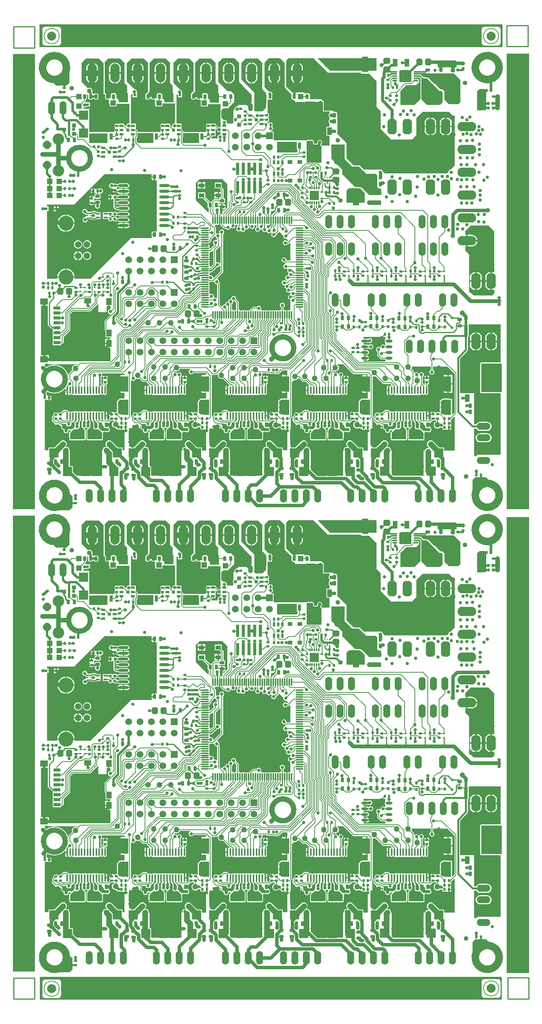
<source format=gtl>
G04 Layer_Physical_Order=1*
G04 Layer_Color=255*
%FSLAX24Y24*%
%MOIN*%
G70*
G01*
G75*
%ADD10C,0.0070*%
G04:AMPARAMS|DCode=11|XSize=78.7mil|YSize=78.7mil|CornerRadius=39.4mil|HoleSize=0mil|Usage=FLASHONLY|Rotation=90.000|XOffset=0mil|YOffset=0mil|HoleType=Round|Shape=RoundedRectangle|*
%AMROUNDEDRECTD11*
21,1,0.0787,0.0000,0,0,90.0*
21,1,0.0000,0.0787,0,0,90.0*
1,1,0.0787,0.0000,0.0000*
1,1,0.0787,0.0000,0.0000*
1,1,0.0787,0.0000,0.0000*
1,1,0.0787,0.0000,0.0000*
%
%ADD11ROUNDEDRECTD11*%
%ADD12C,0.0100*%
%ADD13C,0.0650*%
%ADD14C,0.0450*%
%ADD15C,0.0500*%
%ADD16R,0.0128X0.0106*%
%ADD17R,0.0250X0.0250*%
%ADD18R,0.0551X0.0197*%
%ADD19R,0.0110X0.0157*%
G04:AMPARAMS|DCode=20|XSize=22mil|YSize=24mil|CornerRadius=4.4mil|HoleSize=0mil|Usage=FLASHONLY|Rotation=90.000|XOffset=0mil|YOffset=0mil|HoleType=Round|Shape=RoundedRectangle|*
%AMROUNDEDRECTD20*
21,1,0.0220,0.0152,0,0,90.0*
21,1,0.0132,0.0240,0,0,90.0*
1,1,0.0088,0.0076,0.0066*
1,1,0.0088,0.0076,-0.0066*
1,1,0.0088,-0.0076,-0.0066*
1,1,0.0088,-0.0076,0.0066*
%
%ADD20ROUNDEDRECTD20*%
G04:AMPARAMS|DCode=21|XSize=22mil|YSize=24mil|CornerRadius=4.4mil|HoleSize=0mil|Usage=FLASHONLY|Rotation=180.000|XOffset=0mil|YOffset=0mil|HoleType=Round|Shape=RoundedRectangle|*
%AMROUNDEDRECTD21*
21,1,0.0220,0.0152,0,0,180.0*
21,1,0.0132,0.0240,0,0,180.0*
1,1,0.0088,-0.0066,0.0076*
1,1,0.0088,0.0066,0.0076*
1,1,0.0088,0.0066,-0.0076*
1,1,0.0088,-0.0066,-0.0076*
%
%ADD21ROUNDEDRECTD21*%
%ADD22R,0.1299X0.0354*%
G04:AMPARAMS|DCode=23|XSize=29.1mil|YSize=39.4mil|CornerRadius=5.8mil|HoleSize=0mil|Usage=FLASHONLY|Rotation=0.000|XOffset=0mil|YOffset=0mil|HoleType=Round|Shape=RoundedRectangle|*
%AMROUNDEDRECTD23*
21,1,0.0291,0.0277,0,0,0.0*
21,1,0.0175,0.0394,0,0,0.0*
1,1,0.0117,0.0087,-0.0139*
1,1,0.0117,-0.0087,-0.0139*
1,1,0.0117,-0.0087,0.0139*
1,1,0.0117,0.0087,0.0139*
%
%ADD23ROUNDEDRECTD23*%
G04:AMPARAMS|DCode=24|XSize=40mil|YSize=40mil|CornerRadius=20mil|HoleSize=0mil|Usage=FLASHONLY|Rotation=270.000|XOffset=0mil|YOffset=0mil|HoleType=Round|Shape=RoundedRectangle|*
%AMROUNDEDRECTD24*
21,1,0.0400,0.0000,0,0,270.0*
21,1,0.0000,0.0400,0,0,270.0*
1,1,0.0400,0.0000,0.0000*
1,1,0.0400,0.0000,0.0000*
1,1,0.0400,0.0000,0.0000*
1,1,0.0400,0.0000,0.0000*
%
%ADD24ROUNDEDRECTD24*%
%ADD25R,0.0472X0.0354*%
%ADD26R,0.0335X0.0236*%
%ADD27O,0.0591X0.0236*%
%ADD28O,0.0906X0.0236*%
G04:AMPARAMS|DCode=29|XSize=105mil|YSize=105mil|CornerRadius=26.3mil|HoleSize=0mil|Usage=FLASHONLY|Rotation=0.000|XOffset=0mil|YOffset=0mil|HoleType=Round|Shape=RoundedRectangle|*
%AMROUNDEDRECTD29*
21,1,0.1050,0.0525,0,0,0.0*
21,1,0.0525,0.1050,0,0,0.0*
1,1,0.0525,0.0263,-0.0263*
1,1,0.0525,-0.0263,-0.0263*
1,1,0.0525,-0.0263,0.0263*
1,1,0.0525,0.0263,0.0263*
%
%ADD29ROUNDEDRECTD29*%
%ADD30R,0.0402X0.0118*%
%ADD31O,0.0118X0.0709*%
%ADD32O,0.0709X0.0118*%
G04:AMPARAMS|DCode=33|XSize=29.1mil|YSize=39.4mil|CornerRadius=5.8mil|HoleSize=0mil|Usage=FLASHONLY|Rotation=270.000|XOffset=0mil|YOffset=0mil|HoleType=Round|Shape=RoundedRectangle|*
%AMROUNDEDRECTD33*
21,1,0.0291,0.0277,0,0,270.0*
21,1,0.0175,0.0394,0,0,270.0*
1,1,0.0117,-0.0139,-0.0087*
1,1,0.0117,-0.0139,0.0087*
1,1,0.0117,0.0139,0.0087*
1,1,0.0117,0.0139,-0.0087*
%
%ADD33ROUNDEDRECTD33*%
%ADD34R,0.0354X0.1299*%
%ADD35R,0.1970X0.1700*%
%ADD36R,0.0280X0.0560*%
%ADD37R,0.0480X0.0480*%
%ADD38R,0.1673X0.0465*%
G04:AMPARAMS|DCode=39|XSize=52mil|YSize=60mil|CornerRadius=13mil|HoleSize=0mil|Usage=FLASHONLY|Rotation=0.000|XOffset=0mil|YOffset=0mil|HoleType=Round|Shape=RoundedRectangle|*
%AMROUNDEDRECTD39*
21,1,0.0520,0.0340,0,0,0.0*
21,1,0.0260,0.0600,0,0,0.0*
1,1,0.0260,0.0130,-0.0170*
1,1,0.0260,-0.0130,-0.0170*
1,1,0.0260,-0.0130,0.0170*
1,1,0.0260,0.0130,0.0170*
%
%ADD39ROUNDEDRECTD39*%
%ADD40R,0.0295X0.1102*%
G04:AMPARAMS|DCode=41|XSize=40mil|YSize=40mil|CornerRadius=20mil|HoleSize=0mil|Usage=FLASHONLY|Rotation=0.000|XOffset=0mil|YOffset=0mil|HoleType=Round|Shape=RoundedRectangle|*
%AMROUNDEDRECTD41*
21,1,0.0400,0.0000,0,0,0.0*
21,1,0.0000,0.0400,0,0,0.0*
1,1,0.0400,0.0000,0.0000*
1,1,0.0400,0.0000,0.0000*
1,1,0.0400,0.0000,0.0000*
1,1,0.0400,0.0000,0.0000*
%
%ADD41ROUNDEDRECTD41*%
%ADD42R,0.0480X0.0480*%
%ADD43R,0.0790X0.0790*%
%ADD44R,0.0790X0.0790*%
%ADD45R,0.0240X0.0240*%
%ADD46R,0.0200X0.0280*%
%ADD47R,0.0630X0.1260*%
%ADD48R,0.1260X0.0630*%
G04:AMPARAMS|DCode=49|XSize=52mil|YSize=60mil|CornerRadius=13mil|HoleSize=0mil|Usage=FLASHONLY|Rotation=90.000|XOffset=0mil|YOffset=0mil|HoleType=Round|Shape=RoundedRectangle|*
%AMROUNDEDRECTD49*
21,1,0.0520,0.0340,0,0,90.0*
21,1,0.0260,0.0600,0,0,90.0*
1,1,0.0260,0.0170,0.0130*
1,1,0.0260,0.0170,-0.0130*
1,1,0.0260,-0.0170,-0.0130*
1,1,0.0260,-0.0170,0.0130*
%
%ADD49ROUNDEDRECTD49*%
%ADD50R,0.0433X0.0669*%
%ADD51R,0.0669X0.0433*%
%ADD52C,0.0600*%
%ADD53R,0.0453X0.0591*%
%ADD54R,0.0591X0.0315*%
%ADD55R,0.0669X0.0551*%
%ADD56R,0.0591X0.0453*%
%ADD57R,0.0250X0.0250*%
%ADD58R,0.0551X0.1339*%
%ADD59R,0.0360X0.0320*%
%ADD60R,0.2055X0.1220*%
%ADD61O,0.0138X0.0669*%
%ADD62R,0.0157X0.0118*%
%ADD63R,0.0240X0.0240*%
%ADD64R,0.0236X0.0335*%
%ADD65C,0.0394*%
%ADD66R,0.0354X0.0157*%
%ADD67O,0.0110X0.0315*%
%ADD68O,0.0315X0.0110*%
%ADD69R,0.0807X0.0807*%
%ADD70R,0.0394X0.0354*%
%ADD71C,0.0160*%
%ADD72C,0.0240*%
%ADD73C,0.0290*%
%ADD74C,0.0080*%
%ADD75C,0.0120*%
%ADD76C,0.0400*%
%ADD77C,0.0200*%
%ADD78C,0.0140*%
%ADD79C,0.0300*%
%ADD80C,0.0250*%
%ADD81C,0.0500*%
%ADD82C,0.0320*%
%ADD83C,0.0220*%
%ADD84C,0.0150*%
%ADD85C,0.0180*%
%ADD86R,0.0591X0.0591*%
%ADD87C,0.0591*%
%ADD88O,0.1200X0.0600*%
%ADD89P,0.0758X8X292.5*%
%ADD90C,0.1000*%
%ADD91O,0.0600X0.1200*%
%ADD92C,0.0580*%
%ADD93C,0.1305*%
G04:AMPARAMS|DCode=94|XSize=133mil|YSize=83mil|CornerRadius=0mil|HoleSize=0mil|Usage=FLASHONLY|Rotation=270.000|XOffset=0mil|YOffset=0mil|HoleType=Round|Shape=Octagon|*
%AMOCTAGOND94*
4,1,8,-0.0208,-0.0665,0.0208,-0.0665,0.0415,-0.0458,0.0415,0.0458,0.0208,0.0665,-0.0208,0.0665,-0.0415,0.0458,-0.0415,-0.0458,-0.0208,-0.0665,0.0*
%
%ADD94OCTAGOND94*%

%ADD95O,0.0825X0.1650*%
%ADD96O,0.1650X0.0825*%
%ADD97C,0.0300*%
%ADD98C,0.0290*%
%ADD99C,0.0400*%
%ADD100C,0.0340*%
%ADD101C,0.0380*%
%ADD102C,0.0250*%
%ADD103C,0.0450*%
G36*
X43400Y83846D02*
X2735D01*
Y85844D01*
X43400D01*
Y83846D01*
D02*
G37*
G36*
X32341Y81781D02*
X28271D01*
X27197Y82855D01*
X27216Y82901D01*
X32341D01*
Y81781D01*
D02*
G37*
G36*
X39251Y81451D02*
X39711Y80991D01*
Y79861D01*
Y79041D01*
X39531Y78861D01*
X38671D01*
X38291Y79241D01*
Y80001D01*
X38131Y80161D01*
X37973D01*
X36911Y81223D01*
X36469D01*
X36241Y81451D01*
Y81531D01*
X36271Y81561D01*
X38929D01*
X38961Y81548D01*
X39031Y81539D01*
X39102Y81548D01*
X39133Y81561D01*
X39141D01*
X39251Y81451D01*
D02*
G37*
G36*
X5356Y81883D02*
Y80718D01*
X5119Y80481D01*
X4191D01*
X4018Y80654D01*
X4018Y80906D01*
X5306Y81908D01*
X5356Y81883D01*
D02*
G37*
G36*
X16261Y82501D02*
Y79981D01*
X16051Y79771D01*
Y79670D01*
X16051Y79670D01*
X16051D01*
D01*
Y79461D01*
Y79392D01*
X16061Y79342D01*
X16089Y79300D01*
X16131Y79272D01*
X16181Y79262D01*
X16356D01*
X16406Y79272D01*
X16449Y79300D01*
X16477Y79342D01*
X16481Y79360D01*
X16531D01*
X16535Y79342D01*
X16563Y79300D01*
X16606Y79272D01*
X16656Y79262D01*
X16831D01*
X16857Y79267D01*
X16902Y79234D01*
X16904Y79229D01*
Y78641D01*
X17524D01*
Y78861D01*
X18631D01*
Y76808D01*
X18478D01*
X18472Y76813D01*
X18471Y76818D01*
X18447Y76855D01*
X18447Y76855D01*
X18248Y77054D01*
X18211Y77079D01*
X18208Y77079D01*
Y77163D01*
X17734D01*
Y77152D01*
X17684Y77125D01*
X17672Y77133D01*
X17627Y77142D01*
X17475D01*
X17431Y77133D01*
X17393Y77108D01*
X17368Y77070D01*
X17359Y77026D01*
Y76894D01*
X17368Y76850D01*
X17393Y76812D01*
X17413Y76798D01*
X17413Y76798D01*
Y76743D01*
X17413Y76743D01*
X17393Y76729D01*
X17368Y76691D01*
X17359Y76647D01*
Y76515D01*
X17366Y76481D01*
X17346Y76446D01*
X17334Y76431D01*
X15348D01*
Y76509D01*
X15340Y76550D01*
X15317Y76585D01*
X15241Y76660D01*
X15206Y76684D01*
X15206Y76684D01*
Y77157D01*
X14781D01*
X14781Y79691D01*
X14891D01*
Y79461D01*
X15271D01*
Y79691D01*
Y79931D01*
X15250Y79952D01*
X15241Y79997D01*
X15235Y80006D01*
X15234Y80015D01*
X15186Y80086D01*
X15115Y80134D01*
X15057Y80145D01*
X14491Y80711D01*
Y82491D01*
X14861Y82861D01*
X15901D01*
X16261Y82501D01*
D02*
G37*
G36*
X12281Y82481D02*
Y79951D01*
X12171Y79841D01*
X12119Y79789D01*
X12079Y79762D01*
X12052Y79722D01*
X12041Y79711D01*
Y79672D01*
X12041Y79672D01*
X12041Y79672D01*
X12041Y79670D01*
Y79551D01*
Y79392D01*
X12051Y79342D01*
X12079Y79300D01*
X12121Y79272D01*
X12171Y79262D01*
X12346D01*
X12396Y79272D01*
X12439Y79300D01*
X12467Y79342D01*
X12477Y79392D01*
X12525Y79392D01*
X12535Y79342D01*
X12563Y79300D01*
X12606Y79272D01*
X12656Y79262D01*
X12831D01*
X12861Y79237D01*
Y78921D01*
X12914D01*
Y78641D01*
X13534D01*
Y78921D01*
X14641D01*
Y77210D01*
X14614Y77188D01*
X14530Y77171D01*
X14459Y77124D01*
X14412Y77052D01*
X14395Y76968D01*
X14404Y76923D01*
X14358Y76898D01*
X14286Y76970D01*
X14249Y76995D01*
X14206Y77003D01*
X14202Y77051D01*
Y77157D01*
X13727D01*
Y77157D01*
X13677Y77130D01*
X13672Y77134D01*
X13627Y77143D01*
X13475D01*
X13431Y77134D01*
X13393Y77109D01*
X13368Y77071D01*
X13359Y77027D01*
Y76895D01*
X13368Y76850D01*
X13393Y76812D01*
X13413Y76799D01*
X13414Y76798D01*
Y76744D01*
X13413Y76743D01*
X13393Y76730D01*
X13368Y76692D01*
X13359Y76648D01*
Y76516D01*
X13366Y76481D01*
X13347Y76447D01*
X13334Y76431D01*
X11332D01*
Y76519D01*
X11324Y76560D01*
X11301Y76595D01*
X11235Y76660D01*
X11200Y76684D01*
X11190Y76686D01*
Y77157D01*
X10761D01*
Y79711D01*
X10911D01*
Y79461D01*
X11291D01*
Y79551D01*
Y79905D01*
X11300Y79951D01*
X11284Y80035D01*
X11236Y80106D01*
X11165Y80154D01*
X11081Y80170D01*
X11073Y80169D01*
X10421Y80821D01*
X10421Y82461D01*
X10821Y82861D01*
X11901Y82861D01*
X12281Y82481D01*
D02*
G37*
G36*
X8361Y82451D02*
X8361Y79711D01*
X8464D01*
X8496Y79672D01*
X8495Y79670D01*
Y79392D01*
X8505Y79342D01*
X8533Y79300D01*
X8576Y79272D01*
X8626Y79262D01*
X8801D01*
X8831Y79237D01*
Y78881D01*
X8894D01*
Y78641D01*
X9514D01*
Y78881D01*
X10651D01*
Y77203D01*
X10612Y77171D01*
X10579Y77178D01*
X10495Y77161D01*
X10424Y77114D01*
X10376Y77043D01*
X10360Y76959D01*
X10361Y76950D01*
X10315Y76925D01*
X10260Y76980D01*
X10224Y77005D01*
X10186Y77012D01*
Y77157D01*
X9711D01*
Y77139D01*
X9703Y77133D01*
X9661Y77117D01*
X9636Y77134D01*
X9592Y77143D01*
X9440D01*
X9395Y77134D01*
X9358Y77109D01*
X9332Y77071D01*
X9324Y77027D01*
Y76895D01*
X9332Y76850D01*
X9358Y76812D01*
X9378Y76799D01*
X9378Y76798D01*
Y76744D01*
X9378Y76743D01*
X9358Y76730D01*
X9332Y76692D01*
X9324Y76648D01*
Y76516D01*
X9330Y76481D01*
X9312Y76447D01*
X9299Y76431D01*
X7101D01*
Y78441D01*
X6621D01*
Y78554D01*
X6671Y78592D01*
X6721Y78582D01*
X6805Y78598D01*
X6849Y78628D01*
X6951D01*
X7017Y78641D01*
X7018Y78641D01*
X7161D01*
Y79021D01*
X6781D01*
Y79021D01*
X6781Y79021D01*
X6752Y79031D01*
X6737Y79085D01*
X6773Y79121D01*
X6773Y79121D01*
X6797Y79157D01*
X6805Y79200D01*
X6805Y79200D01*
Y79267D01*
X6831Y79272D01*
X6873Y79300D01*
X6902Y79342D01*
X6912Y79392D01*
Y79670D01*
X6948Y79701D01*
X6973D01*
X7011Y79660D01*
Y79392D01*
X7021Y79342D01*
X7049Y79300D01*
X7091Y79272D01*
X7141Y79262D01*
X7316D01*
X7366Y79272D01*
X7409Y79300D01*
X7437Y79342D01*
X7440Y79358D01*
X7492D01*
X7495Y79342D01*
X7523Y79300D01*
X7566Y79272D01*
X7616Y79262D01*
X7791D01*
X7841Y79272D01*
X7883Y79300D01*
X7912Y79342D01*
X7921Y79392D01*
Y79421D01*
Y79670D01*
X7921Y79672D01*
X7912Y79720D01*
X7883Y79762D01*
X7841Y79790D01*
X7791Y79800D01*
X7616D01*
X7566Y79790D01*
X7545Y79776D01*
X7515Y79766D01*
X7478Y79784D01*
X7382Y79880D01*
X7368Y79901D01*
X7384Y79941D01*
X7393Y80011D01*
X7384Y80082D01*
X7357Y80147D01*
X7314Y80204D01*
X7257Y80247D01*
X7192Y80274D01*
X7121Y80283D01*
X7051Y80274D01*
X7006Y80256D01*
X6941Y80321D01*
X6451Y80811D01*
X6451Y82501D01*
X6811Y82861D01*
X7951D01*
X8361Y82451D01*
D02*
G37*
G36*
X24281Y82461D02*
X24281Y80321D01*
X24870Y79732D01*
X24871Y79670D01*
X24871Y79670D01*
Y79670D01*
Y79392D01*
X24881Y79342D01*
X24909Y79300D01*
X24951Y79272D01*
X24961Y79270D01*
Y79061D01*
X27643D01*
Y78226D01*
X28211D01*
Y78066D01*
X28196Y78056D01*
X28149Y77985D01*
X28132Y77901D01*
X28133Y77896D01*
X28132Y77891D01*
X28149Y77807D01*
X28196Y77736D01*
X28211Y77726D01*
Y77516D01*
X28196Y77506D01*
X28149Y77435D01*
X28132Y77351D01*
X28149Y77267D01*
X28196Y77196D01*
X28211Y77186D01*
Y76896D01*
X27933D01*
Y76086D01*
X28211D01*
Y75211D01*
X27534D01*
X27506Y75254D01*
X27474Y75275D01*
Y75335D01*
X27506Y75356D01*
X27554Y75427D01*
X27570Y75511D01*
X27554Y75595D01*
X27506Y75666D01*
X27435Y75714D01*
X27351Y75730D01*
X27267Y75714D01*
X27196Y75666D01*
X27148Y75595D01*
X27132Y75511D01*
X27146Y75441D01*
X27117Y75391D01*
X26856D01*
X26835Y75429D01*
X26834Y75441D01*
X26850Y75521D01*
X26834Y75605D01*
X26786Y75676D01*
X26715Y75724D01*
X26631Y75740D01*
X26547Y75724D01*
X26486Y75683D01*
X26425Y75724D01*
X26341Y75740D01*
X26257Y75724D01*
X26230Y75706D01*
X26191Y75681D01*
Y75681D01*
X26191Y75681D01*
X23319D01*
X23306Y75726D01*
X23306D01*
Y76456D01*
X23059D01*
X23054Y76506D01*
X23115Y76519D01*
X23186Y76566D01*
X23234Y76637D01*
X23250Y76721D01*
X23234Y76805D01*
X23198Y76858D01*
X23176Y76903D01*
X23201Y76941D01*
X23210Y76985D01*
Y77137D01*
X23201Y77182D01*
X23176Y77219D01*
X23138Y77244D01*
X23094Y77253D01*
X22962D01*
X22918Y77244D01*
X22880Y77219D01*
X22868Y77201D01*
X22811D01*
X22799Y77219D01*
X22761Y77244D01*
X22761Y77245D01*
Y77319D01*
X22777D01*
X22822Y77328D01*
X22859Y77353D01*
X22884Y77391D01*
X22893Y77435D01*
Y77567D01*
X22884Y77611D01*
X22859Y77649D01*
X22839Y77663D01*
X22839Y77663D01*
Y77718D01*
X22839Y77718D01*
X22859Y77732D01*
X22884Y77770D01*
X22893Y77814D01*
Y77946D01*
X22884Y77990D01*
X22859Y78028D01*
X22822Y78053D01*
X22777Y78062D01*
X22761D01*
Y79213D01*
X22791Y79251D01*
X22962D01*
X22981Y79247D01*
X23000Y79251D01*
X23171D01*
Y79422D01*
X23175Y79441D01*
Y79537D01*
Y79644D01*
X23184Y79657D01*
X23184Y79660D01*
X23200Y79741D01*
X23184Y79825D01*
X23136Y79896D01*
X23065Y79944D01*
X22981Y79960D01*
X22901Y79944D01*
X22491Y80355D01*
Y82501D01*
X22861Y82871D01*
X23871D01*
X24281Y82461D01*
D02*
G37*
G36*
X18211Y82471D02*
Y80721D01*
X18451Y80481D01*
Y79231D01*
X18311Y79091D01*
X17821D01*
X17531Y79381D01*
X17526Y79387D01*
X17527Y79392D01*
Y79670D01*
X17515Y79731D01*
X17480Y79784D01*
X17428Y79819D01*
X17366Y79831D01*
X17191D01*
X17130Y79819D01*
X17077Y79784D01*
X17042Y79731D01*
X17030Y79670D01*
Y79392D01*
X17021Y79381D01*
X16632D01*
X16630Y79384D01*
X16628Y79389D01*
X16626Y79399D01*
X16620Y79408D01*
X16616Y79417D01*
X16609Y79424D01*
X16604Y79432D01*
X16595Y79438D01*
X16588Y79445D01*
X16579Y79449D01*
X16571Y79454D01*
X16561Y79456D01*
X16551Y79460D01*
X16541D01*
X16531Y79462D01*
X16481D01*
X16471Y79460D01*
X16461D01*
X16451Y79456D01*
X16441Y79454D01*
X16433Y79449D01*
X16424Y79445D01*
X16417Y79438D01*
X16408Y79432D01*
X16403Y79424D01*
X16396Y79417D01*
X16392Y79408D01*
X16386Y79399D01*
X16384Y79389D01*
X16382Y79384D01*
X16380Y79381D01*
X16161D01*
X16156Y79386D01*
X16153Y79402D01*
Y79723D01*
X16421Y79991D01*
Y82501D01*
X16771Y82851D01*
X17831D01*
X18211Y82471D01*
D02*
G37*
G36*
X14211D02*
Y80721D01*
X14451Y80481D01*
Y79231D01*
X14311Y79091D01*
X13821D01*
X13531Y79381D01*
X13526Y79387D01*
X13527Y79392D01*
Y79670D01*
X13515Y79731D01*
X13480Y79784D01*
X13428Y79819D01*
X13366Y79831D01*
X13191D01*
X13130Y79819D01*
X13077Y79784D01*
X13042Y79731D01*
X13030Y79670D01*
Y79392D01*
X13021Y79381D01*
X12632D01*
X12631Y79382D01*
X12625Y79412D01*
X12621Y79422D01*
X12619Y79431D01*
X12614Y79440D01*
X12610Y79449D01*
X12603Y79456D01*
X12597Y79464D01*
X12589Y79470D01*
X12582Y79477D01*
X12572Y79481D01*
X12564Y79487D01*
X12554Y79489D01*
X12545Y79492D01*
X12535D01*
X12525Y79494D01*
X12477Y79494D01*
X12467Y79492D01*
X12457D01*
X12448Y79489D01*
X12438Y79487D01*
X12430Y79481D01*
X12420Y79477D01*
X12413Y79470D01*
X12405Y79465D01*
X12399Y79456D01*
X12392Y79449D01*
X12388Y79440D01*
X12383Y79432D01*
X12381Y79422D01*
X12377Y79412D01*
X12371Y79382D01*
X12370Y79381D01*
X12161D01*
X12143Y79399D01*
X12143Y79402D01*
Y79662D01*
X12143Y79662D01*
X12143Y79663D01*
Y79670D01*
X12143Y79672D01*
Y79675D01*
X12152Y79689D01*
X12175Y79704D01*
X12182Y79711D01*
X12191Y79717D01*
X12353Y79879D01*
X12375Y79912D01*
X12383Y79951D01*
Y79953D01*
X12421Y79991D01*
Y82501D01*
X12771Y82851D01*
X13831D01*
X14211Y82471D01*
D02*
G37*
G36*
X10211D02*
Y80721D01*
X10451Y80481D01*
Y79231D01*
X10311Y79091D01*
X9821D01*
X9531Y79381D01*
X9507D01*
X9497Y79392D01*
Y79670D01*
X9485Y79731D01*
X9450Y79784D01*
X9398Y79819D01*
X9336Y79831D01*
X9161D01*
X9100Y79819D01*
X9047Y79784D01*
X9012Y79731D01*
X9000Y79670D01*
Y79392D01*
X8991Y79381D01*
X8602D01*
X8601Y79382D01*
X8597Y79402D01*
Y79662D01*
X8597Y79662D01*
X8597Y79663D01*
Y79670D01*
X8596Y79676D01*
X8596Y79677D01*
X8596Y79692D01*
X8594Y79697D01*
X8593Y79702D01*
X8586Y79715D01*
X8580Y79729D01*
X8577Y79733D01*
X8574Y79737D01*
X8543Y79776D01*
X8539Y79779D01*
X8536Y79783D01*
X8524Y79791D01*
X8512Y79801D01*
X8507Y79802D01*
X8503Y79805D01*
X8488Y79808D01*
X8474Y79812D01*
X8463Y79861D01*
X8463Y82451D01*
X8455Y82490D01*
X8437Y82517D01*
X8771Y82851D01*
X9831D01*
X10211Y82471D01*
D02*
G37*
G36*
X36716Y81109D02*
X36763D01*
X37031Y80841D01*
X37841Y80031D01*
X38011D01*
X38131Y79911D01*
Y79021D01*
X37891Y78781D01*
X36761D01*
X36271Y79271D01*
Y79761D01*
Y80667D01*
X36272Y80669D01*
X36282Y80720D01*
Y81024D01*
X36274Y81067D01*
X36292Y81096D01*
X36304Y81111D01*
X36707D01*
X36716Y81109D01*
D02*
G37*
G36*
X36201Y80674D02*
X36200Y80667D01*
Y79761D01*
Y79290D01*
X36181Y79271D01*
X35691Y78781D01*
X34441D01*
Y80011D01*
X34941Y80511D01*
X35821D01*
X36101Y80791D01*
X36201D01*
Y80674D01*
D02*
G37*
G36*
X20271Y82481D02*
Y81471D01*
Y80811D01*
X20621Y80461D01*
X21381Y79701D01*
Y79051D01*
X21101Y78771D01*
X20211D01*
X20093Y78653D01*
X20081Y78655D01*
X19995Y78638D01*
X19922Y78590D01*
X19874Y78517D01*
X19857Y78431D01*
X19859Y78419D01*
X19761Y78321D01*
Y77711D01*
Y77604D01*
X19740Y77573D01*
X19723Y77487D01*
X19740Y77401D01*
X19761Y77370D01*
Y77241D01*
X19661Y77141D01*
X19241D01*
X19180Y77202D01*
X19192Y77261D01*
X19176Y77345D01*
X19128Y77416D01*
X19057Y77464D01*
X18973Y77480D01*
X18914Y77468D01*
X18702Y77680D01*
Y78302D01*
X18881Y78481D01*
X19257D01*
X19307Y78531D01*
X19360Y78584D01*
X19371D01*
Y78595D01*
X19841Y79065D01*
Y79691D01*
X19561Y79971D01*
X19281D01*
X18701Y80551D01*
X18431Y80821D01*
Y82491D01*
X18821Y82881D01*
X19871D01*
X20271Y82481D01*
D02*
G37*
G36*
X41980Y80000D02*
Y79626D01*
Y78406D01*
X41882Y78307D01*
X41183D01*
Y79990D01*
X41252Y80059D01*
X41390Y80197D01*
X41783D01*
X41980Y80000D01*
D02*
G37*
G36*
X22301Y82501D02*
Y80181D01*
X22651Y79831D01*
Y78541D01*
X22331Y78221D01*
X21703D01*
X21621Y78303D01*
Y79871D01*
X20471Y81021D01*
Y82481D01*
X20851Y82861D01*
X21941D01*
X22301Y82501D01*
D02*
G37*
G36*
X18265Y76713D02*
X18277Y76696D01*
X18289Y76679D01*
X18290Y76678D01*
X18290Y76677D01*
X18325Y76644D01*
Y76418D01*
X18631D01*
Y76213D01*
X18603Y76190D01*
X18519Y76174D01*
X18448Y76126D01*
X18400Y76055D01*
X18384Y75971D01*
X18400Y75891D01*
X18399Y75879D01*
X18378Y75841D01*
X17809D01*
X17789Y75891D01*
X17936Y76039D01*
X18208D01*
Y76413D01*
Y76676D01*
X18257Y76713D01*
X18265Y76713D01*
D02*
G37*
G36*
X26687Y75656D02*
X26735Y75625D01*
X26766Y75577D01*
X26777Y75521D01*
X26764Y75455D01*
Y75445D01*
X26763Y75435D01*
X26764Y75423D01*
X26764Y75423D01*
X26764Y75422D01*
X26768Y75409D01*
X26772Y75397D01*
X26772Y75396D01*
X26772Y75396D01*
X26793Y75357D01*
X26799Y75349D01*
X26805Y75341D01*
X26808Y75339D01*
X26811Y75336D01*
X26820Y75331D01*
X26828Y75325D01*
X26832Y75324D01*
X26835Y75323D01*
X26845Y75322D01*
X26856Y75320D01*
X27117D01*
X27126Y75321D01*
X27136Y75322D01*
X27140Y75324D01*
X27144Y75325D01*
X27152Y75330D01*
X27161Y75335D01*
X27164Y75338D01*
X27168Y75341D01*
X27173Y75348D01*
X27179Y75356D01*
X27208Y75406D01*
X27211Y75416D01*
X27216Y75427D01*
Y75430D01*
X27217Y75432D01*
X27216Y75443D01*
Y75455D01*
X27205Y75511D01*
X27216Y75567D01*
X27247Y75615D01*
X27295Y75646D01*
X27351Y75657D01*
X27407Y75646D01*
X27455Y75615D01*
X27486Y75567D01*
X27491Y75543D01*
Y75479D01*
X27486Y75455D01*
X27455Y75407D01*
X27435Y75394D01*
X27430Y75389D01*
X27424Y75385D01*
X27420Y75379D01*
X27415Y75374D01*
X27412Y75368D01*
X27408Y75362D01*
X27407Y75355D01*
X27404Y75349D01*
Y75342D01*
X27403Y75335D01*
Y75275D01*
X27404Y75268D01*
Y75261D01*
X27407Y75254D01*
X27408Y75247D01*
X27412Y75242D01*
X27415Y75235D01*
X27420Y75230D01*
X27424Y75224D01*
X27430Y75220D01*
X27435Y75215D01*
X27455Y75202D01*
X27475Y75171D01*
X27480Y75166D01*
X27484Y75161D01*
X27490Y75157D01*
X27491Y75155D01*
Y73721D01*
X27197D01*
X27161Y73728D01*
X27126Y73721D01*
X26201D01*
Y75609D01*
X26203Y75611D01*
X26210Y75614D01*
X26218Y75615D01*
X26223Y75618D01*
X26229Y75621D01*
X26268Y75645D01*
X26269Y75646D01*
X26270Y75646D01*
X26285Y75656D01*
X26309Y75661D01*
X26373D01*
X26397Y75656D01*
X26446Y75623D01*
X26472Y75613D01*
X26486D01*
X26500D01*
X26526Y75623D01*
X26575Y75656D01*
X26599Y75661D01*
X26663D01*
X26687Y75656D01*
D02*
G37*
G36*
X12731Y75451D02*
X11355D01*
X11278Y75528D01*
Y75906D01*
X11301Y75929D01*
X11324Y75964D01*
X11332Y76005D01*
Y76321D01*
X12731D01*
Y75451D01*
D02*
G37*
G36*
X16741Y75441D02*
X15381D01*
X15308Y75514D01*
Y75936D01*
X15317Y75945D01*
X15340Y75979D01*
X15348Y76020D01*
Y76321D01*
X16741D01*
Y75441D01*
D02*
G37*
G36*
X8721D02*
X7111D01*
Y76299D01*
X7121Y76301D01*
X8721D01*
Y75441D01*
D02*
G37*
G36*
X25351Y74631D02*
X23591D01*
Y75541D01*
X25351D01*
Y74631D01*
D02*
G37*
G36*
X28041Y81631D02*
X28411D01*
X30921Y81631D01*
X31031Y81521D01*
X31711Y81521D01*
X32331Y80901D01*
Y78911D01*
Y78631D01*
X32721Y78241D01*
X32721Y76681D01*
X33651Y75751D01*
X35451Y75751D01*
X35831Y76131D01*
Y77651D01*
X36361Y78181D01*
X38721D01*
X39221Y77681D01*
Y73481D01*
X38877Y73137D01*
X38823Y73127D01*
X38741Y73071D01*
X38686Y72989D01*
X38675Y72935D01*
X38511Y72771D01*
X35976D01*
X35951Y72776D01*
X35926Y72771D01*
X33081D01*
X32893Y72959D01*
X32892Y72967D01*
X32838Y73048D01*
X32757Y73102D01*
X32749Y73103D01*
X32741Y73111D01*
X32710D01*
X32661Y73121D01*
X32612Y73111D01*
X31241Y73111D01*
X30907Y73445D01*
Y73464D01*
X30888D01*
X30851Y73501D01*
X30311Y73501D01*
X30161Y73651D01*
X29701Y74111D01*
Y75441D01*
X28891Y76251D01*
X28891Y77901D01*
X28882Y77910D01*
Y78040D01*
X28870Y78101D01*
X28835Y78154D01*
X28782Y78189D01*
X28721Y78201D01*
X28591D01*
X27745Y79047D01*
Y79061D01*
X27738Y79100D01*
X27716Y79133D01*
X27682Y79155D01*
X27643Y79163D01*
X27629D01*
X27511Y79281D01*
X26500Y79281D01*
X26476Y79325D01*
X26480Y79331D01*
X26492Y79392D01*
Y79670D01*
X26480Y79731D01*
X26445Y79784D01*
X26392Y79819D01*
X26331Y79831D01*
X26156D01*
X26094Y79819D01*
X26061Y79796D01*
X26011Y79821D01*
Y79874D01*
X25331D01*
Y79871D01*
X24931D01*
X24401Y80401D01*
Y82681D01*
X24591Y82871D01*
X26801D01*
X28041Y81631D01*
D02*
G37*
G36*
X29551Y75261D02*
Y74041D01*
X30191Y73401D01*
X30301D01*
X30311Y73399D01*
X30803Y73399D01*
X31441Y72761D01*
X32249D01*
X32391Y72619D01*
Y71585D01*
X32785Y71191D01*
Y70985D01*
X32671Y70871D01*
X31691D01*
X31031Y71531D01*
X31021Y71541D01*
X30965D01*
X30963Y71543D01*
X30930Y71565D01*
X30891Y71573D01*
X30469D01*
X29340Y72702D01*
Y73102D01*
Y73122D01*
X28381Y74081D01*
Y75311D01*
X29501Y75311D01*
X29551Y75261D01*
D02*
G37*
G36*
X31311Y71051D02*
Y70211D01*
X29711D01*
Y70711D01*
X29711Y71281D01*
X29901Y71471D01*
X30891Y71471D01*
X31311Y71051D01*
D02*
G37*
G36*
X19231Y71841D02*
Y70241D01*
Y69791D01*
X18947Y69507D01*
X18897Y69512D01*
X18891Y69521D01*
X18843Y69553D01*
X18787Y69564D01*
X18771D01*
Y69341D01*
X18671D01*
Y69564D01*
X18662D01*
X18650Y69569D01*
X18625Y69596D01*
X18632Y69615D01*
X18721D01*
Y69863D01*
Y70112D01*
X18632D01*
X18571Y70100D01*
X18558Y70091D01*
X18508Y70118D01*
Y70150D01*
X18499Y70190D01*
X18525Y70208D01*
X18545Y70215D01*
X18582Y70191D01*
X18632Y70181D01*
X18910D01*
X18960Y70191D01*
X19002Y70219D01*
X19030Y70261D01*
X19040Y70311D01*
Y70486D01*
X19030Y70536D01*
X19002Y70579D01*
X18960Y70607D01*
X18910Y70617D01*
X18898D01*
Y71388D01*
X18889Y71431D01*
X18865Y71467D01*
X18865Y71467D01*
X18746Y71586D01*
Y71981D01*
X18133D01*
Y71487D01*
X18528D01*
X18673Y71341D01*
Y71145D01*
X18489D01*
Y70868D01*
Y70554D01*
X18495Y70544D01*
X18478Y70511D01*
X18079D01*
X18079Y70511D01*
X18036Y70502D01*
X17999Y70478D01*
X17999Y70478D01*
X17902Y70380D01*
X17877Y70344D01*
X17872Y70315D01*
X17868Y70301D01*
X17819Y70279D01*
X17811Y70280D01*
X17729D01*
X17289Y70720D01*
Y71115D01*
X16676D01*
Y70621D01*
X17071D01*
X17511Y70181D01*
X17505Y70150D01*
Y69872D01*
X17515Y69822D01*
X17543Y69780D01*
X17586Y69752D01*
X17611Y69747D01*
Y69371D01*
X17531D01*
X16861Y70041D01*
X16461Y70441D01*
Y71951D01*
X16811Y72301D01*
X18771D01*
X19231Y71841D01*
D02*
G37*
G36*
X18607Y68238D02*
X18619Y68240D01*
X18674Y68217D01*
X18910Y67982D01*
X18910Y67982D01*
X18946Y67957D01*
X18989Y67949D01*
X18989Y67949D01*
X19117D01*
X19146Y67906D01*
X19217Y67859D01*
X19301Y67842D01*
X19385Y67859D01*
X19456Y67906D01*
X19504Y67977D01*
X19509Y68007D01*
X19548Y68021D01*
X19596Y68030D01*
X19657Y67989D01*
X19741Y67972D01*
X19825Y67989D01*
X19896Y68036D01*
X19944Y68107D01*
X19960Y68191D01*
X19954Y68222D01*
X19985Y68269D01*
X20033Y68294D01*
X20081Y68269D01*
X20081Y68269D01*
X20127Y68200D01*
X20125Y68185D01*
X20119Y68151D01*
Y68098D01*
X20086Y68076D01*
X20038Y68005D01*
X20022Y67921D01*
X20038Y67837D01*
X20086Y67766D01*
X20157Y67719D01*
X20241Y67702D01*
X20325Y67719D01*
X20346Y67732D01*
X20446Y67726D01*
X20517Y67678D01*
X20601Y67662D01*
X20685Y67678D01*
X20756Y67726D01*
X20804Y67797D01*
X20810Y67829D01*
X20831Y67882D01*
X20897Y67887D01*
X20921Y67882D01*
X21005Y67899D01*
X21076Y67946D01*
X21111Y67999D01*
X21134Y68018D01*
X21207Y68028D01*
X21208Y68027D01*
X21224Y68024D01*
X21256Y67976D01*
X21327Y67929D01*
X21411Y67912D01*
X21495Y67929D01*
X21566Y67976D01*
X21614Y68047D01*
X21630Y68131D01*
X21616Y68201D01*
X21629Y68222D01*
X21643Y68238D01*
X21677Y68265D01*
X21706Y68259D01*
X21711Y68260D01*
X21791Y68203D01*
Y68076D01*
X21746Y68046D01*
X21699Y67975D01*
X21682Y67891D01*
X21699Y67807D01*
X21746Y67736D01*
X21817Y67688D01*
X21901Y67672D01*
X21985Y67688D01*
X22056Y67736D01*
X22104Y67807D01*
X22110Y67839D01*
X22131Y67892D01*
X22197Y67897D01*
X22221Y67892D01*
X22289Y67824D01*
X22299Y67777D01*
X22346Y67706D01*
X22417Y67659D01*
X22501Y67642D01*
X22585Y67659D01*
X22615Y67678D01*
X22693Y67668D01*
X22708Y67652D01*
X22746Y67596D01*
X22817Y67548D01*
X22901Y67532D01*
X22985Y67548D01*
X23038Y67584D01*
X23113Y67580D01*
X23137Y67573D01*
X23148Y67555D01*
X23144Y67548D01*
X23108Y67495D01*
X23092Y67411D01*
X23108Y67327D01*
X23156Y67256D01*
X23227Y67208D01*
X23311Y67192D01*
X23395Y67208D01*
X23466Y67256D01*
X23514Y67327D01*
X23528Y67399D01*
X23754Y67625D01*
X23754Y67625D01*
X23846Y67642D01*
X23852Y67640D01*
X24163Y67329D01*
X24152Y67271D01*
X24169Y67187D01*
X24216Y67116D01*
X24287Y67069D01*
X24371Y67052D01*
X24429Y67063D01*
X24578Y66914D01*
X24528Y66851D01*
X24480Y66856D01*
X24409Y66904D01*
X24325Y66920D01*
X24241Y66904D01*
X24170Y66856D01*
X24123Y66785D01*
X24106Y66701D01*
X24123Y66617D01*
X24170Y66546D01*
X24241Y66498D01*
X24325Y66482D01*
X24409Y66498D01*
X24480Y66546D01*
X24509Y66589D01*
X24551D01*
X24551Y66589D01*
X24594Y66597D01*
X24630Y66622D01*
X24701Y66692D01*
X24781Y66659D01*
X24781Y65136D01*
X24493D01*
X24430Y65210D01*
X24430Y65211D01*
X24414Y65295D01*
X24366Y65366D01*
X24295Y65414D01*
X24211Y65430D01*
X24127Y65414D01*
X24056Y65366D01*
X24009Y65295D01*
X23992Y65211D01*
X24009Y65127D01*
X24056Y65056D01*
X24127Y65009D01*
X24211Y64992D01*
X24262Y65002D01*
X24319Y64945D01*
X24319Y64945D01*
X24346Y64927D01*
X24348Y64890D01*
X24337Y64844D01*
X24287Y64834D01*
X24216Y64786D01*
X24169Y64715D01*
X24152Y64631D01*
X24169Y64547D01*
X24216Y64476D01*
X24287Y64429D01*
X24371Y64412D01*
X24455Y64429D01*
X24467Y64436D01*
X24524Y64379D01*
X24509Y64355D01*
X24492Y64271D01*
X24509Y64187D01*
X24556Y64116D01*
X24627Y64068D01*
X24632Y64056D01*
X24599Y64005D01*
X24584Y63931D01*
X24562Y63891D01*
X24531Y63860D01*
X24447Y63844D01*
X24376Y63796D01*
X24328Y63725D01*
X24312Y63641D01*
X24328Y63557D01*
X24376Y63486D01*
X24412Y63462D01*
X24432Y63379D01*
X24386Y63356D01*
X24315Y63404D01*
X24231Y63420D01*
X24147Y63404D01*
X24076Y63356D01*
X24028Y63285D01*
X24012Y63201D01*
X24028Y63117D01*
X24076Y63046D01*
X24147Y62998D01*
X24207Y62986D01*
X24232Y62979D01*
X24267Y62907D01*
X24262Y62881D01*
X24279Y62797D01*
X24326Y62726D01*
X24397Y62678D01*
X24412Y62594D01*
X24402Y62541D01*
X24418Y62457D01*
X24466Y62386D01*
X24537Y62339D01*
X24621Y62322D01*
X24701Y62338D01*
X24706Y62338D01*
X24773Y62302D01*
X24780Y62292D01*
X24772Y62251D01*
X24781Y62205D01*
Y62160D01*
X24697Y62144D01*
X24626Y62096D01*
X24578Y62025D01*
X24562Y61941D01*
X24578Y61857D01*
X24626Y61786D01*
X24697Y61739D01*
X24781Y61722D01*
Y61687D01*
X24772Y61641D01*
X24781Y61595D01*
Y60844D01*
X24717Y60800D01*
X24701Y60797D01*
X24659Y60805D01*
X24609Y60795D01*
X24593Y60785D01*
X24577Y60788D01*
X24524Y60824D01*
X24512Y60826D01*
Y60378D01*
X24412D01*
Y60826D01*
X24400Y60824D01*
X24348Y60788D01*
X24331Y60785D01*
X24316Y60795D01*
X24265Y60805D01*
X24261Y60804D01*
X24181Y60861D01*
Y61036D01*
X24226Y61066D01*
X24274Y61137D01*
X24290Y61221D01*
X24274Y61305D01*
X24226Y61376D01*
X24155Y61424D01*
X24071Y61440D01*
X23987Y61424D01*
X23916Y61376D01*
X23869Y61305D01*
X23852Y61221D01*
X23869Y61137D01*
X23916Y61066D01*
X23956Y61039D01*
Y60861D01*
X23876Y60804D01*
X23872Y60805D01*
X23821Y60795D01*
X23779Y60767D01*
X23768D01*
X23725Y60795D01*
X23675Y60805D01*
X23624Y60795D01*
X23576Y60770D01*
X23528Y60795D01*
X23478Y60805D01*
X23428Y60795D01*
X23385Y60767D01*
X23374D01*
X23331Y60795D01*
X23281Y60805D01*
X23231Y60795D01*
X23188Y60767D01*
X23177D01*
X23135Y60795D01*
X23084Y60805D01*
X23034Y60795D01*
X22991Y60767D01*
X22980D01*
X22938Y60795D01*
X22887Y60805D01*
X22837Y60795D01*
X22794Y60767D01*
X22784D01*
X22741Y60795D01*
X22691Y60805D01*
X22640Y60795D01*
X22598Y60767D01*
X22587D01*
X22544Y60795D01*
X22494Y60805D01*
X22443Y60795D01*
X22401Y60767D01*
X22390D01*
X22347Y60795D01*
X22297Y60805D01*
X22246Y60795D01*
X22223Y60783D01*
X22170Y60838D01*
X22181Y60864D01*
X22194Y60882D01*
X22210Y60966D01*
X22194Y61050D01*
X22146Y61121D01*
X22075Y61169D01*
X21991Y61185D01*
X21907Y61169D01*
X21836Y61121D01*
X21811Y61083D01*
X21518D01*
X21518Y61083D01*
X21475Y61075D01*
X21438Y61050D01*
X21438Y61050D01*
X21233Y60845D01*
X21166Y60795D01*
X21116Y60805D01*
X21065Y60795D01*
X21023Y60767D01*
X21012D01*
X20969Y60795D01*
X20919Y60805D01*
X20869Y60795D01*
X20826Y60767D01*
X20815D01*
X20772Y60795D01*
X20722Y60805D01*
X20672Y60795D01*
X20624Y60770D01*
X20576Y60795D01*
X20525Y60805D01*
X20475Y60795D01*
X20432Y60767D01*
X20421D01*
X20379Y60795D01*
X20328Y60805D01*
X20324Y60804D01*
X20244Y60861D01*
Y61471D01*
X20244Y61471D01*
X20235Y61513D01*
X20211Y61550D01*
X20211Y61550D01*
X19990Y61770D01*
X20000Y61821D01*
X19984Y61905D01*
X19936Y61976D01*
X19865Y62024D01*
X19781Y62040D01*
X19697Y62024D01*
X19626Y61976D01*
X19578Y61905D01*
X19562Y61821D01*
X19492Y61761D01*
X19457Y61754D01*
X19386Y61706D01*
X19339Y61635D01*
X19322Y61551D01*
X19296Y61525D01*
X19271Y61530D01*
X19187Y61514D01*
X19116Y61466D01*
X19068Y61395D01*
X19052Y61311D01*
X18975Y61287D01*
X18907Y61274D01*
X18836Y61226D01*
X18797Y61167D01*
X18710Y61140D01*
X18568Y61282D01*
Y63156D01*
X18568Y63156D01*
X18560Y63199D01*
X18535Y63235D01*
X18520Y63250D01*
X18530Y63301D01*
X18514Y63385D01*
X18466Y63456D01*
X18395Y63504D01*
X18370Y63508D01*
X18344Y63595D01*
X18830Y64082D01*
X18830Y64082D01*
X18855Y64118D01*
X18863Y64161D01*
X18863Y64161D01*
Y67467D01*
X18906Y67496D01*
X18954Y67567D01*
X18970Y67651D01*
X18954Y67735D01*
X18906Y67806D01*
X18835Y67854D01*
X18751Y67870D01*
X18667Y67854D01*
X18596Y67806D01*
X18549Y67735D01*
X18532Y67651D01*
X18547Y67575D01*
X18520Y67542D01*
X18487Y67515D01*
X18411Y67530D01*
X18327Y67514D01*
X18308Y67501D01*
X18228Y67544D01*
Y68001D01*
X18228Y68001D01*
X18220Y68044D01*
X18195Y68081D01*
X18195Y68081D01*
X18105Y68171D01*
X18108Y68188D01*
X18163Y68259D01*
X18213Y68269D01*
X18256Y68297D01*
X18267D01*
X18309Y68269D01*
X18360Y68259D01*
X18410Y68269D01*
X18425Y68279D01*
X18442Y68276D01*
X18495Y68240D01*
X18507Y68238D01*
Y68686D01*
X18607D01*
Y68238D01*
D02*
G37*
G36*
X12595Y72661D02*
X12585Y72610D01*
Y72521D01*
X12833D01*
Y72471D01*
X12883D01*
Y72171D01*
X12921D01*
X12982Y72183D01*
X12991Y72189D01*
X13041Y72162D01*
Y67720D01*
X12991Y67693D01*
X12982Y67699D01*
X12921Y67711D01*
X12883D01*
Y67411D01*
X12833D01*
Y67361D01*
X12585D01*
Y67272D01*
X12597Y67211D01*
X12617Y67181D01*
X12590Y67131D01*
X10801D01*
X7221Y63551D01*
X5841D01*
X5807Y63588D01*
X5812Y63641D01*
X5061D01*
X4310D01*
X4315Y63588D01*
X4281Y63551D01*
X3391D01*
X3391Y68021D01*
X3391Y69491D01*
X3538D01*
Y69871D01*
X3391D01*
Y70061D01*
X5781D01*
X8081Y72361D01*
X8431Y72711D01*
X12568D01*
X12595Y72661D01*
D02*
G37*
G36*
X18204Y67252D02*
X18209Y67227D01*
X18256Y67156D01*
X18299Y67127D01*
Y67116D01*
X18299Y67116D01*
X18307Y67073D01*
X18326Y67045D01*
X18321Y66985D01*
X18315Y66957D01*
X18264Y66928D01*
X18201Y66940D01*
X18117Y66924D01*
X18046Y66876D01*
X17998Y66805D01*
X17982Y66721D01*
X17998Y66637D01*
X18046Y66566D01*
X18051Y66470D01*
X17791Y66210D01*
X17708Y66240D01*
X17703Y66267D01*
X17667Y66320D01*
X17664Y66337D01*
X17674Y66352D01*
X17684Y66402D01*
X17674Y66452D01*
X17664Y66468D01*
X17667Y66484D01*
X17703Y66537D01*
X17705Y66549D01*
X17257D01*
Y66649D01*
X17705D01*
X17703Y66661D01*
X17668Y66712D01*
X17674Y66717D01*
X17801Y66843D01*
X17801Y66843D01*
X17825Y66880D01*
X17834Y66923D01*
Y66995D01*
X18117Y67278D01*
X18204Y67252D01*
D02*
G37*
G36*
X18004Y65992D02*
Y64812D01*
X17790Y64599D01*
X17735Y64622D01*
X17714Y64636D01*
X17703Y64693D01*
X17667Y64745D01*
X17664Y64762D01*
X17674Y64777D01*
X17684Y64827D01*
X17674Y64878D01*
X17646Y64920D01*
Y64931D01*
X17674Y64974D01*
X17684Y65024D01*
X17674Y65075D01*
X17664Y65090D01*
X17667Y65106D01*
X17703Y65159D01*
X17705Y65171D01*
X17257D01*
Y65271D01*
X17705D01*
X17703Y65283D01*
X17667Y65336D01*
X17664Y65352D01*
X17674Y65368D01*
X17684Y65418D01*
X17674Y65468D01*
X17646Y65511D01*
Y65522D01*
X17674Y65564D01*
X17684Y65615D01*
X17674Y65665D01*
X17646Y65708D01*
Y65719D01*
X17674Y65761D01*
X17684Y65812D01*
X17683Y65816D01*
X17740Y65896D01*
X17748D01*
X17748Y65896D01*
X17791Y65905D01*
X17828Y65929D01*
X17924Y66025D01*
X18004Y65992D01*
D02*
G37*
G36*
X18639Y66386D02*
Y64911D01*
X18559Y64887D01*
X18526Y64936D01*
X18455Y64984D01*
X18371Y65000D01*
X18308Y64988D01*
X18228Y65033D01*
Y66055D01*
X18535Y66362D01*
X18535Y66362D01*
X18560Y66398D01*
X18639Y66386D01*
D02*
G37*
G36*
Y64651D02*
Y64207D01*
X18067Y63635D01*
X18056Y63636D01*
X17985Y63667D01*
X17974Y63725D01*
X17926Y63796D01*
X17855Y63844D01*
X17771Y63860D01*
X17714Y63849D01*
X17703Y63905D01*
X17667Y63958D01*
X17664Y63974D01*
X17674Y63990D01*
X17684Y64040D01*
X17753Y64104D01*
X17827D01*
X17878Y64114D01*
X17921Y64143D01*
X18345Y64567D01*
X18371Y64562D01*
X18455Y64578D01*
X18526Y64626D01*
X18559Y64675D01*
X18639Y64651D01*
D02*
G37*
G36*
X18103Y63245D02*
X18109Y63217D01*
X18156Y63146D01*
X18227Y63099D01*
X18311Y63082D01*
X18344Y63055D01*
Y61897D01*
X18264Y61858D01*
X18225Y61884D01*
X18141Y61900D01*
X18123Y61897D01*
X18121Y61897D01*
X18061Y61966D01*
X18070Y62011D01*
X18054Y62095D01*
X18006Y62166D01*
X17935Y62214D01*
X17851Y62230D01*
X17767Y62214D01*
X17753Y62204D01*
X17681Y62252D01*
X17684Y62268D01*
X17674Y62319D01*
X17646Y62361D01*
Y62372D01*
X17674Y62415D01*
X17684Y62465D01*
X17674Y62515D01*
X17646Y62558D01*
Y62569D01*
X17674Y62612D01*
X17684Y62662D01*
X17674Y62712D01*
X17646Y62755D01*
Y62766D01*
X17674Y62808D01*
X17684Y62859D01*
X17674Y62909D01*
X17646Y62952D01*
Y62963D01*
X17674Y63005D01*
X17684Y63056D01*
X17674Y63106D01*
X17646Y63149D01*
Y63159D01*
X17674Y63202D01*
X17684Y63253D01*
X17702Y63274D01*
X17976D01*
X17976Y63274D01*
X18014Y63281D01*
X18020Y63282D01*
X18103Y63245D01*
D02*
G37*
G36*
X42181Y68221D02*
X42681Y67721D01*
X42681Y64681D01*
Y64122D01*
X42662Y64114D01*
X42464D01*
Y63349D01*
Y62584D01*
X42631D01*
X42681Y62542D01*
Y62261D01*
X42491Y62071D01*
X40871D01*
X40481Y62461D01*
Y65681D01*
X40151Y66011D01*
X40151Y66369D01*
X40207D01*
Y66886D01*
Y67403D01*
X40151D01*
X40151Y67741D01*
X40631Y68221D01*
X42181Y68221D01*
D02*
G37*
G36*
X20019Y61424D02*
Y60861D01*
X19939Y60804D01*
X19935Y60805D01*
X19884Y60795D01*
X19842Y60767D01*
X19831D01*
X19788Y60795D01*
X19738Y60805D01*
X19733Y60804D01*
X19653Y60861D01*
Y61367D01*
X19696Y61396D01*
X19744Y61467D01*
X19760Y61551D01*
X19755Y61576D01*
X19781Y61602D01*
X19832Y61612D01*
X20019Y61424D01*
D02*
G37*
G36*
X33112Y58223D02*
X33080Y58174D01*
X33065Y58101D01*
X33080Y58028D01*
X33112Y57979D01*
Y57747D01*
X33081Y57733D01*
X33063Y57729D01*
X33062Y57729D01*
X32995Y57774D01*
X32911Y57790D01*
X32827Y57774D01*
X32756Y57726D01*
X32708Y57655D01*
X32692Y57571D01*
X32697Y57546D01*
X32651Y57518D01*
X32596Y57555D01*
X32512Y57572D01*
X32428Y57555D01*
X32357Y57507D01*
X32309Y57436D01*
X32293Y57352D01*
X32309Y57268D01*
X32357Y57197D01*
X32404Y57166D01*
Y56865D01*
X32404Y56865D01*
X32412Y56822D01*
X32437Y56786D01*
X32701Y56522D01*
X32701Y56522D01*
X32737Y56497D01*
X32780Y56489D01*
X32780Y56489D01*
X33106D01*
X33112Y56479D01*
Y56299D01*
X31203D01*
Y56379D01*
X31258D01*
Y56601D01*
Y56823D01*
X31203D01*
Y56909D01*
X31485D01*
X31559Y56924D01*
X31621Y56965D01*
X31662Y57028D01*
X31677Y57101D01*
X31662Y57174D01*
X31621Y57237D01*
X31559Y57278D01*
X31485Y57293D01*
X31203D01*
Y57409D01*
X31485D01*
X31559Y57424D01*
X31621Y57465D01*
X31672Y57452D01*
X31678Y57443D01*
X31749Y57396D01*
X31833Y57379D01*
X31917Y57396D01*
X31988Y57443D01*
X32035Y57515D01*
X32052Y57598D01*
X32035Y57682D01*
X31988Y57753D01*
X31917Y57801D01*
X31833Y57818D01*
X31749Y57801D01*
X31678Y57753D01*
X31674Y57747D01*
X31621Y57737D01*
X31559Y57778D01*
X31485Y57793D01*
X31203D01*
Y57909D01*
X31485D01*
X31559Y57924D01*
X31595Y57948D01*
X31613D01*
X31657Y57919D01*
X31741Y57902D01*
X31825Y57919D01*
X31896Y57966D01*
X31944Y58037D01*
X31960Y58121D01*
X31944Y58205D01*
X31896Y58276D01*
X31825Y58324D01*
X31741Y58340D01*
X31657Y58324D01*
X31586Y58276D01*
X31579Y58265D01*
X31559Y58278D01*
X31485Y58293D01*
X31203D01*
Y58455D01*
X33112D01*
Y58223D01*
D02*
G37*
G36*
X3187Y61185D02*
X3470D01*
Y59541D01*
X3479Y59494D01*
X3506Y59455D01*
X3756Y59205D01*
X3795Y59178D01*
X3842Y59169D01*
X3913D01*
Y58597D01*
Y58164D01*
Y57731D01*
X4644D01*
Y57846D01*
X4692D01*
X4692Y57846D01*
X4735Y57854D01*
X4772Y57879D01*
X4832Y57939D01*
X4832Y57939D01*
X4856Y57975D01*
X4864Y58018D01*
X4864Y58018D01*
Y58431D01*
X5407Y58973D01*
X5407Y58973D01*
X5431Y59009D01*
X5439Y59052D01*
X5439Y59052D01*
Y60453D01*
X5671Y60684D01*
X7158D01*
X7158Y60684D01*
X7201Y60692D01*
X7237Y60716D01*
X7858Y61337D01*
X7863Y61337D01*
X7908Y61322D01*
Y61168D01*
X7908Y61167D01*
Y60675D01*
X7913Y60647D01*
X7929Y60624D01*
X7952Y60609D01*
X7979Y60603D01*
X8570D01*
X8597Y60609D01*
X8620Y60624D01*
X8636Y60647D01*
X8641Y60675D01*
Y61145D01*
X8786D01*
Y61541D01*
X8886D01*
Y61145D01*
X8985D01*
Y60902D01*
X8968Y60889D01*
X8885Y60872D01*
X8813Y60824D01*
X8766Y60753D01*
X8749Y60669D01*
X8766Y60585D01*
X8813Y60514D01*
X8885Y60467D01*
X8968Y60450D01*
X8972Y60448D01*
X8975Y60395D01*
X8499Y59919D01*
X8475Y59883D01*
X8466Y59840D01*
X8466Y59840D01*
Y59113D01*
X8466Y59113D01*
X8475Y59070D01*
X8499Y59034D01*
X8539Y58993D01*
Y58420D01*
X8985D01*
Y58275D01*
X8886D01*
Y57879D01*
Y57484D01*
X8985D01*
Y56365D01*
X8940Y56321D01*
X3572D01*
Y56432D01*
X3137D01*
Y56482D01*
X3087D01*
Y56857D01*
X2882D01*
Y61185D01*
X3087D01*
Y61560D01*
X3187D01*
Y61185D01*
D02*
G37*
G36*
X6023Y56061D02*
X6042Y56016D01*
X6009Y55983D01*
X5985Y55993D01*
X5901Y56004D01*
X5817Y55993D01*
X5740Y55961D01*
X5673Y55909D01*
X5622Y55842D01*
X5589Y55765D01*
X5578Y55681D01*
X5589Y55597D01*
X5610Y55548D01*
X5332Y55270D01*
X5307Y55234D01*
X5299Y55191D01*
X5299Y55191D01*
Y55102D01*
X5249Y55096D01*
X5238Y55140D01*
X5163Y55323D01*
X5059Y55491D01*
X4931Y55641D01*
X4781Y55769D01*
X4613Y55873D01*
X4430Y55948D01*
X4238Y55994D01*
X4041Y56010D01*
X3844Y55994D01*
X3652Y55948D01*
X3469Y55873D01*
X3340Y55793D01*
X3217Y55917D01*
X3207Y55924D01*
Y56061D01*
X6023Y56061D01*
D02*
G37*
G36*
X30252Y55232D02*
X30252Y55232D01*
X30288Y55207D01*
X30331Y55199D01*
X31536D01*
X31581Y55154D01*
Y55104D01*
X31541D01*
Y54985D01*
X31621D01*
Y53685D01*
X31541D01*
Y53565D01*
X31581D01*
Y53053D01*
X31041D01*
X31002Y53045D01*
X30969Y53023D01*
X30789Y52843D01*
X30767Y52810D01*
X30759Y52771D01*
Y51887D01*
X30709Y51850D01*
X30697Y51852D01*
X30545D01*
X30501Y51843D01*
X30463Y51818D01*
X30409Y51828D01*
X30401Y51840D01*
X30353Y51872D01*
X30297Y51883D01*
X30271D01*
Y51670D01*
X30221D01*
Y51620D01*
X29998D01*
Y51604D01*
X30009Y51548D01*
X30041Y51500D01*
X30053Y51493D01*
X30063Y51439D01*
X30038Y51402D01*
X30029Y51357D01*
Y51257D01*
X29958Y51187D01*
X29852D01*
X29812Y51237D01*
X29817Y51263D01*
Y51479D01*
X29645D01*
Y51529D01*
X29595D01*
Y51957D01*
X29579Y51954D01*
X29523Y51916D01*
X29461Y51914D01*
X29443Y51926D01*
X29389Y51936D01*
X29334Y51926D01*
X29292Y51897D01*
X29277Y51891D01*
X29244D01*
X29230Y51897D01*
X29187Y51926D01*
X29133Y51936D01*
X29079Y51926D01*
X29072Y51921D01*
X28938D01*
X28931Y51926D01*
X28877Y51936D01*
X28823Y51926D01*
X28816Y51921D01*
X28682D01*
X28675Y51926D01*
X28621Y51936D01*
X28567Y51926D01*
X28560Y51921D01*
X28426D01*
X28419Y51926D01*
X28365Y51936D01*
X28311Y51926D01*
X28304Y51921D01*
X28170D01*
X28163Y51926D01*
X28109Y51936D01*
X28055Y51926D01*
X28048Y51921D01*
X27914D01*
X27907Y51926D01*
X27853Y51936D01*
X27799Y51926D01*
X27792Y51921D01*
X27658D01*
X27652Y51926D01*
X27597Y51936D01*
X27543Y51926D01*
X27536Y51921D01*
X27402D01*
X27396Y51926D01*
X27341Y51936D01*
X27287Y51926D01*
X27280Y51921D01*
X27147D01*
X27140Y51926D01*
X27086Y51936D01*
X27031Y51926D01*
X27025Y51921D01*
X26891D01*
X26884Y51926D01*
X26830Y51936D01*
X26794Y51929D01*
X26775Y51926D01*
X26769Y51921D01*
X26733Y51897D01*
X26718Y51891D01*
X26685D01*
X26671Y51897D01*
X26635Y51921D01*
X26628Y51926D01*
X26574Y51936D01*
X26520Y51926D01*
X26478Y51898D01*
X26477Y51898D01*
X26453Y51903D01*
X26426Y51914D01*
X26421Y51937D01*
X26397Y51973D01*
X26397Y51973D01*
X26360Y52010D01*
X26323Y52035D01*
X26280Y52043D01*
X26280Y52043D01*
X26023D01*
X26023Y52043D01*
X25980Y52035D01*
X25943Y52010D01*
X25763Y51830D01*
X25655D01*
X25611Y51821D01*
X25573Y51796D01*
X25551Y51764D01*
X25525Y51761D01*
X25498Y51764D01*
X25476Y51796D01*
X25439Y51821D01*
X25394Y51830D01*
X25242D01*
X25198Y51821D01*
X25160Y51796D01*
X25135Y51758D01*
X25126Y51714D01*
Y51614D01*
X25009Y51497D01*
X24985Y51461D01*
X24976Y51418D01*
X24976Y51418D01*
Y51139D01*
X24976Y51139D01*
X24985Y51096D01*
X25009Y51060D01*
X25240Y50829D01*
X25240Y50829D01*
X25250Y50822D01*
X25254Y50801D01*
X25242Y50740D01*
Y50651D01*
X25490D01*
Y50551D01*
X25242D01*
Y50462D01*
X25249Y50426D01*
X25732D01*
X25739Y50462D01*
Y50622D01*
X25789Y50647D01*
X25808Y50633D01*
Y50462D01*
X25818Y50412D01*
X25846Y50370D01*
X25888Y50342D01*
X25939Y50332D01*
X25974D01*
X26012Y50282D01*
X26002Y50231D01*
X26019Y50147D01*
X26066Y50076D01*
X26137Y50029D01*
X26221Y50012D01*
X26305Y50029D01*
X26376Y50076D01*
X26424Y50147D01*
X26440Y50231D01*
X26434Y50264D01*
X26478Y50293D01*
X26514Y50269D01*
X26598Y50252D01*
X26617Y50256D01*
X26642Y50209D01*
X26562Y50130D01*
X26499D01*
Y49635D01*
X26513D01*
Y49471D01*
X26518Y49444D01*
X26534Y49421D01*
X26557Y49405D01*
X26584Y49400D01*
X27864D01*
X27892Y49405D01*
X27915Y49421D01*
X27930Y49444D01*
X27936Y49471D01*
Y49635D01*
X27938D01*
Y50130D01*
X27936D01*
Y50281D01*
X27930Y50308D01*
X27915Y50331D01*
X27842Y50405D01*
X27856Y50452D01*
X27886Y50458D01*
X27950Y50501D01*
X27973Y50506D01*
X27992D01*
X28014Y50501D01*
X28079Y50458D01*
X28107Y50453D01*
X28121Y50405D01*
X28048Y50331D01*
X28032Y50308D01*
X28027Y50281D01*
Y50130D01*
X28019D01*
Y49635D01*
X28027D01*
Y49471D01*
X28032Y49444D01*
X28048Y49421D01*
X28071Y49405D01*
X28098Y49400D01*
X29378D01*
X29406Y49405D01*
X29429Y49421D01*
X29444Y49444D01*
X29450Y49471D01*
Y49635D01*
X29458D01*
Y50083D01*
X29469Y50094D01*
X29508Y50116D01*
X29578Y50102D01*
X29662Y50118D01*
X29706Y50148D01*
X29764Y50108D01*
X29848Y50092D01*
X29932Y50108D01*
X30003Y50156D01*
X30051Y50227D01*
X30067Y50311D01*
X30051Y50395D01*
X30003Y50466D01*
X29999Y50469D01*
X29986Y50537D01*
X29995Y50551D01*
X30008Y50612D01*
Y50701D01*
X29759D01*
Y50801D01*
X30008D01*
Y50890D01*
X30003Y50913D01*
X30005Y50955D01*
X30039Y50969D01*
X30048Y50971D01*
X30084Y50995D01*
X30197Y51109D01*
X30297D01*
X30341Y51118D01*
X30379Y51143D01*
X30394Y51165D01*
X30448D01*
X30463Y51143D01*
X30501Y51118D01*
X30519Y51114D01*
Y51041D01*
X30470Y51021D01*
X30403Y50969D01*
X30352Y50902D01*
X30319Y50825D01*
X30308Y50741D01*
X30319Y50657D01*
X30352Y50580D01*
X30403Y50513D01*
X30470Y50462D01*
X30514Y50443D01*
X30539Y50433D01*
X30547Y50429D01*
X30631Y50418D01*
X30715Y50429D01*
X30748Y50443D01*
X30792Y50462D01*
X30809Y50474D01*
X30847Y50448D01*
X30931Y50432D01*
X30969Y50439D01*
X30999Y50437D01*
X31019Y50435D01*
X31028Y50391D01*
X31053Y50353D01*
X31091Y50328D01*
X31135Y50319D01*
X31267D01*
X31312Y50328D01*
X31349Y50353D01*
X31402Y50341D01*
X31408Y50331D01*
X31456Y50299D01*
X31512Y50288D01*
X31581D01*
Y48491D01*
X31183D01*
Y48739D01*
X30783D01*
X30231Y49290D01*
X30225Y49295D01*
X30225Y49297D01*
X30191Y49330D01*
X30186Y49325D01*
X30165Y49342D01*
X30087Y49374D01*
X30003Y49385D01*
X29920Y49374D01*
X29842Y49342D01*
X29775Y49290D01*
X29724Y49223D01*
X29691Y49146D01*
X29680Y49062D01*
X29691Y48979D01*
X29724Y48901D01*
X29769Y48842D01*
X29766Y48827D01*
X29721Y48792D01*
X29678Y48800D01*
X29594Y48784D01*
X29523Y48736D01*
X29476Y48665D01*
X29459Y48581D01*
X29467Y48541D01*
X29434Y48491D01*
X29388D01*
Y46271D01*
X27101D01*
X26568Y46804D01*
Y48491D01*
X26529D01*
X26495Y48541D01*
X26503Y48581D01*
X26487Y48665D01*
X26439Y48736D01*
X26368Y48784D01*
X26284Y48800D01*
X26242Y48792D01*
X26196Y48827D01*
X26193Y48842D01*
X26239Y48901D01*
X26271Y48979D01*
X26282Y49062D01*
X26271Y49146D01*
X26239Y49223D01*
X26187Y49290D01*
X26121Y49342D01*
X26043Y49374D01*
X25959Y49385D01*
X25876Y49374D01*
X25798Y49342D01*
X25731Y49290D01*
X25179Y48739D01*
X24801D01*
Y48897D01*
X24782Y48916D01*
Y50426D01*
X24801D01*
Y51252D01*
X24886Y51337D01*
X24886Y51337D01*
X24910Y51374D01*
X24919Y51417D01*
Y54511D01*
X24951D01*
X25108Y54668D01*
X25181Y54658D01*
X25265Y54669D01*
X25342Y54701D01*
X25409Y54753D01*
X25461Y54820D01*
X25463Y54826D01*
X25522Y54837D01*
X25818Y54542D01*
X25818Y54542D01*
X25854Y54517D01*
X25897Y54509D01*
X25897Y54509D01*
X26148D01*
X26428Y54229D01*
X26396Y54190D01*
X26384Y54198D01*
X26368Y54201D01*
Y53773D01*
Y53345D01*
X26384Y53348D01*
X26440Y53386D01*
X26502Y53388D01*
X26520Y53376D01*
X26574Y53366D01*
X26628Y53376D01*
X26671Y53405D01*
X26685Y53411D01*
X26718D01*
X26733Y53405D01*
X26775Y53376D01*
X26807Y53370D01*
X26830Y53366D01*
X26832Y53361D01*
X29130D01*
X29133Y53366D01*
X29155Y53370D01*
X29187Y53376D01*
X29230Y53405D01*
X29244Y53411D01*
X29277D01*
X29292Y53405D01*
X29334Y53376D01*
X29389Y53366D01*
X29443Y53376D01*
X29489Y53407D01*
X29492Y53411D01*
X29542D01*
X29544Y53407D01*
X29590Y53376D01*
X29645Y53366D01*
X29699Y53376D01*
X29745Y53407D01*
X29775Y53453D01*
X29786Y53507D01*
Y54039D01*
X29775Y54093D01*
X29757Y54121D01*
Y54291D01*
X29792Y54298D01*
X29829Y54323D01*
X29854Y54361D01*
X29863Y54405D01*
Y54537D01*
X29854Y54581D01*
X29829Y54619D01*
X29841Y54672D01*
X29851Y54678D01*
X29883Y54726D01*
X29894Y54782D01*
Y54798D01*
X29671D01*
X29448D01*
Y54782D01*
X29459Y54726D01*
X29491Y54678D01*
X29501Y54672D01*
X29513Y54619D01*
X29488Y54581D01*
X29479Y54537D01*
Y54405D01*
X29488Y54361D01*
X29513Y54323D01*
X29532Y54310D01*
Y54258D01*
X29482Y54242D01*
X29468Y54264D01*
X29468Y54264D01*
X29402Y54330D01*
X29365Y54355D01*
X29322Y54363D01*
X29315Y54412D01*
Y54964D01*
X29347Y54986D01*
X29395Y55057D01*
X29412Y55141D01*
X29395Y55225D01*
X29347Y55296D01*
X29276Y55344D01*
X29192Y55360D01*
X29109Y55344D01*
X29037Y55296D01*
X28997Y55236D01*
X28976Y55232D01*
X28958Y55232D01*
X28942Y55236D01*
X28900Y55300D01*
X28827Y55348D01*
X28741Y55365D01*
X28655Y55348D01*
X28596Y55309D01*
X28550Y55335D01*
X28552Y55341D01*
X28552Y55341D01*
Y55421D01*
X28593Y55454D01*
X28627Y55439D01*
X28711Y55428D01*
X28795Y55439D01*
X28872Y55472D01*
X28939Y55523D01*
X28991Y55590D01*
X29023Y55667D01*
X29034Y55751D01*
X29023Y55835D01*
X28991Y55912D01*
X28939Y55979D01*
X28898Y56011D01*
X28915Y56061D01*
X29422D01*
X30252Y55232D01*
D02*
G37*
G36*
X15963Y55589D02*
X15906Y55551D01*
X15859Y55480D01*
X15842Y55396D01*
X15859Y55312D01*
X15906Y55241D01*
X15977Y55194D01*
X16061Y55177D01*
X16145Y55194D01*
X16216Y55241D01*
X16245Y55284D01*
X17328D01*
X17371Y55241D01*
Y55104D01*
X16985D01*
Y54985D01*
X17491D01*
Y53685D01*
X16985D01*
Y53565D01*
X17371D01*
Y53053D01*
X16911D01*
X16872Y53045D01*
X16839Y53023D01*
X16659Y52843D01*
X16637Y52810D01*
X16629Y52771D01*
Y51847D01*
X16612Y51835D01*
X16582Y51823D01*
X16552Y51843D01*
X16507Y51852D01*
X16355D01*
X16311Y51843D01*
X16273Y51818D01*
X16218Y51827D01*
X16211Y51838D01*
X16163Y51870D01*
X16107Y51881D01*
X16081D01*
Y51668D01*
X16031D01*
Y51618D01*
X15808D01*
Y51602D01*
X15819Y51546D01*
X15851Y51498D01*
X15861Y51492D01*
X15873Y51439D01*
X15848Y51402D01*
X15839Y51357D01*
Y51257D01*
X15768Y51187D01*
X15675D01*
X15634Y51237D01*
X15640Y51263D01*
Y51479D01*
X15467D01*
Y51529D01*
X15417D01*
Y51957D01*
X15402Y51954D01*
X15346Y51916D01*
X15284Y51914D01*
X15266Y51926D01*
X15212Y51936D01*
X15157Y51926D01*
X15115Y51897D01*
X15100Y51891D01*
X15067D01*
X15053Y51897D01*
X15010Y51926D01*
X14956Y51936D01*
X14901Y51926D01*
X14895Y51921D01*
X14761D01*
X14754Y51926D01*
X14700Y51936D01*
X14646Y51926D01*
X14639Y51921D01*
X14505D01*
X14498Y51926D01*
X14444Y51936D01*
X14390Y51926D01*
X14383Y51921D01*
X14249D01*
X14242Y51926D01*
X14188Y51936D01*
X14134Y51926D01*
X14127Y51921D01*
X13993D01*
X13986Y51926D01*
X13932Y51936D01*
X13878Y51926D01*
X13871Y51921D01*
X13737D01*
X13730Y51926D01*
X13676Y51936D01*
X13622Y51926D01*
X13615Y51921D01*
X13481D01*
X13474Y51926D01*
X13420Y51936D01*
X13366Y51926D01*
X13359Y51921D01*
X13225D01*
X13218Y51926D01*
X13164Y51936D01*
X13110Y51926D01*
X13103Y51921D01*
X12969D01*
X12963Y51926D01*
X12908Y51936D01*
X12854Y51926D01*
X12847Y51921D01*
X12713D01*
X12707Y51926D01*
X12652Y51936D01*
X12598Y51926D01*
X12555Y51897D01*
X12541Y51891D01*
X12508D01*
X12494Y51897D01*
X12451Y51926D01*
X12397Y51936D01*
X12342Y51926D01*
X12301Y51898D01*
X12300Y51898D01*
X12276Y51903D01*
X12249Y51914D01*
X12244Y51937D01*
X12220Y51973D01*
X12220Y51973D01*
X12183Y52010D01*
X12146Y52035D01*
X12103Y52043D01*
X12103Y52043D01*
X11845D01*
X11845Y52043D01*
X11802Y52035D01*
X11766Y52010D01*
X11586Y51830D01*
X11478D01*
X11434Y51821D01*
X11396Y51796D01*
X11374Y51764D01*
X11348Y51761D01*
X11321Y51764D01*
X11299Y51796D01*
X11262Y51821D01*
X11217Y51830D01*
X11065D01*
X11021Y51821D01*
X10983Y51796D01*
X10958Y51758D01*
X10949Y51714D01*
Y51614D01*
X10832Y51497D01*
X10809Y51463D01*
X10805Y51462D01*
X10759Y51476D01*
Y54635D01*
X10809Y54648D01*
X10875Y54604D01*
X10961Y54587D01*
X11047Y54604D01*
X11120Y54652D01*
X11168Y54725D01*
X11176Y54764D01*
X11182Y54771D01*
X11233Y54792D01*
X11287Y54769D01*
X11371Y54758D01*
X11455Y54769D01*
X11504Y54790D01*
X11755Y54538D01*
X11755Y54538D01*
X11791Y54514D01*
X11834Y54505D01*
X11834Y54505D01*
X12140D01*
X12142Y54494D01*
X12166Y54457D01*
X12396Y54228D01*
X12376Y54176D01*
X12342Y54170D01*
X12324Y54158D01*
X12262Y54161D01*
X12207Y54198D01*
X12191Y54201D01*
Y53773D01*
Y53345D01*
X12207Y53348D01*
X12262Y53386D01*
X12324Y53388D01*
X12342Y53376D01*
X12397Y53366D01*
X12451Y53376D01*
X12497Y53407D01*
X12500Y53411D01*
X12550D01*
X12552Y53407D01*
X12598Y53376D01*
X12630Y53370D01*
X12652Y53366D01*
X12655Y53361D01*
X14953D01*
X14956Y53366D01*
X14978Y53370D01*
X15010Y53376D01*
X15053Y53405D01*
X15067Y53411D01*
X15100D01*
X15115Y53405D01*
X15157Y53376D01*
X15212Y53366D01*
X15266Y53376D01*
X15312Y53407D01*
X15314Y53411D01*
X15364D01*
X15367Y53407D01*
X15413Y53376D01*
X15467Y53366D01*
X15522Y53376D01*
X15568Y53407D01*
X15598Y53453D01*
X15609Y53507D01*
Y54039D01*
X15598Y54093D01*
X15580Y54121D01*
Y54291D01*
X15611Y54298D01*
X15649Y54323D01*
X15674Y54361D01*
X15683Y54405D01*
Y54537D01*
X15674Y54581D01*
X15649Y54619D01*
X15661Y54672D01*
X15671Y54678D01*
X15703Y54726D01*
X15714Y54782D01*
Y54798D01*
X15491D01*
Y54848D01*
D01*
Y54798D01*
X15268D01*
Y54782D01*
X15279Y54726D01*
X15311Y54678D01*
X15321Y54672D01*
X15333Y54619D01*
X15308Y54581D01*
X15299Y54537D01*
Y54405D01*
X15308Y54361D01*
X15333Y54323D01*
X15355Y54308D01*
Y54258D01*
X15305Y54242D01*
X15291Y54264D01*
X15291Y54264D01*
X15225Y54330D01*
X15188Y54355D01*
X15145Y54363D01*
X15137Y54412D01*
Y54964D01*
X15170Y54986D01*
X15218Y55057D01*
X15234Y55141D01*
X15218Y55225D01*
X15170Y55296D01*
X15099Y55344D01*
X15015Y55360D01*
X14931Y55344D01*
X14862Y55297D01*
X14849Y55290D01*
X14806Y55290D01*
X14800Y55300D01*
X14727Y55348D01*
X14641Y55365D01*
X14558Y55349D01*
X14555Y55351D01*
X14537Y55398D01*
X14607Y55468D01*
X14677Y55439D01*
X14761Y55428D01*
X14845Y55439D01*
X14922Y55472D01*
X14989Y55523D01*
X15041Y55590D01*
X15061Y55639D01*
X15947D01*
X15963Y55589D01*
D02*
G37*
G36*
X24511Y55104D02*
X24471D01*
Y54985D01*
X24551D01*
Y53685D01*
X24471D01*
Y53565D01*
X24511D01*
Y53053D01*
X23971D01*
X23932Y53045D01*
X23899Y53023D01*
X23719Y52843D01*
X23697Y52810D01*
X23689Y52771D01*
Y51868D01*
X23675Y51856D01*
X23642Y51836D01*
X23641Y51836D01*
X23607Y51842D01*
X23455D01*
X23411Y51833D01*
X23373Y51808D01*
X23319Y51818D01*
X23311Y51830D01*
X23263Y51862D01*
X23207Y51873D01*
X23181D01*
Y51660D01*
X23131D01*
Y51610D01*
X22908D01*
Y51594D01*
X22919Y51538D01*
X22951Y51490D01*
X22963Y51483D01*
X22973Y51429D01*
X22948Y51392D01*
X22939Y51347D01*
Y51247D01*
X22878Y51187D01*
X22766D01*
X22726Y51237D01*
X22731Y51263D01*
Y51479D01*
X22559D01*
Y51529D01*
X22509D01*
Y51957D01*
X22493Y51954D01*
X22437Y51916D01*
X22375Y51914D01*
X22357Y51926D01*
X22303Y51936D01*
X22249Y51926D01*
X22206Y51897D01*
X22191Y51891D01*
X22158D01*
X22144Y51897D01*
X22101Y51926D01*
X22092Y51927D01*
D01*
X22047Y51936D01*
X21993Y51926D01*
X21986Y51921D01*
X21852D01*
X21845Y51926D01*
X21791Y51936D01*
X21737Y51926D01*
X21730Y51921D01*
X21596D01*
X21589Y51926D01*
X21535Y51936D01*
X21481Y51926D01*
X21474Y51921D01*
X21340D01*
X21333Y51926D01*
X21279Y51936D01*
X21225Y51926D01*
X21218Y51921D01*
X21084D01*
X21077Y51926D01*
X21023Y51936D01*
X20969Y51926D01*
X20962Y51921D01*
X20828D01*
X20821Y51926D01*
X20767Y51936D01*
X20713Y51926D01*
X20706Y51921D01*
X20572D01*
X20566Y51926D01*
X20511Y51936D01*
X20457Y51926D01*
X20450Y51921D01*
X20316D01*
X20310Y51926D01*
X20255Y51936D01*
X20201Y51926D01*
X20194Y51921D01*
X20061D01*
X20054Y51926D01*
X20000Y51936D01*
X19945Y51926D01*
X19939Y51921D01*
X19805D01*
X19798Y51926D01*
X19744Y51936D01*
X19689Y51926D01*
X19647Y51897D01*
X19632Y51891D01*
X19599D01*
X19585Y51897D01*
X19542Y51926D01*
X19533Y51927D01*
X19532Y51927D01*
X19488Y51936D01*
X19434Y51926D01*
X19392Y51898D01*
X19391Y51898D01*
X19367Y51903D01*
X19340Y51914D01*
X19335Y51937D01*
X19311Y51973D01*
X19311Y51973D01*
X19274Y52010D01*
X19237Y52035D01*
X19194Y52043D01*
X19194Y52043D01*
X18937D01*
X18937Y52043D01*
X18894Y52035D01*
X18857Y52010D01*
X18677Y51830D01*
X18569D01*
X18525Y51821D01*
X18487Y51796D01*
X18465Y51764D01*
X18439Y51761D01*
X18412Y51764D01*
X18390Y51796D01*
X18353Y51821D01*
X18308Y51830D01*
X18156D01*
X18112Y51821D01*
X18074Y51796D01*
X18049Y51758D01*
X18040Y51714D01*
Y51614D01*
X17923Y51497D01*
X17913Y51483D01*
X17863Y51498D01*
Y54971D01*
X17859Y54993D01*
Y55050D01*
X17859Y55050D01*
X17854Y55074D01*
X17867Y55091D01*
X17891Y55111D01*
X17893Y55112D01*
X17927Y55105D01*
X18228D01*
X18228Y55105D01*
X18271Y55114D01*
X18307Y55138D01*
X18348Y55179D01*
X18395Y55156D01*
X18388Y55101D01*
X18399Y55017D01*
X18432Y54940D01*
X18483Y54873D01*
X18550Y54822D01*
X18627Y54789D01*
X18711Y54778D01*
X18795Y54789D01*
X18836Y54806D01*
X19420Y54222D01*
X19420Y54222D01*
X19425Y54219D01*
X19427Y54204D01*
X19421Y54161D01*
X19416Y54158D01*
X19354Y54161D01*
X19298Y54198D01*
X19282Y54201D01*
Y53773D01*
Y53345D01*
X19298Y53348D01*
X19354Y53386D01*
X19416Y53388D01*
X19434Y53376D01*
X19488Y53366D01*
X19542Y53376D01*
X19585Y53405D01*
X19599Y53411D01*
X19632D01*
X19647Y53405D01*
X19689Y53376D01*
X19721Y53370D01*
X19744Y53366D01*
X19746Y53361D01*
X22044D01*
X22047Y53366D01*
X22069Y53370D01*
X22101Y53376D01*
X22144Y53405D01*
X22158Y53411D01*
X22191D01*
X22206Y53405D01*
X22249Y53376D01*
X22303Y53366D01*
X22357Y53376D01*
X22403Y53407D01*
X22406Y53411D01*
X22456D01*
X22458Y53407D01*
X22504Y53376D01*
X22559Y53366D01*
X22613Y53376D01*
X22659Y53407D01*
X22689Y53453D01*
X22700Y53507D01*
Y54039D01*
X22689Y54093D01*
X22671Y54121D01*
Y54291D01*
X22706Y54298D01*
X22743Y54323D01*
X22769Y54361D01*
X22777Y54405D01*
Y54537D01*
X22769Y54581D01*
X22743Y54619D01*
X22755Y54672D01*
X22765Y54678D01*
X22797Y54726D01*
X22808Y54782D01*
Y54798D01*
X22585D01*
X22362D01*
Y54782D01*
X22374Y54726D01*
X22405Y54678D01*
X22415Y54672D01*
X22427Y54619D01*
X22402Y54581D01*
X22393Y54537D01*
Y54405D01*
X22402Y54361D01*
X22427Y54323D01*
X22446Y54310D01*
Y54258D01*
X22396Y54242D01*
X22382Y54264D01*
X22382Y54264D01*
X22316Y54330D01*
X22279Y54355D01*
X22236Y54363D01*
X22229Y54412D01*
Y54961D01*
X22266Y54986D01*
X22314Y55057D01*
X22330Y55141D01*
X22314Y55225D01*
X22304Y55240D01*
X22327Y55284D01*
X22643D01*
X22675Y55252D01*
X22675Y55252D01*
X22711Y55227D01*
X22754Y55219D01*
X22754Y55219D01*
X23014D01*
X23014Y55219D01*
X23032Y55222D01*
X23115D01*
X23133Y55219D01*
X23368D01*
X23379Y55208D01*
X23379Y55208D01*
X23416Y55183D01*
X23459Y55175D01*
X23459Y55175D01*
X23676D01*
X23676Y55175D01*
X23719Y55183D01*
X23756Y55208D01*
X24082Y55534D01*
X24511D01*
Y55104D01*
D02*
G37*
G36*
X39191Y55229D02*
Y51820D01*
X39013Y51641D01*
X38967Y51661D01*
Y53027D01*
X38778D01*
X38750Y53045D01*
X38711Y53053D01*
X38171D01*
X38132Y53045D01*
X38099Y53023D01*
X37919Y52843D01*
X37897Y52810D01*
X37889Y52771D01*
Y51857D01*
X37853Y51834D01*
X37840Y51831D01*
X37822Y51843D01*
X37777Y51852D01*
X37625D01*
X37581Y51843D01*
X37543Y51818D01*
X37489Y51828D01*
X37481Y51840D01*
X37433Y51872D01*
X37377Y51883D01*
X37351D01*
Y51670D01*
X37301D01*
Y51620D01*
X37078D01*
Y51604D01*
X37089Y51548D01*
X37121Y51500D01*
X37133Y51493D01*
X37143Y51439D01*
X37118Y51402D01*
X37109Y51357D01*
Y51257D01*
X37038Y51187D01*
X36941D01*
X36900Y51237D01*
X36905Y51263D01*
Y51479D01*
X36733D01*
Y51529D01*
X36683D01*
Y51957D01*
X36667Y51954D01*
X36611Y51916D01*
X36549Y51914D01*
X36531Y51926D01*
X36477Y51936D01*
X36423Y51926D01*
X36380Y51897D01*
X36366Y51891D01*
X36333D01*
X36318Y51897D01*
X36276Y51926D01*
X36257Y51929D01*
D01*
X36221Y51936D01*
X36167Y51926D01*
X36160Y51921D01*
X36026D01*
X36020Y51926D01*
X35965Y51936D01*
X35911Y51926D01*
X35904Y51921D01*
X35771D01*
X35764Y51926D01*
X35710Y51936D01*
X35655Y51926D01*
X35649Y51921D01*
X35515D01*
X35508Y51926D01*
X35454Y51936D01*
X35399Y51926D01*
X35393Y51921D01*
X35259D01*
X35252Y51926D01*
X35198Y51936D01*
X35144Y51926D01*
X35137Y51921D01*
X35003D01*
X34996Y51926D01*
X34942Y51936D01*
X34888Y51926D01*
X34881Y51921D01*
X34747D01*
X34740Y51926D01*
X34686Y51936D01*
X34632Y51926D01*
X34625Y51921D01*
X34491D01*
X34484Y51926D01*
X34430Y51936D01*
X34376Y51926D01*
X34369Y51921D01*
X34235D01*
X34228Y51926D01*
X34174Y51936D01*
X34120Y51926D01*
X34113Y51921D01*
X33979D01*
X33972Y51926D01*
X33918Y51936D01*
X33864Y51926D01*
X33857Y51921D01*
X33821Y51897D01*
X33807Y51891D01*
X33774D01*
X33759Y51897D01*
X33723Y51921D01*
X33717Y51926D01*
X33698Y51929D01*
X33662Y51936D01*
X33608Y51926D01*
X33567Y51898D01*
X33566Y51898D01*
X33542Y51903D01*
X33515Y51914D01*
X33510Y51937D01*
X33486Y51973D01*
X33486Y51973D01*
X33448Y52010D01*
X33412Y52035D01*
X33369Y52043D01*
X33369Y52043D01*
X33111D01*
X33111Y52043D01*
X33068Y52035D01*
X33032Y52010D01*
X32852Y51830D01*
X32744D01*
X32699Y51821D01*
X32662Y51796D01*
X32640Y51764D01*
X32613Y51761D01*
X32587Y51764D01*
X32565Y51796D01*
X32527Y51821D01*
X32483Y51830D01*
X32331D01*
X32286Y51821D01*
X32249Y51796D01*
X32223Y51758D01*
X32215Y51714D01*
Y51614D01*
X32097Y51497D01*
X32073Y51461D01*
X32065Y51418D01*
X32065Y51418D01*
Y51139D01*
X32065Y51139D01*
X32073Y51096D01*
X32097Y51060D01*
X32329Y50829D01*
X32329Y50829D01*
X32338Y50822D01*
X32343Y50801D01*
X32330Y50740D01*
Y50651D01*
X32579D01*
X32828D01*
Y50682D01*
X32840Y50692D01*
X32840Y50692D01*
X32896D01*
Y50462D01*
X32906Y50412D01*
X32935Y50370D01*
X32977Y50342D01*
X33027Y50332D01*
X33059D01*
X33100Y50282D01*
X33092Y50241D01*
X33108Y50157D01*
X33156Y50086D01*
X33227Y50038D01*
X33311Y50022D01*
X33395Y50038D01*
X33466Y50086D01*
X33514Y50157D01*
X33530Y50241D01*
X33527Y50259D01*
X33572Y50289D01*
X33603Y50269D01*
X33687Y50252D01*
X33706Y50256D01*
X33730Y50209D01*
X33650Y50130D01*
X33587D01*
Y49635D01*
X33601D01*
Y49471D01*
X33607Y49444D01*
X33622Y49421D01*
X33646Y49405D01*
X33673Y49400D01*
X34953D01*
X34980Y49405D01*
X35003Y49421D01*
X35019Y49444D01*
X35024Y49471D01*
Y49635D01*
X35026D01*
Y50130D01*
X35024D01*
Y50281D01*
X35019Y50308D01*
X35003Y50331D01*
X34930Y50405D01*
X34945Y50452D01*
X34975Y50458D01*
X35046Y50506D01*
X35051Y50513D01*
X35101D01*
X35106Y50506D01*
X35177Y50458D01*
X35197Y50455D01*
X35212Y50407D01*
X35136Y50331D01*
X35121Y50308D01*
X35115Y50281D01*
Y50130D01*
X35107D01*
Y49635D01*
X35115D01*
Y49471D01*
X35121Y49444D01*
X35136Y49421D01*
X35159Y49405D01*
X35187Y49400D01*
X36467D01*
X36494Y49405D01*
X36517Y49421D01*
X36533Y49444D01*
X36538Y49471D01*
Y49635D01*
X36546D01*
Y50083D01*
X36558Y50094D01*
X36596Y50116D01*
X36667Y50102D01*
X36751Y50118D01*
X36794Y50148D01*
X36853Y50108D01*
X36937Y50092D01*
X37021Y50108D01*
X37092Y50156D01*
X37139Y50227D01*
X37156Y50311D01*
X37139Y50395D01*
X37139Y50396D01*
X37134Y50402D01*
X37092Y50466D01*
X37088Y50469D01*
X37075Y50537D01*
X37084Y50551D01*
X37096Y50612D01*
Y50701D01*
X36848D01*
Y50801D01*
X37096D01*
Y50890D01*
X37091Y50915D01*
X37086Y50952D01*
X37127Y50971D01*
X37128Y50971D01*
X37164Y50995D01*
X37277Y51109D01*
X37377D01*
X37422Y51118D01*
X37459Y51143D01*
X37474Y51165D01*
X37528D01*
X37543Y51143D01*
X37581Y51118D01*
X37589Y51116D01*
Y51049D01*
X37520Y51021D01*
X37453Y50969D01*
X37402Y50902D01*
X37369Y50825D01*
X37358Y50741D01*
X37369Y50657D01*
X37402Y50580D01*
X37453Y50513D01*
X37520Y50462D01*
X37597Y50429D01*
X37681Y50418D01*
X37765Y50429D01*
X37842Y50462D01*
X37884Y50494D01*
X37905Y50510D01*
X37907Y50508D01*
X37991Y50492D01*
X38075Y50508D01*
X38079Y50511D01*
X38111Y50494D01*
X38129D01*
Y50484D01*
Y50435D01*
X38137Y50396D01*
D01*
X38138Y50391D01*
X38163Y50353D01*
X38201Y50328D01*
X38245Y50319D01*
X38377D01*
X38421Y50328D01*
X38459Y50353D01*
X38512Y50341D01*
X38518Y50331D01*
X38566Y50299D01*
X38622Y50288D01*
X38638D01*
Y50511D01*
X38688D01*
Y50561D01*
X38901D01*
Y50587D01*
X38890Y50643D01*
X38872Y50670D01*
X38862Y50706D01*
X38872Y50742D01*
X38890Y50769D01*
X38901Y50825D01*
Y50851D01*
X38688D01*
Y50951D01*
X38901D01*
Y50977D01*
X38890Y51033D01*
X38858Y51081D01*
X38847Y51088D01*
X38838Y51143D01*
X38863Y51181D01*
X38866Y51195D01*
X38877Y51197D01*
X38913Y51222D01*
X38918Y51230D01*
X39159Y51470D01*
X39205Y51451D01*
X39205Y48491D01*
X38272D01*
Y48739D01*
X37872D01*
X37320Y49290D01*
X37314Y49295D01*
X37313Y49299D01*
X37281Y49331D01*
X37275Y49325D01*
X37253Y49342D01*
X37175Y49374D01*
X37092Y49385D01*
X37008Y49374D01*
X36930Y49342D01*
X36864Y49290D01*
X36812Y49223D01*
X36780Y49146D01*
X36769Y49062D01*
X36780Y48979D01*
X36812Y48901D01*
X36864Y48834D01*
X36942Y48756D01*
X36918Y48708D01*
X36877Y48714D01*
X36793Y48703D01*
X36715Y48671D01*
X36649Y48619D01*
X36597Y48552D01*
X36572Y48491D01*
X36477D01*
Y46271D01*
X33799D01*
X33657Y46414D01*
Y48491D01*
X33617D01*
X33584Y48541D01*
X33592Y48581D01*
X33575Y48665D01*
X33528Y48736D01*
X33457Y48784D01*
X33373Y48800D01*
X33330Y48792D01*
X33285Y48827D01*
X33282Y48842D01*
X33327Y48901D01*
X33360Y48979D01*
X33371Y49062D01*
X33360Y49146D01*
X33327Y49223D01*
X33276Y49290D01*
X33209Y49342D01*
X33131Y49374D01*
X33048Y49385D01*
X32964Y49374D01*
X32886Y49342D01*
X32820Y49290D01*
X32268Y48739D01*
X31981D01*
Y48836D01*
X31952D01*
X31821Y48967D01*
Y50375D01*
X31872Y50426D01*
X31981D01*
Y51358D01*
X31989Y51397D01*
Y54983D01*
X32030Y55010D01*
X32057Y54999D01*
X32141Y54988D01*
X32225Y54999D01*
X32246Y55008D01*
X32893Y54362D01*
X32893Y54362D01*
X32929Y54337D01*
X32972Y54329D01*
X33570D01*
X33670Y54229D01*
X33667Y54213D01*
X33650Y54178D01*
X33608Y54170D01*
X33590Y54158D01*
X33528Y54161D01*
X33472Y54198D01*
X33456Y54201D01*
Y53773D01*
Y53345D01*
X33472Y53348D01*
X33528Y53386D01*
X33590Y53388D01*
X33608Y53376D01*
X33662Y53366D01*
X33717Y53376D01*
X33759Y53405D01*
X33774Y53411D01*
X33807D01*
X33821Y53405D01*
X33864Y53376D01*
X33896Y53370D01*
X33918Y53366D01*
X33921Y53361D01*
X36219D01*
X36221Y53366D01*
X36244Y53370D01*
X36276Y53376D01*
X36318Y53405D01*
X36333Y53411D01*
X36366D01*
X36380Y53405D01*
X36423Y53376D01*
X36477Y53366D01*
X36531Y53376D01*
X36577Y53407D01*
X36580Y53411D01*
X36630D01*
X36633Y53407D01*
X36679Y53376D01*
X36733Y53366D01*
X36787Y53376D01*
X36833Y53407D01*
X36864Y53453D01*
X36875Y53507D01*
Y54039D01*
X36864Y54093D01*
X36845Y54121D01*
Y54292D01*
X36872Y54298D01*
X36909Y54323D01*
X36934Y54361D01*
X36943Y54405D01*
Y54537D01*
X36934Y54581D01*
X36909Y54619D01*
X36921Y54672D01*
X36931Y54678D01*
X36963Y54726D01*
X36974Y54782D01*
Y54798D01*
X36751D01*
X36528D01*
Y54782D01*
X36539Y54726D01*
X36571Y54678D01*
X36581Y54672D01*
X36593Y54619D01*
X36568Y54581D01*
X36559Y54537D01*
Y54405D01*
X36568Y54361D01*
X36593Y54323D01*
X36621Y54304D01*
X36620Y54257D01*
X36571Y54242D01*
X36557Y54264D01*
X36557Y54264D01*
X36490Y54330D01*
X36454Y54355D01*
X36411Y54363D01*
X36403Y54412D01*
Y54964D01*
X36436Y54986D01*
X36484Y55057D01*
X36500Y55141D01*
X36484Y55225D01*
X36436Y55296D01*
X36365Y55344D01*
X36281Y55360D01*
X36197Y55344D01*
X36126Y55296D01*
X36104Y55263D01*
X36044D01*
X36020Y55300D01*
X35947Y55348D01*
X35861Y55365D01*
X35775Y55348D01*
X35702Y55300D01*
X35653Y55316D01*
Y55381D01*
X35653Y55381D01*
X35645Y55424D01*
X35620Y55460D01*
X35620Y55460D01*
X35402Y55678D01*
X35423Y55727D01*
X35434Y55811D01*
X35456Y55837D01*
X37095Y55837D01*
Y55548D01*
X37052Y55519D01*
X37004Y55448D01*
X36987Y55364D01*
X37004Y55280D01*
X37052Y55209D01*
X37123Y55162D01*
X37207Y55145D01*
X37291Y55162D01*
X37362Y55209D01*
X37409Y55280D01*
X37426Y55364D01*
X37409Y55448D01*
X37362Y55519D01*
X37319Y55548D01*
Y55837D01*
X38584D01*
X39191Y55229D01*
D02*
G37*
G36*
X43351Y53610D02*
X41551D01*
Y53760D01*
Y56110D01*
X43351D01*
Y53610D01*
D02*
G37*
G36*
X10221Y55229D02*
Y55104D01*
X9885D01*
Y54985D01*
X10391D01*
Y53685D01*
X9885D01*
Y53565D01*
X10221D01*
Y53053D01*
X9811D01*
X9772Y53045D01*
X9739Y53023D01*
X9559Y52843D01*
X9537Y52810D01*
X9529Y52771D01*
Y51853D01*
X9528Y51852D01*
X9395D01*
X9351Y51843D01*
X9313Y51818D01*
X9258Y51827D01*
X9251Y51838D01*
X9203Y51870D01*
X9147Y51881D01*
X9121D01*
Y51668D01*
X9071D01*
Y51618D01*
X8848D01*
Y51602D01*
X8859Y51546D01*
X8891Y51498D01*
X8901Y51492D01*
X8913Y51439D01*
X8888Y51402D01*
X8879Y51357D01*
Y51257D01*
X8808Y51187D01*
X8707D01*
X8666Y51237D01*
X8671Y51263D01*
Y51479D01*
X8499D01*
Y51529D01*
X8449D01*
Y51957D01*
X8433Y51954D01*
X8377Y51916D01*
X8315Y51914D01*
X8297Y51926D01*
X8243Y51936D01*
X8189Y51926D01*
X8146Y51897D01*
X8131Y51891D01*
X8099D01*
X8084Y51897D01*
X8041Y51926D01*
X7987Y51936D01*
X7933Y51926D01*
X7926Y51921D01*
X7792D01*
X7785Y51926D01*
X7731Y51936D01*
X7677Y51926D01*
X7670Y51921D01*
X7536D01*
X7529Y51926D01*
X7475Y51936D01*
X7421Y51926D01*
X7414Y51921D01*
X7280D01*
X7274Y51926D01*
X7219Y51936D01*
X7165Y51926D01*
X7158Y51921D01*
X7024D01*
X7018Y51926D01*
X6963Y51936D01*
X6909Y51926D01*
X6902Y51921D01*
X6768D01*
X6762Y51926D01*
X6708Y51936D01*
X6653Y51926D01*
X6647Y51921D01*
X6513D01*
X6506Y51926D01*
X6452Y51936D01*
X6397Y51926D01*
X6391Y51921D01*
X6257D01*
X6250Y51926D01*
X6196Y51936D01*
X6141Y51926D01*
X6135Y51921D01*
X6001D01*
X5994Y51926D01*
X5940Y51936D01*
X5886Y51926D01*
X5879Y51921D01*
X5745D01*
X5738Y51926D01*
X5684Y51936D01*
X5630Y51926D01*
X5587Y51897D01*
X5572Y51891D01*
X5539D01*
X5525Y51897D01*
X5482Y51926D01*
X5428Y51936D01*
X5374Y51926D01*
X5332Y51898D01*
X5332Y51898D01*
X5307Y51903D01*
X5280Y51914D01*
X5276Y51937D01*
X5251Y51973D01*
X5251Y51973D01*
X5214Y52010D01*
X5178Y52035D01*
X5135Y52043D01*
X5135Y52043D01*
X4877D01*
X4877Y52043D01*
X4834Y52035D01*
X4797Y52010D01*
X4617Y51830D01*
X4509D01*
X4465Y51821D01*
X4427Y51796D01*
X4406Y51764D01*
X4379Y51761D01*
X4352Y51764D01*
X4331Y51796D01*
X4293Y51821D01*
X4248Y51830D01*
X4096D01*
X4052Y51821D01*
X4014Y51796D01*
X3989Y51758D01*
X3980Y51714D01*
Y51614D01*
X3863Y51497D01*
X3839Y51461D01*
X3830Y51418D01*
X3830Y51418D01*
Y51139D01*
X3830Y51139D01*
X3839Y51096D01*
X3863Y51060D01*
X4094Y50829D01*
X4094Y50829D01*
X4104Y50822D01*
X4108Y50801D01*
X4100Y50761D01*
X4487Y50761D01*
X4615Y50633D01*
X4643Y50647D01*
X4662Y50633D01*
Y50462D01*
X4672Y50412D01*
X4700Y50370D01*
X4743Y50342D01*
X4793Y50332D01*
X4824D01*
X4862Y50282D01*
X4852Y50231D01*
X4868Y50147D01*
X4916Y50076D01*
X4987Y50029D01*
X5071Y50012D01*
X5155Y50029D01*
X5226Y50076D01*
X5274Y50147D01*
X5290Y50231D01*
X5282Y50273D01*
X5322Y50299D01*
X5369Y50269D01*
X5452Y50252D01*
X5471Y50256D01*
X5496Y50209D01*
X5416Y50130D01*
X5353D01*
Y49635D01*
X5367D01*
Y49471D01*
X5373Y49444D01*
X5388Y49421D01*
X5411Y49405D01*
X5438Y49400D01*
X6718D01*
X6746Y49405D01*
X6769Y49421D01*
X6784Y49444D01*
X6790Y49471D01*
Y49635D01*
X6792D01*
Y50130D01*
X6790D01*
Y50281D01*
X6784Y50308D01*
X6769Y50331D01*
X6696Y50405D01*
X6710Y50452D01*
X6741Y50458D01*
X6812Y50506D01*
X6862D01*
X6933Y50458D01*
X6961Y50453D01*
X6976Y50405D01*
X6902Y50331D01*
X6887Y50308D01*
X6881Y50281D01*
Y50130D01*
X6873D01*
Y49635D01*
X6881D01*
Y49471D01*
X6887Y49444D01*
X6902Y49421D01*
X6925Y49405D01*
X6952Y49400D01*
X8232D01*
X8260Y49405D01*
X8283Y49421D01*
X8298Y49444D01*
X8304Y49471D01*
Y49635D01*
X8312D01*
Y50083D01*
X8323Y50094D01*
X8362Y50116D01*
X8432Y50102D01*
X8516Y50118D01*
X8560Y50148D01*
X8619Y50108D01*
X8702Y50092D01*
X8786Y50108D01*
X8857Y50156D01*
X8905Y50227D01*
X8922Y50311D01*
X8905Y50395D01*
X8857Y50466D01*
X8853Y50469D01*
X8841Y50537D01*
X8850Y50551D01*
X8862Y50612D01*
Y50701D01*
X8613D01*
Y50801D01*
X8862D01*
Y50890D01*
X8857Y50914D01*
X8855Y50954D01*
X8893Y50970D01*
X8898Y50971D01*
X8934Y50995D01*
X9047Y51109D01*
X9147D01*
X9191Y51118D01*
X9229Y51143D01*
X9231Y51145D01*
X9288Y51148D01*
X9301Y51132D01*
X9291Y51079D01*
X9270Y51071D01*
X9203Y51019D01*
X9151Y50952D01*
X9119Y50875D01*
X9108Y50791D01*
X9119Y50707D01*
X9151Y50630D01*
X9203Y50563D01*
X9270Y50511D01*
X9347Y50479D01*
X9431Y50468D01*
X9475Y50474D01*
X9478Y50457D01*
X9526Y50386D01*
X9597Y50339D01*
X9681Y50322D01*
X9765Y50339D01*
X9788Y50354D01*
X9793Y50353D01*
X9831Y50328D01*
X9875Y50319D01*
X10007D01*
X10046Y50327D01*
X10057Y50324D01*
X10071Y50314D01*
X10097Y50335D01*
X10150Y50331D01*
X10198Y50299D01*
X10221Y50295D01*
Y48531D01*
X10037D01*
Y48739D01*
X9637D01*
X9086Y49290D01*
X9079Y49295D01*
X9079Y49297D01*
X9046Y49330D01*
X9040Y49325D01*
X9019Y49342D01*
X8941Y49374D01*
X8857Y49385D01*
X8774Y49374D01*
X8696Y49342D01*
X8629Y49290D01*
X8578Y49223D01*
X8546Y49146D01*
X8535Y49062D01*
X8546Y48979D01*
X8578Y48901D01*
X8623Y48842D01*
X8620Y48827D01*
X8575Y48792D01*
X8532Y48800D01*
X8449Y48784D01*
X8377Y48736D01*
X8330Y48665D01*
X8313Y48581D01*
X8315Y48570D01*
X8284Y48531D01*
X8232D01*
Y46271D01*
X6019D01*
X5664Y46627D01*
Y47126D01*
X5412D01*
Y48531D01*
X5387D01*
X5355Y48570D01*
X5358Y48581D01*
X5341Y48665D01*
X5293Y48736D01*
X5222Y48784D01*
X5138Y48800D01*
X5096Y48792D01*
X5051Y48827D01*
X5048Y48842D01*
X5093Y48901D01*
X5125Y48979D01*
X5136Y49062D01*
X5125Y49146D01*
X5093Y49223D01*
X5042Y49290D01*
X4975Y49342D01*
X4897Y49374D01*
X4813Y49385D01*
X4730Y49374D01*
X4652Y49342D01*
X4585Y49290D01*
X4034Y48739D01*
X3527D01*
Y48531D01*
X3207D01*
X3207Y52929D01*
X3267D01*
X3311Y52938D01*
X3349Y52963D01*
X3403Y52953D01*
X3410Y52941D01*
X3458Y52909D01*
X3514Y52898D01*
X3530D01*
Y53121D01*
Y53344D01*
X3514D01*
X3458Y53333D01*
X3424Y53310D01*
X3379Y53329D01*
X3374Y53332D01*
Y53623D01*
X3415Y53663D01*
X3469Y53629D01*
X3652Y53554D01*
X3844Y53508D01*
X4041Y53492D01*
X4238Y53508D01*
X4430Y53554D01*
X4613Y53629D01*
X4781Y53733D01*
X4931Y53861D01*
X4953Y53886D01*
X5000Y53869D01*
Y53823D01*
X5172D01*
Y53773D01*
X5222D01*
Y53345D01*
X5238Y53348D01*
X5294Y53386D01*
X5356Y53388D01*
X5374Y53376D01*
X5428Y53366D01*
X5482Y53376D01*
X5525Y53405D01*
X5539Y53411D01*
X5572D01*
X5587Y53405D01*
X5630Y53376D01*
X5662Y53370D01*
X5684Y53366D01*
X5686Y53361D01*
X7985D01*
X7987Y53366D01*
X8009Y53370D01*
X8041Y53376D01*
X8084Y53405D01*
X8099Y53411D01*
X8131D01*
X8146Y53405D01*
X8189Y53376D01*
X8243Y53366D01*
X8297Y53376D01*
X8343Y53407D01*
X8346Y53411D01*
X8396D01*
X8399Y53407D01*
X8445Y53376D01*
X8499Y53366D01*
X8553Y53376D01*
X8599Y53407D01*
X8630Y53453D01*
X8640Y53507D01*
Y54039D01*
X8630Y54093D01*
X8611Y54121D01*
Y54295D01*
X8626Y54298D01*
X8664Y54323D01*
X8689Y54361D01*
X8698Y54405D01*
Y54537D01*
X8689Y54581D01*
X8664Y54619D01*
X8675Y54672D01*
X8685Y54678D01*
X8717Y54726D01*
X8728Y54782D01*
Y54798D01*
X8505D01*
X8283D01*
Y54782D01*
X8294Y54726D01*
X8326Y54678D01*
X8336Y54672D01*
X8347Y54619D01*
X8322Y54581D01*
X8313Y54537D01*
Y54405D01*
X8322Y54361D01*
X8347Y54323D01*
X8373Y54305D01*
X8373Y54279D01*
X8322Y54264D01*
X8322D01*
X8256Y54330D01*
X8220Y54355D01*
X8177Y54363D01*
X8169Y54412D01*
Y54945D01*
X8186Y54956D01*
X8234Y55027D01*
X8250Y55111D01*
X8234Y55195D01*
X8217Y55220D01*
X8241Y55264D01*
X10171D01*
X10221Y55229D01*
D02*
G37*
G36*
X38711Y51651D02*
X38181D01*
X38101Y51731D01*
X37991Y51841D01*
Y52771D01*
X38171Y52951D01*
X38711D01*
Y51651D01*
D02*
G37*
G36*
X31581D02*
X31051D01*
X30971Y51731D01*
X30861Y51841D01*
Y52771D01*
X31041Y52951D01*
X31581D01*
Y51651D01*
D02*
G37*
G36*
X24511D02*
X23981D01*
X23901Y51731D01*
X23791Y51841D01*
Y52771D01*
X23971Y52951D01*
X24511D01*
Y51651D01*
D02*
G37*
G36*
X17451D02*
X16921D01*
X16841Y51731D01*
X16731Y51841D01*
Y52771D01*
X16911Y52951D01*
X17451D01*
Y51651D01*
D02*
G37*
G36*
X10351D02*
X9821D01*
X9741Y51731D01*
X9683Y51789D01*
X9683Y51792D01*
X9651Y51840D01*
X9631Y51853D01*
Y52771D01*
X9811Y52951D01*
X10351D01*
Y51651D01*
D02*
G37*
G36*
X12961Y51129D02*
X12957Y51110D01*
Y51107D01*
X12946Y51096D01*
X12925Y51092D01*
X12844Y51038D01*
X12790Y50957D01*
X12771Y50861D01*
X12790Y50765D01*
X12795Y50758D01*
X12766Y50566D01*
X12591Y50391D01*
X12482Y50339D01*
X12470Y50344D01*
X12457Y50351D01*
X12452Y50351D01*
X12447Y50353D01*
X12434D01*
X12377Y50365D01*
X12355Y50379D01*
X12319Y50394D01*
X12279D01*
X12264Y50388D01*
X12242Y50379D01*
X12242Y50379D01*
X12199Y50350D01*
X12171Y50322D01*
X12155Y50285D01*
Y50285D01*
Y50245D01*
X12156Y50241D01*
X12148Y50197D01*
X12137Y50181D01*
X11945D01*
X11935Y50197D01*
X11926Y50241D01*
X11930Y50262D01*
Y50267D01*
X11931Y50272D01*
X11930Y50287D01*
Y50302D01*
X11928Y50306D01*
X11927Y50311D01*
X11920Y50324D01*
X11915Y50338D01*
X11911Y50342D01*
X11909Y50346D01*
X11868Y50396D01*
X11864Y50400D01*
X11861Y50404D01*
X11848Y50412D01*
X11837Y50422D01*
X11832Y50423D01*
X11828Y50426D01*
X11813Y50429D01*
X11799Y50433D01*
X11794Y50433D01*
X11789Y50434D01*
X11771D01*
X11751Y50438D01*
X11742Y50443D01*
X11737Y50452D01*
X11733Y50472D01*
Y50633D01*
X11731Y50640D01*
X11731Y50648D01*
X11727Y50660D01*
X11725Y50672D01*
X11720Y50678D01*
X11718Y50686D01*
X11709Y50695D01*
X11703Y50705D01*
X11701Y50706D01*
Y50811D01*
X11702Y50812D01*
X12074D01*
Y50785D01*
X12085Y50729D01*
X12117Y50681D01*
X12165Y50649D01*
X12221Y50638D01*
X12353D01*
X12409Y50649D01*
X12457Y50681D01*
X12489Y50729D01*
X12500Y50785D01*
Y50875D01*
X12573Y50948D01*
X12581D01*
X12634Y50959D01*
X12678Y50989D01*
X12741Y51051D01*
X12750Y51057D01*
X12780Y51102D01*
X12790Y51155D01*
Y51165D01*
X12812Y51197D01*
X12813Y51203D01*
X12841Y51231D01*
X12961D01*
Y51129D01*
D02*
G37*
G36*
X34237Y51172D02*
X34235Y51169D01*
X34223Y51110D01*
Y51098D01*
X34191Y51092D01*
X34110Y51038D01*
X34056Y50957D01*
X34037Y50861D01*
X34056Y50765D01*
X34069Y50746D01*
X34061Y50695D01*
X34056Y50687D01*
X34037Y50591D01*
X34042Y50567D01*
X34042Y50566D01*
X33867Y50391D01*
X33761Y50341D01*
X33749Y50346D01*
X33735Y50353D01*
X33730Y50354D01*
X33726Y50356D01*
X33711D01*
X33696Y50357D01*
X33691Y50356D01*
X33688D01*
X33643Y50365D01*
X33628Y50374D01*
X33628Y50374D01*
X33591Y50389D01*
X33552D01*
X33515Y50374D01*
X33515Y50374D01*
X33470Y50344D01*
X33470Y50344D01*
X33442Y50316D01*
D01*
X33442Y50316D01*
X33433Y50294D01*
X33427Y50279D01*
Y50279D01*
Y50243D01*
X33418Y50197D01*
X33407Y50181D01*
X33215D01*
X33205Y50197D01*
X33196Y50241D01*
X33200Y50262D01*
Y50267D01*
X33201Y50272D01*
X33200Y50287D01*
Y50302D01*
X33198Y50306D01*
X33197Y50311D01*
X33190Y50324D01*
X33185Y50338D01*
X33181Y50342D01*
X33179Y50346D01*
X33138Y50396D01*
X33134Y50400D01*
X33131Y50404D01*
X33119Y50412D01*
X33107Y50422D01*
X33102Y50423D01*
X33098Y50426D01*
X33083Y50429D01*
X33069Y50433D01*
X33064Y50433D01*
X33059Y50434D01*
X33037D01*
X33017Y50438D01*
X33008Y50443D01*
X33002Y50452D01*
X32998Y50472D01*
Y50692D01*
X32991Y50731D01*
X32977Y50752D01*
Y50811D01*
X32977Y50812D01*
X33340D01*
Y50755D01*
X33351Y50699D01*
X33383Y50651D01*
X33431Y50619D01*
X33487Y50608D01*
X33619D01*
X33675Y50619D01*
X33723Y50651D01*
X33754Y50699D01*
X33766Y50755D01*
Y50875D01*
X33839Y50948D01*
X33847D01*
X33899Y50959D01*
X33944Y50989D01*
X34007Y51051D01*
X34016Y51057D01*
X34045Y51102D01*
X34056Y51155D01*
Y51165D01*
X34066Y51180D01*
X34117Y51231D01*
X34237D01*
Y51172D01*
D02*
G37*
G36*
X27138Y51129D02*
X27134Y51110D01*
Y51107D01*
X27123Y51096D01*
X27103Y51092D01*
X27022Y51038D01*
X26967Y50957D01*
X26948Y50861D01*
X26967Y50765D01*
X26973Y50758D01*
X26943Y50566D01*
X26768Y50391D01*
X26667Y50343D01*
X26660Y50346D01*
X26647Y50353D01*
X26642Y50354D01*
X26637Y50356D01*
X26622D01*
X26607Y50357D01*
X26602Y50356D01*
X26599D01*
X26554Y50365D01*
X26534Y50378D01*
X26534Y50378D01*
X26498Y50393D01*
X26458D01*
X26421Y50378D01*
X26377Y50348D01*
X26349Y50320D01*
X26334Y50283D01*
Y50244D01*
X26336Y50231D01*
X26328Y50187D01*
X26324Y50181D01*
X26118D01*
X26115Y50187D01*
X26106Y50231D01*
X26112Y50262D01*
Y50265D01*
X26113Y50268D01*
X26112Y50285D01*
Y50302D01*
X26111Y50304D01*
X26111Y50307D01*
X26103Y50323D01*
X26097Y50338D01*
X26095Y50340D01*
X26093Y50343D01*
X26056Y50393D01*
X26050Y50398D01*
X26046Y50404D01*
X26035Y50411D01*
X26026Y50420D01*
X26019Y50422D01*
X26013Y50426D01*
X26000Y50428D01*
X25988Y50433D01*
X25981Y50432D01*
X25974Y50434D01*
X25949D01*
X25928Y50438D01*
X25920Y50443D01*
X25914Y50452D01*
X25910Y50472D01*
Y50633D01*
X25908Y50640D01*
X25909Y50647D01*
X25904Y50659D01*
X25902Y50672D01*
X25898Y50678D01*
X25896Y50685D01*
X25887Y50694D01*
X25880Y50705D01*
X25878Y50706D01*
Y50811D01*
X25879Y50812D01*
X26251D01*
Y50755D01*
X26263Y50699D01*
X26294Y50651D01*
X26342Y50619D01*
X26398Y50608D01*
X26530D01*
X26586Y50619D01*
X26634Y50651D01*
X26666Y50699D01*
X26677Y50755D01*
Y50875D01*
X26750Y50948D01*
X26758D01*
X26811Y50959D01*
X26856Y50989D01*
X26918Y51051D01*
X26927Y51057D01*
X26957Y51102D01*
X26967Y51155D01*
Y51165D01*
X26989Y51197D01*
X26990Y51203D01*
X27018Y51231D01*
X27138D01*
Y51129D01*
D02*
G37*
G36*
X20062Y51172D02*
X20060Y51169D01*
X20049Y51110D01*
Y51098D01*
X20017Y51092D01*
X19936Y51038D01*
X19881Y50957D01*
X19862Y50861D01*
X19881Y50765D01*
X19895Y50746D01*
X19887Y50695D01*
X19881Y50687D01*
X19862Y50591D01*
X19867Y50567D01*
X19867Y50566D01*
X19751Y50450D01*
X19726Y50433D01*
X19677Y50384D01*
X19577Y50336D01*
X19575Y50338D01*
X19561Y50344D01*
X19548Y50351D01*
X19543Y50351D01*
X19539Y50353D01*
X19526D01*
X19468Y50365D01*
X19439Y50384D01*
X19402Y50399D01*
X19363D01*
X19326Y50384D01*
D01*
X19326Y50384D01*
X19285Y50357D01*
X19271Y50343D01*
X19257Y50329D01*
X19257Y50329D01*
D01*
X19255Y50322D01*
X19242Y50292D01*
Y50292D01*
Y50252D01*
Y50252D01*
X19242Y50252D01*
X19246Y50231D01*
X19238Y50187D01*
X19234Y50181D01*
X19028D01*
X19025Y50187D01*
X19016Y50231D01*
X19020Y50252D01*
Y50257D01*
X19021Y50262D01*
X19020Y50277D01*
Y50292D01*
X19018Y50296D01*
X19017Y50301D01*
X19010Y50314D01*
X19005Y50328D01*
X19001Y50332D01*
X18999Y50336D01*
X18958Y50386D01*
X18954Y50390D01*
X18951Y50394D01*
X18938Y50402D01*
X18927Y50412D01*
X18922Y50413D01*
X18918Y50416D01*
X18903Y50419D01*
X18889Y50423D01*
X18884Y50423D01*
X18879Y50424D01*
X18861D01*
X18841Y50428D01*
X18832Y50433D01*
X18827Y50442D01*
X18823Y50462D01*
Y50623D01*
X18821Y50630D01*
X18821Y50638D01*
X18817Y50650D01*
X18815Y50662D01*
X18810Y50668D01*
X18808Y50676D01*
X18802Y50682D01*
Y50811D01*
X18803Y50812D01*
X19165D01*
Y50755D01*
X19177Y50699D01*
X19208Y50651D01*
X19256Y50619D01*
X19312Y50608D01*
X19444D01*
X19500Y50619D01*
X19548Y50651D01*
X19580Y50699D01*
X19591Y50755D01*
Y50875D01*
X19664Y50948D01*
X19672D01*
X19725Y50959D01*
X19770Y50989D01*
X19832Y51051D01*
X19841Y51057D01*
X19871Y51102D01*
X19881Y51155D01*
Y51165D01*
X19891Y51180D01*
X19942Y51231D01*
X20062D01*
Y51172D01*
D02*
G37*
G36*
X6002D02*
X6000Y51169D01*
X5989Y51110D01*
Y51098D01*
X5957Y51092D01*
X5876Y51038D01*
X5822Y50957D01*
X5803Y50861D01*
X5822Y50765D01*
X5835Y50746D01*
X5827Y50695D01*
X5822Y50687D01*
X5803Y50591D01*
X5808Y50567D01*
X5807Y50566D01*
X5632Y50391D01*
X5527Y50341D01*
X5514Y50346D01*
X5501Y50353D01*
X5496Y50354D01*
X5491Y50356D01*
X5476D01*
X5461Y50357D01*
X5457Y50356D01*
X5453D01*
X5408Y50365D01*
X5379Y50384D01*
X5379Y50384D01*
X5342Y50399D01*
X5302D01*
X5266Y50384D01*
X5266Y50384D01*
X5225Y50357D01*
X5197Y50329D01*
X5182Y50292D01*
Y50292D01*
Y50253D01*
X5186Y50231D01*
X5178Y50187D01*
X5174Y50181D01*
X4968D01*
X4965Y50187D01*
X4956Y50231D01*
X4962Y50262D01*
Y50265D01*
X4963Y50268D01*
X4962Y50285D01*
Y50302D01*
X4961Y50304D01*
X4961Y50307D01*
X4953Y50323D01*
X4947Y50338D01*
X4945Y50340D01*
X4943Y50343D01*
X4906Y50393D01*
X4900Y50398D01*
X4896Y50404D01*
X4885Y50411D01*
X4876Y50420D01*
X4869Y50422D01*
X4863Y50426D01*
X4850Y50428D01*
X4838Y50433D01*
X4831Y50432D01*
X4824Y50434D01*
X4803D01*
X4782Y50438D01*
X4774Y50443D01*
X4768Y50452D01*
X4764Y50472D01*
Y50633D01*
X4763Y50640D01*
X4763Y50647D01*
X4759Y50659D01*
X4756Y50672D01*
X4752Y50678D01*
X4750Y50685D01*
X4742Y50693D01*
Y50811D01*
X4743Y50812D01*
X5106D01*
Y50755D01*
X5117Y50699D01*
X5149Y50651D01*
X5196Y50619D01*
X5252Y50608D01*
X5384D01*
X5441Y50619D01*
X5488Y50651D01*
X5520Y50699D01*
X5531Y50755D01*
Y50875D01*
X5605Y50948D01*
X5612D01*
X5665Y50959D01*
X5710Y50989D01*
X5773Y51051D01*
X5781Y51057D01*
X5811Y51102D01*
X5822Y51155D01*
Y51165D01*
X5831Y51180D01*
X5882Y51231D01*
X6002D01*
Y51172D01*
D02*
G37*
G36*
X43240Y56211D02*
X41551D01*
X41512Y56204D01*
X41479Y56182D01*
X41457Y56149D01*
X41449Y56110D01*
Y53760D01*
Y53610D01*
X41457Y53571D01*
X41479Y53537D01*
X41512Y53515D01*
X41551Y53508D01*
X43240D01*
Y48110D01*
X40911D01*
Y50427D01*
X41084D01*
X41092Y50409D01*
X41156Y50326D01*
X41239Y50262D01*
X41337Y50221D01*
X41441Y50208D01*
X42041D01*
X42145Y50221D01*
X42243Y50262D01*
X42326Y50326D01*
X42390Y50409D01*
X42431Y50507D01*
X42444Y50611D01*
X42431Y50715D01*
X42390Y50813D01*
X42326Y50896D01*
X42243Y50960D01*
X42145Y51001D01*
X42041Y51014D01*
X41441D01*
X41337Y51001D01*
X41239Y50960D01*
X41156Y50896D01*
X41092Y50813D01*
X41084Y50795D01*
X40911D01*
Y52561D01*
X40911Y53524D01*
X39684Y53524D01*
Y56554D01*
X40306Y57176D01*
X40346Y57236D01*
X40360Y57306D01*
Y58366D01*
X40412Y58443D01*
X40431Y58541D01*
Y59461D01*
X40421Y59511D01*
X40462Y59561D01*
X43240Y59561D01*
Y56211D01*
D02*
G37*
G36*
X36467Y50801D02*
X36599Y50669D01*
Y50612D01*
X36611Y50551D01*
X36646Y50498D01*
X36698Y50463D01*
X36760Y50451D01*
X36817D01*
X36817Y50451D01*
X36938D01*
X36988Y50449D01*
X36995Y50431D01*
X36997Y50427D01*
Y50351D01*
X37037Y50311D01*
X36990Y50211D01*
X36981Y50205D01*
X36937Y50196D01*
X36893Y50205D01*
X36851Y50232D01*
X36851Y50232D01*
X36814Y50248D01*
X36774D01*
X36738Y50232D01*
X36738Y50232D01*
X36711Y50215D01*
X36667Y50206D01*
X36616Y50216D01*
X36600D01*
X36584Y50217D01*
X36580Y50216D01*
X36576D01*
X36561Y50210D01*
X36546Y50204D01*
X36507Y50182D01*
X36497Y50174D01*
X36492Y50170D01*
X36334Y50328D01*
X36334Y50328D01*
X36334Y50328D01*
X36229Y50433D01*
X36196Y50455D01*
X36177Y50459D01*
X36177Y50891D01*
X36467D01*
Y50801D01*
D02*
G37*
G36*
X29378D02*
X29510Y50669D01*
Y50612D01*
X29522Y50551D01*
X29557Y50498D01*
X29610Y50463D01*
X29672Y50451D01*
X29728D01*
X29728Y50451D01*
X29850D01*
X29899Y50449D01*
X29907Y50431D01*
X29908Y50427D01*
Y50351D01*
X29948Y50311D01*
X29901Y50211D01*
X29892Y50205D01*
X29848Y50196D01*
X29804Y50205D01*
X29762Y50232D01*
X29762Y50232D01*
X29726Y50248D01*
X29686D01*
X29649Y50232D01*
X29649Y50232D01*
X29622Y50215D01*
X29578Y50206D01*
X29528Y50216D01*
X29511D01*
X29495Y50217D01*
X29492Y50216D01*
X29488D01*
X29473Y50210D01*
X29457Y50204D01*
X29419Y50182D01*
X29409Y50174D01*
X29403Y50170D01*
X29245Y50328D01*
X29245Y50328D01*
X29245Y50328D01*
X29140Y50433D01*
X29107Y50455D01*
X29088Y50459D01*
X29088Y50891D01*
X29378D01*
Y50801D01*
D02*
G37*
G36*
X22282D02*
X22424Y50659D01*
Y50622D01*
X22436Y50561D01*
X22471Y50508D01*
X22524Y50473D01*
X22585Y50461D01*
X22622D01*
X22632Y50451D01*
X22807D01*
X22812Y50438D01*
Y50351D01*
X22852Y50311D01*
X22802Y50204D01*
X22762Y50196D01*
X22718Y50205D01*
X22676Y50232D01*
X22676Y50232D01*
X22640Y50248D01*
X22600D01*
X22563Y50232D01*
X22563Y50232D01*
X22536Y50215D01*
X22492Y50206D01*
X22442Y50216D01*
X22425D01*
X22409Y50217D01*
X22406Y50216D01*
X22402D01*
X22387Y50210D01*
X22371Y50204D01*
X22333Y50182D01*
X22323Y50174D01*
X22317Y50170D01*
X22053Y50433D01*
X22020Y50455D01*
X21992Y50461D01*
X21992Y50891D01*
X22282D01*
Y50801D01*
D02*
G37*
G36*
X15191D02*
X15333Y50659D01*
Y50612D01*
X15345Y50551D01*
X15380Y50498D01*
X15433Y50463D01*
X15494Y50451D01*
X15541D01*
X15541Y50451D01*
X15721D01*
Y50351D01*
X15761Y50311D01*
X15711Y50204D01*
X15671Y50196D01*
X15627Y50205D01*
X15585Y50232D01*
X15585Y50232D01*
X15548Y50248D01*
X15509D01*
X15472Y50232D01*
X15472Y50232D01*
X15445Y50215D01*
X15401Y50206D01*
X15351Y50216D01*
X15334D01*
X15318Y50217D01*
X15314Y50216D01*
X15311D01*
X15296Y50210D01*
X15280Y50204D01*
X15241Y50182D01*
X15231Y50174D01*
X15226Y50170D01*
X15068Y50328D01*
X15068Y50328D01*
X15068Y50328D01*
X14963Y50433D01*
X14930Y50455D01*
X14901Y50461D01*
X14901Y50891D01*
X15191D01*
Y50801D01*
D02*
G37*
G36*
X8222D02*
X8364Y50659D01*
Y50612D01*
X8377Y50551D01*
X8412Y50498D01*
X8464Y50463D01*
X8526Y50451D01*
X8572D01*
X8572Y50451D01*
X8752D01*
Y50351D01*
X8792Y50311D01*
X8742Y50204D01*
X8702Y50196D01*
X8658Y50205D01*
X8617Y50232D01*
X8617Y50232D01*
X8580Y50248D01*
X8540D01*
X8503Y50232D01*
X8503Y50232D01*
X8477Y50215D01*
X8432Y50206D01*
X8382Y50216D01*
X8366D01*
X8349Y50217D01*
X8346Y50216D01*
X8342D01*
X8327Y50210D01*
X8312Y50204D01*
X8273Y50182D01*
X8263Y50174D01*
X8257Y50170D01*
X8100Y50328D01*
X8100Y50328D01*
X8099Y50328D01*
X7995Y50433D01*
X7961Y50455D01*
X7932Y50461D01*
X7932Y50891D01*
X8222D01*
Y50801D01*
D02*
G37*
G36*
X23373Y51133D02*
X23411Y51108D01*
X23419Y51106D01*
Y51043D01*
X23417Y51043D01*
X23340Y51011D01*
X23273Y50959D01*
X23222Y50892D01*
X23189Y50815D01*
X23178Y50731D01*
X23189Y50647D01*
X23222Y50570D01*
X23273Y50503D01*
X23340Y50451D01*
X23365Y50441D01*
X23383Y50434D01*
X23417Y50419D01*
X23501Y50408D01*
X23585Y50419D01*
X23637Y50441D01*
X23662Y50451D01*
X23729Y50503D01*
X23738Y50514D01*
X23801Y50502D01*
X23832Y50508D01*
X23908Y50432D01*
X23908Y50432D01*
X23944Y50407D01*
X23955Y50405D01*
X23958Y50391D01*
X23983Y50353D01*
X24021Y50328D01*
X24065Y50319D01*
X24197D01*
X24241Y50328D01*
X24279Y50353D01*
X24332Y50341D01*
X24338Y50331D01*
X24386Y50299D01*
X24442Y50288D01*
X24511D01*
Y48511D01*
X24097D01*
Y48739D01*
X23697D01*
X23145Y49290D01*
X23139Y49295D01*
X23138Y49308D01*
X23164Y49338D01*
X23137Y49365D01*
Y49360D01*
X23100Y49325D01*
X23079Y49342D01*
X23001Y49374D01*
X22917Y49385D01*
X22834Y49374D01*
X22756Y49342D01*
X22689Y49290D01*
X22638Y49223D01*
X22605Y49146D01*
X22594Y49062D01*
X22605Y48979D01*
X22638Y48901D01*
X22683Y48842D01*
X22680Y48827D01*
X22635Y48792D01*
X22592Y48800D01*
X22508Y48784D01*
X22437Y48736D01*
X22390Y48665D01*
X22373Y48581D01*
X22377Y48561D01*
X22336Y48511D01*
X22302D01*
Y46311D01*
X22262Y46271D01*
X19581D01*
X19482Y46370D01*
Y48511D01*
X19455D01*
X19413Y48561D01*
X19417Y48581D01*
X19401Y48665D01*
X19353Y48736D01*
X19282Y48784D01*
X19198Y48800D01*
X19156Y48792D01*
X19110Y48827D01*
X19107Y48842D01*
X19153Y48901D01*
X19185Y48979D01*
X19196Y49062D01*
X19185Y49146D01*
X19153Y49223D01*
X19101Y49290D01*
X19035Y49342D01*
X18957Y49374D01*
X18873Y49385D01*
X18790Y49374D01*
X18712Y49342D01*
X18645Y49290D01*
X18093Y48739D01*
X17821D01*
Y48829D01*
X17752D01*
X17672Y48909D01*
Y50419D01*
X18645D01*
X18652Y50452D01*
Y50611D01*
X18702Y50636D01*
X18721Y50623D01*
Y50452D01*
X18731Y50402D01*
X18759Y50360D01*
X18801Y50332D01*
X18851Y50322D01*
X18879D01*
X18920Y50272D01*
X18912Y50231D01*
X18929Y50147D01*
X18976Y50076D01*
X19047Y50029D01*
X19131Y50012D01*
X19215Y50029D01*
X19286Y50076D01*
X19334Y50147D01*
X19350Y50231D01*
X19342Y50272D01*
X19382Y50299D01*
X19428Y50269D01*
X19512Y50252D01*
X19519Y50253D01*
X19543Y50207D01*
X19466Y50130D01*
X19413D01*
Y49635D01*
X19417D01*
Y49471D01*
X19422Y49444D01*
X19438Y49421D01*
X19461Y49405D01*
X19488Y49400D01*
X20768D01*
X20796Y49405D01*
X20819Y49421D01*
X20834Y49444D01*
X20840Y49471D01*
Y49635D01*
X20852D01*
Y50130D01*
X20840D01*
Y50281D01*
X20834Y50308D01*
X20819Y50331D01*
X20752Y50398D01*
X20769Y50452D01*
X20800Y50458D01*
X20864Y50501D01*
X20887Y50506D01*
X20906D01*
X20928Y50501D01*
X20993Y50458D01*
X21020Y50453D01*
X21034Y50405D01*
X20961Y50331D01*
X20945Y50308D01*
X20940Y50281D01*
Y50130D01*
X20933D01*
Y49635D01*
X20940D01*
Y49471D01*
X20945Y49444D01*
X20961Y49421D01*
X20984Y49405D01*
X21011Y49400D01*
X22291D01*
X22318Y49405D01*
X22341Y49421D01*
X22357Y49444D01*
X22362Y49471D01*
Y49635D01*
X22372D01*
Y50083D01*
X22383Y50094D01*
X22422Y50116D01*
X22492Y50102D01*
X22576Y50118D01*
X22620Y50148D01*
X22678Y50108D01*
X22762Y50092D01*
X22846Y50108D01*
X22917Y50156D01*
X22965Y50227D01*
X22981Y50311D01*
X22965Y50395D01*
X22917Y50466D01*
X22906Y50474D01*
X22896Y50541D01*
X22909Y50561D01*
X22922Y50622D01*
Y50711D01*
X22673D01*
Y50811D01*
X22922D01*
Y50900D01*
X22919Y50913D01*
X22925Y50962D01*
X22925Y50963D01*
X22968Y50971D01*
X23004Y50995D01*
X23107Y51099D01*
X23207D01*
X23252Y51108D01*
X23289Y51133D01*
X23304Y51155D01*
X23358D01*
X23373Y51133D01*
D02*
G37*
G36*
X16273Y51143D02*
X16311Y51118D01*
X16319Y51116D01*
Y51045D01*
X16260Y51021D01*
X16193Y50969D01*
X16142Y50902D01*
X16109Y50825D01*
X16098Y50741D01*
X16109Y50657D01*
X16142Y50580D01*
X16193Y50513D01*
X16260Y50462D01*
X16337Y50429D01*
X16421Y50418D01*
X16505Y50429D01*
X16582Y50462D01*
X16584Y50463D01*
X16649Y50513D01*
X16663Y50531D01*
X16711Y50522D01*
X16795Y50539D01*
X16824Y50558D01*
X16869Y50528D01*
Y50463D01*
Y50445D01*
X16878Y50401D01*
X16903Y50363D01*
X16941Y50338D01*
X16985Y50329D01*
X17117D01*
X17162Y50338D01*
X17199Y50363D01*
X17253Y50353D01*
X17260Y50341D01*
X17308Y50309D01*
X17364Y50298D01*
X17371D01*
Y48471D01*
X17006D01*
Y48739D01*
X16606D01*
X16472Y48873D01*
X16447Y48897D01*
X16054Y49290D01*
X16048Y49295D01*
X16043Y49299D01*
X16013Y49329D01*
X16009Y49325D01*
X15987Y49342D01*
X15910Y49374D01*
X15826Y49385D01*
X15742Y49374D01*
X15665Y49342D01*
X15598Y49290D01*
X15546Y49223D01*
X15514Y49146D01*
X15503Y49062D01*
X15514Y48979D01*
X15546Y48901D01*
X15598Y48834D01*
X15605Y48827D01*
X15598Y48812D01*
X15576Y48785D01*
X15501Y48800D01*
X15417Y48784D01*
X15346Y48736D01*
X15299Y48665D01*
X15282Y48581D01*
X15294Y48521D01*
X15260Y48471D01*
X15211D01*
Y46271D01*
X12534D01*
Y47126D01*
X12391D01*
Y48471D01*
X12320D01*
X12314Y48518D01*
X12326Y48581D01*
X12310Y48665D01*
X12262Y48736D01*
X12191Y48784D01*
X12107Y48800D01*
X12065Y48792D01*
X12019Y48827D01*
X12016Y48842D01*
X12062Y48901D01*
X12094Y48979D01*
X12105Y49062D01*
X12094Y49146D01*
X12062Y49223D01*
X12010Y49290D01*
X11943Y49342D01*
X11866Y49374D01*
X11782Y49385D01*
X11699Y49374D01*
X11621Y49342D01*
X11554Y49290D01*
X11002Y48739D01*
X10751D01*
Y48846D01*
X10602D01*
Y50436D01*
X10942D01*
X11557Y50436D01*
X11562Y50462D01*
Y50621D01*
X11612Y50646D01*
X11631Y50633D01*
Y50462D01*
X11641Y50412D01*
X11669Y50370D01*
X11711Y50342D01*
X11761Y50332D01*
X11789D01*
X11830Y50282D01*
X11822Y50241D01*
X11839Y50157D01*
X11886Y50086D01*
X11957Y50038D01*
X12041Y50022D01*
X12125Y50038D01*
X12196Y50086D01*
X12244Y50157D01*
X12260Y50241D01*
X12255Y50265D01*
X12299Y50294D01*
X12337Y50269D01*
X12421Y50252D01*
X12427Y50253D01*
X12452Y50207D01*
X12375Y50130D01*
X12321D01*
Y49635D01*
X12326D01*
Y49471D01*
X12331Y49444D01*
X12347Y49421D01*
X12370Y49405D01*
X12397Y49400D01*
X13677D01*
X13704Y49405D01*
X13728Y49421D01*
X13743Y49444D01*
X13748Y49471D01*
Y49635D01*
X13761D01*
Y50130D01*
X13748D01*
Y50281D01*
X13743Y50308D01*
X13728Y50331D01*
X13661Y50398D01*
X13678Y50452D01*
X13709Y50458D01*
X13773Y50501D01*
X13796Y50506D01*
X13814D01*
X13837Y50501D01*
X13901Y50458D01*
X13930Y50453D01*
X13944Y50405D01*
X13871Y50331D01*
X13855Y50308D01*
X13850Y50281D01*
Y50130D01*
X13841D01*
Y49635D01*
X13850D01*
Y49471D01*
X13855Y49444D01*
X13871Y49421D01*
X13894Y49405D01*
X13921Y49400D01*
X15201D01*
X15228Y49405D01*
X15251Y49421D01*
X15267Y49444D01*
X15272Y49471D01*
Y49635D01*
X15281D01*
Y50083D01*
X15292Y50094D01*
X15331Y50116D01*
X15401Y50102D01*
X15485Y50118D01*
X15529Y50148D01*
X15587Y50108D01*
X15671Y50092D01*
X15755Y50108D01*
X15826Y50156D01*
X15874Y50227D01*
X15890Y50311D01*
X15874Y50395D01*
X15826Y50466D01*
X15822Y50469D01*
X15809Y50537D01*
X15818Y50551D01*
X15831Y50612D01*
Y50701D01*
X15582D01*
Y50801D01*
X15831D01*
Y50890D01*
X15818Y50951D01*
X15858Y50971D01*
X15894Y50995D01*
X16007Y51109D01*
X16107D01*
X16151Y51118D01*
X16189Y51143D01*
X16204Y51165D01*
X16258D01*
X16273Y51143D01*
D02*
G37*
G36*
X35606Y51001D02*
Y50552D01*
X35797Y50361D01*
X35855D01*
X35901Y50352D01*
X35904Y50352D01*
X35907Y50352D01*
X35953Y50361D01*
X36157D01*
X36262Y50256D01*
X36262Y50256D01*
X36262Y50256D01*
X36467Y50051D01*
Y49471D01*
X35187D01*
Y50281D01*
X35403Y50497D01*
X35416Y50506D01*
X35425Y50519D01*
X35447Y50541D01*
Y50552D01*
X35464Y50577D01*
X35480Y50661D01*
X35464Y50745D01*
X35447Y50770D01*
Y50827D01*
X35454Y50837D01*
X35470Y50921D01*
X35454Y51005D01*
X35447Y51015D01*
Y51089D01*
X35497Y51110D01*
X35606Y51001D01*
D02*
G37*
G36*
X34693Y51089D02*
Y51011D01*
X34688Y51005D01*
X34672Y50921D01*
X34688Y50837D01*
X34693Y50831D01*
Y50751D01*
X34688Y50745D01*
X34672Y50661D01*
X34688Y50577D01*
X34693Y50571D01*
Y50541D01*
X34953Y50281D01*
Y49471D01*
X33673D01*
Y50051D01*
X33983Y50361D01*
X34343D01*
X34370Y50388D01*
X34371Y50388D01*
X34442Y50436D01*
X34489Y50507D01*
X34489Y50508D01*
X34534Y50552D01*
Y51001D01*
X34643Y51110D01*
X34693Y51089D01*
D02*
G37*
G36*
X28517Y51001D02*
Y50552D01*
X28708Y50361D01*
X28766D01*
X28812Y50352D01*
X28815Y50352D01*
X28818Y50352D01*
X28865Y50361D01*
X29068D01*
X29173Y50256D01*
X29173Y50256D01*
X29173Y50256D01*
X29378Y50051D01*
Y49471D01*
X28098D01*
Y50281D01*
X28358Y50541D01*
Y50567D01*
X28365Y50577D01*
X28382Y50661D01*
X28365Y50745D01*
X28358Y50755D01*
Y50827D01*
X28365Y50837D01*
X28382Y50921D01*
X28365Y51005D01*
X28358Y51015D01*
Y51089D01*
X28408Y51110D01*
X28517Y51001D01*
D02*
G37*
G36*
X27604Y51089D02*
Y51011D01*
X27600Y51005D01*
X27583Y50921D01*
X27600Y50837D01*
X27604Y50831D01*
Y50751D01*
X27600Y50745D01*
X27583Y50661D01*
X27600Y50577D01*
X27604Y50571D01*
Y50541D01*
X27864Y50281D01*
Y49471D01*
X26584D01*
Y50051D01*
X26894Y50361D01*
X27254D01*
X27282Y50388D01*
X27282Y50388D01*
X27353Y50436D01*
X27401Y50507D01*
X27401Y50508D01*
X27445Y50552D01*
Y51001D01*
X27554Y51110D01*
X27604Y51089D01*
D02*
G37*
G36*
X21430Y51001D02*
Y50552D01*
X21621Y50361D01*
X21680D01*
X21726Y50352D01*
X21729Y50352D01*
X21732Y50352D01*
X21779Y50361D01*
X21981D01*
X22291Y50051D01*
Y49471D01*
X21011D01*
Y50281D01*
X21271Y50541D01*
Y50565D01*
X21279Y50577D01*
X21296Y50661D01*
X21279Y50745D01*
X21271Y50757D01*
Y50825D01*
X21279Y50837D01*
X21296Y50921D01*
X21279Y51005D01*
X21271Y51017D01*
Y51089D01*
X21321Y51110D01*
X21430Y51001D01*
D02*
G37*
G36*
X20508Y51089D02*
Y50976D01*
X20497Y50921D01*
X20508Y50866D01*
Y50716D01*
X20497Y50661D01*
X20508Y50606D01*
Y50541D01*
X20768Y50281D01*
Y49471D01*
X19488D01*
Y50051D01*
X19798Y50361D01*
X20158D01*
X20183Y50386D01*
X20196Y50388D01*
X20267Y50436D01*
X20315Y50507D01*
X20317Y50520D01*
X20349Y50552D01*
Y51001D01*
X20458Y51110D01*
X20508Y51089D01*
D02*
G37*
G36*
X14340Y51001D02*
Y50552D01*
X14531Y50361D01*
X14589D01*
X14635Y50352D01*
X14638Y50352D01*
X14641Y50352D01*
X14687Y50361D01*
X14891D01*
X14996Y50256D01*
X14996Y50256D01*
X14996Y50256D01*
X15201Y50051D01*
Y49471D01*
X13921D01*
Y50281D01*
X14181Y50541D01*
Y50567D01*
X14188Y50577D01*
X14204Y50661D01*
X14188Y50745D01*
X14181Y50755D01*
Y50827D01*
X14188Y50837D01*
X14204Y50921D01*
X14188Y51005D01*
X14181Y51015D01*
Y51089D01*
X14231Y51110D01*
X14340Y51001D01*
D02*
G37*
G36*
X13417Y51089D02*
Y50976D01*
X13406Y50921D01*
X13417Y50866D01*
Y50716D01*
X13406Y50661D01*
X13417Y50606D01*
Y50541D01*
X13677Y50281D01*
Y49471D01*
X12397D01*
Y50051D01*
X12707Y50361D01*
X13067D01*
X13092Y50386D01*
X13105Y50388D01*
X13176Y50436D01*
X13224Y50507D01*
X13226Y50520D01*
X13258Y50552D01*
Y51001D01*
X13367Y51110D01*
X13417Y51089D01*
D02*
G37*
G36*
X7372Y51001D02*
Y50552D01*
X7562Y50361D01*
X7620D01*
X7667Y50352D01*
X7670Y50352D01*
X7672Y50352D01*
X7719Y50361D01*
X7922D01*
X8027Y50256D01*
X8027Y50256D01*
X8027Y50256D01*
X8232Y50051D01*
Y49471D01*
X6952D01*
Y50281D01*
X7212Y50541D01*
Y50567D01*
X7219Y50577D01*
X7236Y50661D01*
X7219Y50745D01*
X7212Y50755D01*
Y50827D01*
X7219Y50837D01*
X7236Y50921D01*
X7219Y51005D01*
X7212Y51015D01*
Y51089D01*
X7262Y51110D01*
X7372Y51001D01*
D02*
G37*
G36*
X6458Y51089D02*
Y51011D01*
X6454Y51005D01*
X6437Y50921D01*
X6454Y50837D01*
X6458Y50831D01*
Y50751D01*
X6454Y50745D01*
X6437Y50661D01*
X6454Y50577D01*
X6458Y50571D01*
Y50541D01*
X6718Y50281D01*
Y49471D01*
X5438D01*
Y50051D01*
X5748Y50361D01*
X6108D01*
X6136Y50388D01*
X6136Y50388D01*
X6207Y50436D01*
X6255Y50507D01*
X6255Y50508D01*
X6299Y50552D01*
Y51001D01*
X6408Y51110D01*
X6458Y51089D01*
D02*
G37*
G36*
X41036Y46151D02*
X41046Y46149D01*
X41178D01*
X41188Y46151D01*
X41961Y46151D01*
X42104Y46008D01*
X42104Y45717D01*
X40816Y44714D01*
X40766Y44739D01*
Y45904D01*
X41013Y46151D01*
X41036D01*
D02*
G37*
G36*
X45722Y43350D02*
X43783D01*
X43783Y83300D01*
X45722D01*
X45722Y43350D01*
D02*
G37*
G36*
X2349Y43340D02*
X411D01*
Y83250D01*
X2349D01*
Y43340D01*
D02*
G37*
G36*
X5516Y44604D02*
X5652Y44468D01*
X5652Y43514D01*
X5404Y43266D01*
X4239D01*
X4214Y43316D01*
X5217Y44604D01*
X5516Y44604D01*
D02*
G37*
G36*
X32341Y41281D02*
X28271D01*
X27197Y42355D01*
X27216Y42401D01*
X32341D01*
Y41281D01*
D02*
G37*
G36*
X39251Y40951D02*
X39711Y40491D01*
Y39361D01*
Y38541D01*
X39531Y38361D01*
X38671D01*
X38291Y38741D01*
Y39501D01*
X38131Y39661D01*
X37973D01*
X36911Y40723D01*
X36469D01*
X36241Y40951D01*
Y41031D01*
X36271Y41061D01*
X38929D01*
X38961Y41048D01*
X39031Y41039D01*
X39102Y41048D01*
X39133Y41061D01*
X39141D01*
X39251Y40951D01*
D02*
G37*
G36*
X5356Y41383D02*
Y40219D01*
X5119Y39981D01*
X4191D01*
X4018Y40154D01*
X4018Y40406D01*
X5306Y41408D01*
X5356Y41383D01*
D02*
G37*
G36*
X16261Y42001D02*
Y39481D01*
X16051Y39271D01*
Y39170D01*
X16051Y39170D01*
X16051D01*
D01*
Y38961D01*
Y38892D01*
X16061Y38842D01*
X16089Y38800D01*
X16131Y38772D01*
X16181Y38762D01*
X16356D01*
X16406Y38772D01*
X16449Y38800D01*
X16477Y38842D01*
X16481Y38860D01*
X16531D01*
X16535Y38842D01*
X16563Y38800D01*
X16606Y38772D01*
X16656Y38762D01*
X16831D01*
X16857Y38767D01*
X16902Y38734D01*
X16904Y38729D01*
Y38141D01*
X17524D01*
Y38361D01*
X18631D01*
Y36308D01*
X18478D01*
X18472Y36313D01*
X18471Y36319D01*
X18447Y36355D01*
X18447Y36355D01*
X18248Y36554D01*
X18211Y36579D01*
X18208Y36579D01*
Y36663D01*
X17734D01*
Y36652D01*
X17684Y36625D01*
X17672Y36633D01*
X17627Y36642D01*
X17475D01*
X17431Y36633D01*
X17393Y36608D01*
X17368Y36570D01*
X17359Y36526D01*
Y36394D01*
X17368Y36350D01*
X17393Y36312D01*
X17413Y36298D01*
X17413Y36298D01*
Y36243D01*
X17413Y36243D01*
X17393Y36229D01*
X17368Y36191D01*
X17359Y36147D01*
Y36015D01*
X17366Y35981D01*
X17346Y35946D01*
X17334Y35931D01*
X15348D01*
Y36009D01*
X15340Y36050D01*
X15317Y36085D01*
X15241Y36160D01*
X15206Y36184D01*
X15206Y36184D01*
Y36657D01*
X14781D01*
X14781Y39191D01*
X14891D01*
Y38961D01*
X15271D01*
Y39191D01*
Y39431D01*
X15250Y39452D01*
X15241Y39497D01*
X15235Y39506D01*
X15234Y39515D01*
X15186Y39586D01*
X15115Y39634D01*
X15057Y39645D01*
X14491Y40211D01*
Y41991D01*
X14861Y42361D01*
X15901D01*
X16261Y42001D01*
D02*
G37*
G36*
X12281Y41981D02*
Y39451D01*
X12171Y39341D01*
X12119Y39289D01*
X12079Y39262D01*
X12052Y39222D01*
X12041Y39211D01*
Y39172D01*
X12041Y39172D01*
X12041Y39172D01*
X12041Y39170D01*
Y39051D01*
Y38892D01*
X12051Y38842D01*
X12079Y38800D01*
X12121Y38772D01*
X12171Y38762D01*
X12346D01*
X12396Y38772D01*
X12439Y38800D01*
X12467Y38842D01*
X12477Y38892D01*
X12525Y38892D01*
X12535Y38842D01*
X12563Y38800D01*
X12606Y38772D01*
X12656Y38762D01*
X12831D01*
X12861Y38737D01*
Y38421D01*
X12914D01*
Y38141D01*
X13534D01*
Y38421D01*
X14641D01*
Y36710D01*
X14614Y36688D01*
X14530Y36671D01*
X14459Y36624D01*
X14412Y36552D01*
X14395Y36469D01*
X14404Y36423D01*
X14358Y36398D01*
X14286Y36470D01*
X14249Y36495D01*
X14206Y36503D01*
X14202Y36551D01*
Y36657D01*
X13727D01*
Y36657D01*
X13677Y36630D01*
X13672Y36634D01*
X13627Y36643D01*
X13475D01*
X13431Y36634D01*
X13393Y36609D01*
X13368Y36571D01*
X13359Y36527D01*
Y36395D01*
X13368Y36350D01*
X13393Y36312D01*
X13413Y36299D01*
X13414Y36298D01*
Y36244D01*
X13413Y36243D01*
X13393Y36230D01*
X13368Y36192D01*
X13359Y36148D01*
Y36016D01*
X13366Y35981D01*
X13347Y35947D01*
X13334Y35931D01*
X11332D01*
Y36019D01*
X11324Y36060D01*
X11301Y36095D01*
X11235Y36160D01*
X11200Y36184D01*
X11190Y36186D01*
Y36657D01*
X10761D01*
Y39211D01*
X10911D01*
Y38961D01*
X11291D01*
Y39051D01*
Y39405D01*
X11300Y39451D01*
X11284Y39535D01*
X11236Y39606D01*
X11165Y39654D01*
X11081Y39670D01*
X11073Y39669D01*
X10421Y40321D01*
X10421Y41961D01*
X10821Y42361D01*
X11901Y42361D01*
X12281Y41981D01*
D02*
G37*
G36*
X8361Y41951D02*
X8361Y39211D01*
X8464D01*
X8496Y39172D01*
X8495Y39170D01*
Y38892D01*
X8505Y38842D01*
X8533Y38800D01*
X8576Y38772D01*
X8626Y38762D01*
X8801D01*
X8831Y38737D01*
Y38381D01*
X8894D01*
Y38141D01*
X9514D01*
Y38381D01*
X10651D01*
Y36703D01*
X10612Y36671D01*
X10579Y36678D01*
X10495Y36661D01*
X10424Y36614D01*
X10376Y36543D01*
X10360Y36459D01*
X10361Y36450D01*
X10315Y36425D01*
X10260Y36480D01*
X10224Y36505D01*
X10186Y36512D01*
Y36657D01*
X9711D01*
Y36639D01*
X9703Y36633D01*
X9661Y36617D01*
X9636Y36634D01*
X9592Y36643D01*
X9440D01*
X9395Y36634D01*
X9358Y36609D01*
X9332Y36571D01*
X9324Y36527D01*
Y36395D01*
X9332Y36350D01*
X9358Y36312D01*
X9378Y36299D01*
X9378Y36298D01*
Y36244D01*
X9378Y36243D01*
X9358Y36230D01*
X9332Y36192D01*
X9324Y36148D01*
Y36016D01*
X9330Y35981D01*
X9312Y35947D01*
X9299Y35931D01*
X7101D01*
Y37941D01*
X6621D01*
Y38054D01*
X6671Y38092D01*
X6721Y38082D01*
X6805Y38098D01*
X6849Y38128D01*
X6951D01*
X7017Y38141D01*
X7018Y38141D01*
X7161D01*
Y38521D01*
X6781D01*
Y38521D01*
X6781Y38521D01*
X6752Y38531D01*
X6737Y38585D01*
X6773Y38621D01*
X6773Y38621D01*
X6797Y38657D01*
X6805Y38700D01*
X6805Y38700D01*
Y38767D01*
X6831Y38772D01*
X6873Y38800D01*
X6902Y38842D01*
X6912Y38892D01*
Y39170D01*
X6948Y39201D01*
X6973D01*
X7011Y39160D01*
Y38892D01*
X7021Y38842D01*
X7049Y38800D01*
X7091Y38772D01*
X7141Y38762D01*
X7316D01*
X7366Y38772D01*
X7409Y38800D01*
X7437Y38842D01*
X7440Y38858D01*
X7492D01*
X7495Y38842D01*
X7523Y38800D01*
X7566Y38772D01*
X7616Y38762D01*
X7791D01*
X7841Y38772D01*
X7883Y38800D01*
X7912Y38842D01*
X7921Y38892D01*
Y38921D01*
Y39170D01*
X7921Y39172D01*
X7912Y39220D01*
X7883Y39262D01*
X7841Y39290D01*
X7791Y39300D01*
X7616D01*
X7566Y39290D01*
X7545Y39276D01*
X7515Y39266D01*
X7478Y39284D01*
X7382Y39380D01*
X7368Y39401D01*
X7384Y39441D01*
X7393Y39511D01*
X7384Y39582D01*
X7357Y39647D01*
X7314Y39704D01*
X7257Y39747D01*
X7192Y39774D01*
X7121Y39783D01*
X7051Y39774D01*
X7006Y39756D01*
X6941Y39821D01*
X6451Y40311D01*
X6451Y42001D01*
X6811Y42361D01*
X7951D01*
X8361Y41951D01*
D02*
G37*
G36*
X24281Y41961D02*
X24281Y39821D01*
X24870Y39232D01*
X24871Y39170D01*
X24871Y39170D01*
Y39170D01*
Y38892D01*
X24881Y38842D01*
X24909Y38800D01*
X24951Y38772D01*
X24961Y38770D01*
Y38561D01*
X27643D01*
Y37726D01*
X28211D01*
Y37566D01*
X28196Y37556D01*
X28149Y37485D01*
X28132Y37401D01*
X28133Y37396D01*
X28132Y37391D01*
X28149Y37307D01*
X28196Y37236D01*
X28211Y37226D01*
Y37016D01*
X28196Y37006D01*
X28149Y36935D01*
X28132Y36851D01*
X28149Y36767D01*
X28196Y36696D01*
X28211Y36686D01*
Y36396D01*
X27933D01*
Y35586D01*
X28211D01*
Y34711D01*
X27534D01*
X27506Y34754D01*
X27474Y34775D01*
Y34835D01*
X27506Y34856D01*
X27554Y34927D01*
X27570Y35011D01*
X27554Y35095D01*
X27506Y35166D01*
X27435Y35214D01*
X27351Y35230D01*
X27267Y35214D01*
X27196Y35166D01*
X27148Y35095D01*
X27132Y35011D01*
X27146Y34941D01*
X27117Y34891D01*
X26856D01*
X26835Y34929D01*
X26834Y34941D01*
X26850Y35021D01*
X26834Y35105D01*
X26786Y35176D01*
X26715Y35224D01*
X26631Y35240D01*
X26547Y35224D01*
X26486Y35183D01*
X26425Y35224D01*
X26341Y35240D01*
X26257Y35224D01*
X26230Y35206D01*
X26191Y35181D01*
Y35181D01*
X26191Y35181D01*
X23319D01*
X23306Y35226D01*
X23306D01*
Y35956D01*
X23059D01*
X23054Y36006D01*
X23115Y36019D01*
X23186Y36066D01*
X23234Y36137D01*
X23250Y36221D01*
X23234Y36305D01*
X23198Y36358D01*
X23176Y36403D01*
X23201Y36441D01*
X23210Y36485D01*
Y36637D01*
X23201Y36681D01*
X23176Y36719D01*
X23138Y36744D01*
X23094Y36753D01*
X22962D01*
X22918Y36744D01*
X22880Y36719D01*
X22868Y36701D01*
X22811D01*
X22799Y36719D01*
X22761Y36744D01*
X22761Y36744D01*
Y36819D01*
X22777D01*
X22822Y36828D01*
X22859Y36853D01*
X22884Y36891D01*
X22893Y36935D01*
Y37067D01*
X22884Y37111D01*
X22859Y37149D01*
X22839Y37163D01*
X22839Y37163D01*
Y37218D01*
X22839Y37218D01*
X22859Y37232D01*
X22884Y37270D01*
X22893Y37314D01*
Y37446D01*
X22884Y37490D01*
X22859Y37528D01*
X22822Y37553D01*
X22777Y37562D01*
X22761D01*
Y38713D01*
X22791Y38751D01*
X22962D01*
X22981Y38747D01*
X23000Y38751D01*
X23171D01*
Y38922D01*
X23175Y38941D01*
Y39037D01*
Y39144D01*
X23184Y39157D01*
X23184Y39160D01*
X23200Y39241D01*
X23184Y39325D01*
X23136Y39396D01*
X23065Y39444D01*
X22981Y39460D01*
X22901Y39444D01*
X22491Y39855D01*
Y42001D01*
X22861Y42371D01*
X23871D01*
X24281Y41961D01*
D02*
G37*
G36*
X18211Y41971D02*
Y40221D01*
X18451Y39981D01*
Y38731D01*
X18311Y38591D01*
X17821D01*
X17531Y38881D01*
X17526Y38887D01*
X17527Y38892D01*
Y39170D01*
X17515Y39231D01*
X17480Y39284D01*
X17428Y39319D01*
X17366Y39331D01*
X17191D01*
X17130Y39319D01*
X17077Y39284D01*
X17042Y39231D01*
X17030Y39170D01*
Y38892D01*
X17021Y38881D01*
X16632D01*
X16630Y38884D01*
X16628Y38889D01*
X16626Y38899D01*
X16620Y38908D01*
X16616Y38917D01*
X16609Y38924D01*
X16604Y38932D01*
X16595Y38938D01*
X16588Y38945D01*
X16579Y38949D01*
X16571Y38954D01*
X16561Y38956D01*
X16551Y38960D01*
X16541D01*
X16531Y38962D01*
X16481D01*
X16471Y38960D01*
X16461D01*
X16451Y38956D01*
X16441Y38954D01*
X16433Y38949D01*
X16424Y38945D01*
X16417Y38938D01*
X16408Y38932D01*
X16403Y38924D01*
X16396Y38917D01*
X16392Y38908D01*
X16386Y38899D01*
X16384Y38889D01*
X16382Y38884D01*
X16380Y38881D01*
X16161D01*
X16156Y38886D01*
X16153Y38902D01*
Y39223D01*
X16421Y39491D01*
Y42001D01*
X16771Y42351D01*
X17831D01*
X18211Y41971D01*
D02*
G37*
G36*
X14211D02*
Y40221D01*
X14451Y39981D01*
Y38731D01*
X14311Y38591D01*
X13821D01*
X13531Y38881D01*
X13526Y38887D01*
X13527Y38892D01*
Y39170D01*
X13515Y39231D01*
X13480Y39284D01*
X13428Y39319D01*
X13366Y39331D01*
X13191D01*
X13130Y39319D01*
X13077Y39284D01*
X13042Y39231D01*
X13030Y39170D01*
Y38892D01*
X13021Y38881D01*
X12632D01*
X12631Y38882D01*
X12625Y38912D01*
X12621Y38922D01*
X12619Y38931D01*
X12614Y38940D01*
X12610Y38949D01*
X12603Y38956D01*
X12597Y38964D01*
X12589Y38970D01*
X12582Y38977D01*
X12572Y38981D01*
X12564Y38987D01*
X12554Y38989D01*
X12545Y38992D01*
X12535D01*
X12525Y38994D01*
X12477Y38994D01*
X12467Y38992D01*
X12457D01*
X12448Y38989D01*
X12438Y38987D01*
X12430Y38981D01*
X12420Y38977D01*
X12413Y38970D01*
X12405Y38965D01*
X12399Y38956D01*
X12392Y38949D01*
X12388Y38940D01*
X12383Y38932D01*
X12381Y38922D01*
X12377Y38912D01*
X12371Y38882D01*
X12370Y38881D01*
X12161D01*
X12143Y38899D01*
X12143Y38902D01*
Y39162D01*
X12143Y39162D01*
X12143Y39163D01*
Y39170D01*
X12143Y39172D01*
Y39175D01*
X12152Y39189D01*
X12175Y39204D01*
X12182Y39211D01*
X12191Y39217D01*
X12353Y39379D01*
X12375Y39412D01*
X12383Y39451D01*
Y39453D01*
X12421Y39491D01*
Y42001D01*
X12771Y42351D01*
X13831D01*
X14211Y41971D01*
D02*
G37*
G36*
X10211D02*
Y40221D01*
X10451Y39981D01*
Y38731D01*
X10311Y38591D01*
X9821D01*
X9531Y38881D01*
X9507D01*
X9497Y38892D01*
Y39170D01*
X9485Y39231D01*
X9450Y39284D01*
X9398Y39319D01*
X9336Y39331D01*
X9161D01*
X9100Y39319D01*
X9047Y39284D01*
X9012Y39231D01*
X9000Y39170D01*
Y38892D01*
X8991Y38881D01*
X8602D01*
X8601Y38882D01*
X8597Y38902D01*
Y39162D01*
X8597Y39162D01*
X8597Y39163D01*
Y39170D01*
X8596Y39176D01*
X8596Y39177D01*
X8596Y39192D01*
X8594Y39197D01*
X8593Y39202D01*
X8586Y39215D01*
X8580Y39229D01*
X8577Y39233D01*
X8574Y39237D01*
X8543Y39276D01*
X8539Y39279D01*
X8536Y39283D01*
X8524Y39291D01*
X8512Y39301D01*
X8507Y39302D01*
X8503Y39305D01*
X8488Y39308D01*
X8474Y39312D01*
X8463Y39361D01*
X8463Y41951D01*
X8455Y41990D01*
X8437Y42017D01*
X8771Y42351D01*
X9831D01*
X10211Y41971D01*
D02*
G37*
G36*
X36716Y40609D02*
X36763D01*
X37031Y40341D01*
X37841Y39531D01*
X38011D01*
X38131Y39411D01*
Y38521D01*
X37891Y38281D01*
X36761D01*
X36271Y38771D01*
Y39261D01*
Y40167D01*
X36272Y40169D01*
X36282Y40220D01*
Y40524D01*
X36274Y40567D01*
X36292Y40596D01*
X36304Y40611D01*
X36707D01*
X36716Y40609D01*
D02*
G37*
G36*
X36201Y40174D02*
X36200Y40167D01*
Y39261D01*
Y38790D01*
X36181Y38771D01*
X35691Y38281D01*
X34441D01*
Y39511D01*
X34941Y40011D01*
X35821D01*
X36101Y40291D01*
X36201D01*
Y40174D01*
D02*
G37*
G36*
X20271Y41981D02*
Y40971D01*
Y40311D01*
X20621Y39961D01*
X21381Y39201D01*
Y38551D01*
X21101Y38271D01*
X20211D01*
X20093Y38153D01*
X20081Y38155D01*
X19995Y38138D01*
X19922Y38090D01*
X19874Y38017D01*
X19857Y37931D01*
X19859Y37919D01*
X19761Y37821D01*
Y37211D01*
Y37104D01*
X19740Y37073D01*
X19723Y36987D01*
X19740Y36901D01*
X19761Y36870D01*
Y36741D01*
X19661Y36641D01*
X19241D01*
X19180Y36702D01*
X19192Y36761D01*
X19176Y36845D01*
X19128Y36916D01*
X19057Y36964D01*
X18973Y36980D01*
X18914Y36968D01*
X18702Y37180D01*
Y37802D01*
X18881Y37981D01*
X19257D01*
X19307Y38031D01*
X19360Y38084D01*
X19371D01*
Y38095D01*
X19841Y38565D01*
Y39191D01*
X19561Y39471D01*
X19281D01*
X18701Y40051D01*
X18431Y40321D01*
Y41991D01*
X18821Y42381D01*
X19871D01*
X20271Y41981D01*
D02*
G37*
G36*
X41980Y39500D02*
Y39126D01*
Y37906D01*
X41882Y37807D01*
X41183D01*
Y39490D01*
X41252Y39559D01*
X41390Y39697D01*
X41783D01*
X41980Y39500D01*
D02*
G37*
G36*
X22301Y42001D02*
Y39681D01*
X22651Y39331D01*
Y38041D01*
X22331Y37721D01*
X21703D01*
X21621Y37803D01*
Y39371D01*
X20471Y40521D01*
Y41981D01*
X20851Y42361D01*
X21941D01*
X22301Y42001D01*
D02*
G37*
G36*
X18265Y36213D02*
X18277Y36196D01*
X18289Y36179D01*
X18290Y36178D01*
X18290Y36177D01*
X18325Y36144D01*
Y35918D01*
X18631D01*
Y35713D01*
X18603Y35690D01*
X18519Y35674D01*
X18448Y35626D01*
X18400Y35555D01*
X18384Y35471D01*
X18400Y35391D01*
X18399Y35379D01*
X18378Y35341D01*
X17809D01*
X17789Y35391D01*
X17936Y35539D01*
X18208D01*
Y35913D01*
Y36176D01*
X18257Y36213D01*
X18265Y36213D01*
D02*
G37*
G36*
X26687Y35156D02*
X26735Y35125D01*
X26766Y35077D01*
X26777Y35021D01*
X26764Y34955D01*
Y34945D01*
X26763Y34935D01*
X26764Y34923D01*
X26764Y34923D01*
X26764Y34922D01*
X26768Y34909D01*
X26772Y34897D01*
X26772Y34896D01*
X26772Y34896D01*
X26793Y34857D01*
X26799Y34849D01*
X26805Y34841D01*
X26808Y34839D01*
X26811Y34836D01*
X26820Y34831D01*
X26828Y34825D01*
X26832Y34824D01*
X26835Y34823D01*
X26845Y34822D01*
X26856Y34820D01*
X27117D01*
X27126Y34822D01*
X27136Y34822D01*
X27140Y34824D01*
X27144Y34825D01*
X27152Y34830D01*
X27161Y34835D01*
X27164Y34838D01*
X27168Y34841D01*
X27173Y34848D01*
X27179Y34856D01*
X27208Y34906D01*
X27211Y34916D01*
X27216Y34927D01*
Y34930D01*
X27217Y34932D01*
X27216Y34943D01*
Y34955D01*
X27205Y35011D01*
X27216Y35067D01*
X27247Y35115D01*
X27295Y35146D01*
X27351Y35157D01*
X27407Y35146D01*
X27455Y35115D01*
X27486Y35067D01*
X27491Y35043D01*
Y34979D01*
X27486Y34955D01*
X27455Y34907D01*
X27435Y34894D01*
X27430Y34889D01*
X27424Y34885D01*
X27420Y34879D01*
X27415Y34874D01*
X27412Y34868D01*
X27408Y34862D01*
X27407Y34855D01*
X27404Y34849D01*
Y34842D01*
X27403Y34835D01*
Y34775D01*
X27404Y34768D01*
Y34761D01*
X27407Y34754D01*
X27408Y34747D01*
X27412Y34742D01*
X27415Y34735D01*
X27420Y34730D01*
X27424Y34724D01*
X27430Y34720D01*
X27435Y34715D01*
X27455Y34702D01*
X27475Y34671D01*
X27480Y34666D01*
X27484Y34661D01*
X27490Y34657D01*
X27491Y34655D01*
Y33221D01*
X27197D01*
X27161Y33228D01*
X27126Y33221D01*
X26201D01*
Y35109D01*
X26203Y35111D01*
X26210Y35114D01*
X26218Y35115D01*
X26223Y35118D01*
X26229Y35121D01*
X26268Y35145D01*
X26269Y35146D01*
X26270Y35146D01*
X26285Y35156D01*
X26309Y35161D01*
X26373D01*
X26397Y35156D01*
X26446Y35123D01*
X26472Y35113D01*
X26486D01*
X26500D01*
X26526Y35123D01*
X26575Y35156D01*
X26599Y35161D01*
X26663D01*
X26687Y35156D01*
D02*
G37*
G36*
X12731Y34951D02*
X11355D01*
X11278Y35028D01*
Y35406D01*
X11301Y35429D01*
X11324Y35464D01*
X11332Y35505D01*
Y35821D01*
X12731D01*
Y34951D01*
D02*
G37*
G36*
X16741Y34941D02*
X15381D01*
X15308Y35014D01*
Y35436D01*
X15317Y35445D01*
X15340Y35479D01*
X15348Y35520D01*
Y35821D01*
X16741D01*
Y34941D01*
D02*
G37*
G36*
X8721D02*
X7111D01*
Y35799D01*
X7121Y35801D01*
X8721D01*
Y34941D01*
D02*
G37*
G36*
X25351Y34131D02*
X23591D01*
Y35041D01*
X25351D01*
Y34131D01*
D02*
G37*
G36*
X28041Y41131D02*
X28411D01*
X30921Y41131D01*
X31031Y41021D01*
X31711Y41021D01*
X32331Y40401D01*
Y38411D01*
Y38131D01*
X32721Y37741D01*
X32721Y36181D01*
X33651Y35251D01*
X35451Y35251D01*
X35831Y35631D01*
Y37151D01*
X36361Y37681D01*
X38721D01*
X39221Y37181D01*
Y32981D01*
X38877Y32637D01*
X38823Y32627D01*
X38741Y32571D01*
X38686Y32489D01*
X38675Y32435D01*
X38511Y32271D01*
X35976D01*
X35951Y32276D01*
X35926Y32271D01*
X33081D01*
X32893Y32459D01*
X32892Y32467D01*
X32838Y32548D01*
X32757Y32602D01*
X32749Y32603D01*
X32741Y32611D01*
X32710D01*
X32661Y32621D01*
X32612Y32611D01*
X31241Y32611D01*
X30907Y32945D01*
Y32964D01*
X30888D01*
X30851Y33001D01*
X30311Y33001D01*
X30161Y33151D01*
X29701Y33611D01*
Y34941D01*
X28891Y35751D01*
X28891Y37401D01*
X28882Y37410D01*
Y37540D01*
X28870Y37601D01*
X28835Y37654D01*
X28782Y37689D01*
X28721Y37701D01*
X28591D01*
X27745Y38547D01*
Y38561D01*
X27738Y38600D01*
X27716Y38633D01*
X27682Y38655D01*
X27643Y38663D01*
X27629D01*
X27511Y38781D01*
X26500Y38781D01*
X26476Y38825D01*
X26480Y38831D01*
X26492Y38892D01*
Y39170D01*
X26480Y39231D01*
X26445Y39284D01*
X26392Y39319D01*
X26331Y39331D01*
X26156D01*
X26094Y39319D01*
X26061Y39296D01*
X26011Y39321D01*
Y39374D01*
X25331D01*
Y39371D01*
X24931D01*
X24401Y39901D01*
Y42181D01*
X24591Y42371D01*
X26801D01*
X28041Y41131D01*
D02*
G37*
G36*
X29551Y34761D02*
Y33541D01*
X30191Y32901D01*
X30301D01*
X30311Y32899D01*
X30803Y32899D01*
X31441Y32261D01*
X32249D01*
X32391Y32119D01*
Y31085D01*
X32785Y30691D01*
Y30485D01*
X32671Y30371D01*
X31691D01*
X31031Y31031D01*
X31021Y31041D01*
X30965D01*
X30963Y31043D01*
X30930Y31065D01*
X30891Y31073D01*
X30469D01*
X29340Y32202D01*
Y32602D01*
Y32622D01*
X28381Y33581D01*
Y34811D01*
X29501Y34811D01*
X29551Y34761D01*
D02*
G37*
G36*
X31311Y30551D02*
Y29711D01*
X29711D01*
Y30211D01*
X29711Y30781D01*
X29901Y30971D01*
X30891Y30971D01*
X31311Y30551D01*
D02*
G37*
G36*
X19231Y31341D02*
Y29741D01*
Y29291D01*
X18947Y29007D01*
X18897Y29012D01*
X18891Y29021D01*
X18843Y29053D01*
X18787Y29064D01*
X18771D01*
Y28841D01*
X18671D01*
Y29064D01*
X18662D01*
X18650Y29069D01*
X18625Y29096D01*
X18632Y29115D01*
X18721D01*
Y29363D01*
Y29612D01*
X18632D01*
X18571Y29600D01*
X18558Y29591D01*
X18508Y29618D01*
Y29650D01*
X18499Y29690D01*
X18525Y29708D01*
X18545Y29715D01*
X18582Y29691D01*
X18632Y29681D01*
X18910D01*
X18960Y29691D01*
X19002Y29719D01*
X19030Y29761D01*
X19040Y29811D01*
Y29986D01*
X19030Y30036D01*
X19002Y30079D01*
X18960Y30107D01*
X18910Y30117D01*
X18898D01*
Y30888D01*
X18889Y30931D01*
X18865Y30967D01*
X18865Y30967D01*
X18746Y31086D01*
Y31481D01*
X18133D01*
Y30987D01*
X18528D01*
X18673Y30841D01*
Y30645D01*
X18489D01*
Y30368D01*
Y30054D01*
X18495Y30044D01*
X18478Y30011D01*
X18079D01*
X18079Y30011D01*
X18036Y30002D01*
X17999Y29978D01*
X17999Y29978D01*
X17902Y29880D01*
X17877Y29844D01*
X17872Y29815D01*
X17868Y29801D01*
X17819Y29779D01*
X17811Y29780D01*
X17729D01*
X17289Y30220D01*
Y30615D01*
X16676D01*
Y30121D01*
X17071D01*
X17511Y29681D01*
X17505Y29650D01*
Y29372D01*
X17515Y29322D01*
X17543Y29280D01*
X17586Y29252D01*
X17611Y29247D01*
Y28871D01*
X17531D01*
X16861Y29541D01*
X16461Y29941D01*
Y31451D01*
X16811Y31801D01*
X18771D01*
X19231Y31341D01*
D02*
G37*
G36*
X18607Y27738D02*
X18619Y27740D01*
X18674Y27717D01*
X18910Y27482D01*
X18910Y27482D01*
X18946Y27457D01*
X18989Y27449D01*
X18989Y27449D01*
X19117D01*
X19146Y27406D01*
X19217Y27359D01*
X19301Y27342D01*
X19385Y27359D01*
X19456Y27406D01*
X19504Y27477D01*
X19509Y27507D01*
X19548Y27521D01*
X19596Y27530D01*
X19657Y27489D01*
X19741Y27472D01*
X19825Y27489D01*
X19896Y27536D01*
X19944Y27607D01*
X19960Y27691D01*
X19954Y27722D01*
X19985Y27769D01*
X20033Y27794D01*
X20081Y27769D01*
X20081Y27769D01*
X20127Y27700D01*
X20125Y27685D01*
X20119Y27651D01*
Y27598D01*
X20086Y27576D01*
X20038Y27505D01*
X20022Y27421D01*
X20038Y27337D01*
X20086Y27266D01*
X20157Y27218D01*
X20241Y27202D01*
X20325Y27218D01*
X20346Y27232D01*
X20446Y27226D01*
X20517Y27178D01*
X20601Y27162D01*
X20685Y27178D01*
X20756Y27226D01*
X20804Y27297D01*
X20810Y27329D01*
X20831Y27382D01*
X20897Y27387D01*
X20921Y27382D01*
X21005Y27399D01*
X21076Y27446D01*
X21111Y27499D01*
X21134Y27518D01*
X21207Y27528D01*
X21208Y27527D01*
X21224Y27524D01*
X21256Y27476D01*
X21327Y27429D01*
X21411Y27412D01*
X21495Y27429D01*
X21566Y27476D01*
X21614Y27547D01*
X21630Y27631D01*
X21616Y27701D01*
X21629Y27722D01*
X21643Y27738D01*
X21677Y27765D01*
X21706Y27759D01*
X21711Y27760D01*
X21791Y27703D01*
Y27576D01*
X21746Y27546D01*
X21699Y27475D01*
X21682Y27391D01*
X21699Y27307D01*
X21746Y27236D01*
X21817Y27188D01*
X21901Y27172D01*
X21985Y27188D01*
X22056Y27236D01*
X22104Y27307D01*
X22110Y27339D01*
X22131Y27392D01*
X22197Y27397D01*
X22221Y27392D01*
X22289Y27324D01*
X22299Y27277D01*
X22346Y27206D01*
X22417Y27159D01*
X22501Y27142D01*
X22585Y27159D01*
X22615Y27178D01*
X22693Y27168D01*
X22708Y27152D01*
X22746Y27096D01*
X22817Y27048D01*
X22901Y27032D01*
X22985Y27048D01*
X23038Y27084D01*
X23113Y27080D01*
X23137Y27073D01*
X23148Y27055D01*
X23144Y27048D01*
X23108Y26995D01*
X23092Y26911D01*
X23108Y26827D01*
X23156Y26756D01*
X23227Y26709D01*
X23311Y26692D01*
X23395Y26709D01*
X23466Y26756D01*
X23514Y26827D01*
X23528Y26899D01*
X23754Y27125D01*
X23754Y27125D01*
X23846Y27142D01*
X23852Y27140D01*
X24163Y26829D01*
X24152Y26771D01*
X24169Y26687D01*
X24216Y26616D01*
X24287Y26569D01*
X24371Y26552D01*
X24429Y26563D01*
X24578Y26414D01*
X24528Y26351D01*
X24480Y26356D01*
X24409Y26404D01*
X24325Y26420D01*
X24241Y26404D01*
X24170Y26356D01*
X24123Y26285D01*
X24106Y26201D01*
X24123Y26117D01*
X24170Y26046D01*
X24241Y25998D01*
X24325Y25982D01*
X24409Y25998D01*
X24480Y26046D01*
X24509Y26089D01*
X24551D01*
X24551Y26089D01*
X24594Y26097D01*
X24630Y26122D01*
X24701Y26192D01*
X24781Y26159D01*
X24781Y24636D01*
X24493D01*
X24430Y24710D01*
X24430Y24711D01*
X24414Y24795D01*
X24366Y24866D01*
X24295Y24914D01*
X24211Y24930D01*
X24127Y24914D01*
X24056Y24866D01*
X24009Y24795D01*
X23992Y24711D01*
X24009Y24627D01*
X24056Y24556D01*
X24127Y24509D01*
X24211Y24492D01*
X24262Y24502D01*
X24319Y24445D01*
X24319Y24445D01*
X24346Y24427D01*
X24348Y24390D01*
X24337Y24344D01*
X24287Y24334D01*
X24216Y24286D01*
X24169Y24215D01*
X24152Y24131D01*
X24169Y24047D01*
X24216Y23976D01*
X24287Y23928D01*
X24371Y23912D01*
X24455Y23928D01*
X24467Y23936D01*
X24524Y23879D01*
X24509Y23855D01*
X24492Y23771D01*
X24509Y23687D01*
X24556Y23616D01*
X24627Y23568D01*
X24632Y23556D01*
X24599Y23505D01*
X24584Y23431D01*
X24562Y23391D01*
X24531Y23360D01*
X24447Y23344D01*
X24376Y23296D01*
X24328Y23225D01*
X24312Y23141D01*
X24328Y23057D01*
X24376Y22986D01*
X24412Y22962D01*
X24432Y22879D01*
X24386Y22856D01*
X24315Y22904D01*
X24231Y22920D01*
X24147Y22904D01*
X24076Y22856D01*
X24028Y22785D01*
X24012Y22701D01*
X24028Y22617D01*
X24076Y22546D01*
X24147Y22499D01*
X24207Y22487D01*
X24232Y22479D01*
X24267Y22407D01*
X24262Y22381D01*
X24279Y22297D01*
X24326Y22226D01*
X24397Y22178D01*
X24412Y22094D01*
X24402Y22041D01*
X24418Y21957D01*
X24466Y21886D01*
X24537Y21839D01*
X24621Y21822D01*
X24701Y21838D01*
X24706Y21838D01*
X24773Y21802D01*
X24780Y21793D01*
X24772Y21751D01*
X24781Y21705D01*
Y21660D01*
X24697Y21644D01*
X24626Y21596D01*
X24578Y21525D01*
X24562Y21441D01*
X24578Y21357D01*
X24626Y21286D01*
X24697Y21239D01*
X24781Y21222D01*
Y21187D01*
X24772Y21141D01*
X24781Y21095D01*
Y20344D01*
X24717Y20300D01*
X24701Y20297D01*
X24659Y20305D01*
X24609Y20295D01*
X24593Y20285D01*
X24577Y20288D01*
X24524Y20324D01*
X24512Y20326D01*
Y19878D01*
X24412D01*
Y20326D01*
X24400Y20324D01*
X24348Y20288D01*
X24331Y20285D01*
X24316Y20295D01*
X24265Y20305D01*
X24261Y20304D01*
X24181Y20361D01*
Y20536D01*
X24226Y20566D01*
X24274Y20637D01*
X24290Y20721D01*
X24274Y20805D01*
X24226Y20876D01*
X24155Y20924D01*
X24071Y20940D01*
X23987Y20924D01*
X23916Y20876D01*
X23869Y20805D01*
X23852Y20721D01*
X23869Y20637D01*
X23916Y20566D01*
X23956Y20539D01*
Y20361D01*
X23876Y20304D01*
X23872Y20305D01*
X23821Y20295D01*
X23779Y20267D01*
X23768D01*
X23725Y20295D01*
X23675Y20305D01*
X23624Y20295D01*
X23576Y20270D01*
X23528Y20295D01*
X23478Y20305D01*
X23428Y20295D01*
X23385Y20267D01*
X23374D01*
X23331Y20295D01*
X23281Y20305D01*
X23231Y20295D01*
X23188Y20267D01*
X23177D01*
X23135Y20295D01*
X23084Y20305D01*
X23034Y20295D01*
X22991Y20267D01*
X22980D01*
X22938Y20295D01*
X22887Y20305D01*
X22837Y20295D01*
X22794Y20267D01*
X22784D01*
X22741Y20295D01*
X22691Y20305D01*
X22640Y20295D01*
X22598Y20267D01*
X22587D01*
X22544Y20295D01*
X22494Y20305D01*
X22443Y20295D01*
X22401Y20267D01*
X22390D01*
X22347Y20295D01*
X22297Y20305D01*
X22246Y20295D01*
X22223Y20283D01*
X22170Y20338D01*
X22181Y20364D01*
X22194Y20382D01*
X22210Y20466D01*
X22194Y20550D01*
X22146Y20621D01*
X22075Y20669D01*
X21991Y20685D01*
X21907Y20669D01*
X21836Y20621D01*
X21811Y20583D01*
X21518D01*
X21518Y20583D01*
X21475Y20575D01*
X21438Y20550D01*
X21438Y20550D01*
X21233Y20345D01*
X21166Y20295D01*
X21116Y20305D01*
X21065Y20295D01*
X21023Y20267D01*
X21012D01*
X20969Y20295D01*
X20919Y20305D01*
X20869Y20295D01*
X20826Y20267D01*
X20815D01*
X20772Y20295D01*
X20722Y20305D01*
X20672Y20295D01*
X20624Y20270D01*
X20576Y20295D01*
X20525Y20305D01*
X20475Y20295D01*
X20432Y20267D01*
X20421D01*
X20379Y20295D01*
X20328Y20305D01*
X20324Y20304D01*
X20244Y20361D01*
Y20971D01*
X20244Y20971D01*
X20235Y21013D01*
X20211Y21050D01*
X20211Y21050D01*
X19990Y21270D01*
X20000Y21321D01*
X19984Y21405D01*
X19936Y21476D01*
X19865Y21524D01*
X19781Y21540D01*
X19697Y21524D01*
X19626Y21476D01*
X19578Y21405D01*
X19562Y21321D01*
X19492Y21261D01*
X19457Y21254D01*
X19386Y21206D01*
X19339Y21135D01*
X19322Y21051D01*
X19296Y21025D01*
X19271Y21030D01*
X19187Y21014D01*
X19116Y20966D01*
X19068Y20895D01*
X19052Y20811D01*
X18975Y20787D01*
X18907Y20774D01*
X18836Y20726D01*
X18797Y20667D01*
X18710Y20640D01*
X18568Y20782D01*
Y22656D01*
X18568Y22656D01*
X18560Y22699D01*
X18535Y22735D01*
X18520Y22750D01*
X18530Y22801D01*
X18514Y22885D01*
X18466Y22956D01*
X18395Y23004D01*
X18370Y23008D01*
X18344Y23095D01*
X18830Y23582D01*
X18830Y23582D01*
X18855Y23618D01*
X18863Y23661D01*
X18863Y23661D01*
Y26967D01*
X18906Y26996D01*
X18954Y27067D01*
X18970Y27151D01*
X18954Y27235D01*
X18906Y27306D01*
X18835Y27354D01*
X18751Y27370D01*
X18667Y27354D01*
X18596Y27306D01*
X18549Y27235D01*
X18532Y27151D01*
X18547Y27075D01*
X18520Y27042D01*
X18487Y27015D01*
X18411Y27030D01*
X18327Y27014D01*
X18308Y27001D01*
X18228Y27044D01*
Y27501D01*
X18228Y27501D01*
X18220Y27544D01*
X18195Y27581D01*
X18195Y27581D01*
X18105Y27671D01*
X18108Y27688D01*
X18163Y27759D01*
X18213Y27769D01*
X18256Y27797D01*
X18267D01*
X18309Y27769D01*
X18360Y27759D01*
X18410Y27769D01*
X18425Y27779D01*
X18442Y27776D01*
X18495Y27740D01*
X18507Y27738D01*
Y28186D01*
X18607D01*
Y27738D01*
D02*
G37*
G36*
X12595Y32161D02*
X12585Y32110D01*
Y32021D01*
X12833D01*
Y31971D01*
X12883D01*
Y31671D01*
X12921D01*
X12982Y31683D01*
X12991Y31689D01*
X13041Y31662D01*
Y27220D01*
X12991Y27193D01*
X12982Y27199D01*
X12921Y27211D01*
X12883D01*
Y26911D01*
X12833D01*
Y26861D01*
X12585D01*
Y26772D01*
X12597Y26711D01*
X12617Y26681D01*
X12590Y26631D01*
X10801D01*
X7221Y23051D01*
X5841D01*
X5807Y23088D01*
X5812Y23141D01*
X5061D01*
X4310D01*
X4315Y23088D01*
X4281Y23051D01*
X3391D01*
X3391Y27521D01*
X3391Y28991D01*
X3538D01*
Y29371D01*
X3391D01*
Y29561D01*
X5781D01*
X8081Y31861D01*
X8431Y32211D01*
X12568D01*
X12595Y32161D01*
D02*
G37*
G36*
X18204Y26752D02*
X18209Y26727D01*
X18256Y26656D01*
X18299Y26627D01*
Y26616D01*
X18299Y26616D01*
X18307Y26573D01*
X18326Y26545D01*
X18321Y26485D01*
X18315Y26457D01*
X18264Y26428D01*
X18201Y26440D01*
X18117Y26424D01*
X18046Y26376D01*
X17998Y26305D01*
X17982Y26221D01*
X17998Y26137D01*
X18046Y26066D01*
X18051Y25970D01*
X17791Y25710D01*
X17708Y25740D01*
X17703Y25767D01*
X17667Y25820D01*
X17664Y25837D01*
X17674Y25852D01*
X17684Y25902D01*
X17674Y25952D01*
X17664Y25968D01*
X17667Y25984D01*
X17703Y26037D01*
X17705Y26049D01*
X17257D01*
Y26149D01*
X17705D01*
X17703Y26161D01*
X17668Y26212D01*
X17674Y26217D01*
X17801Y26343D01*
X17801Y26343D01*
X17825Y26380D01*
X17834Y26423D01*
Y26495D01*
X18117Y26778D01*
X18204Y26752D01*
D02*
G37*
G36*
X18004Y25492D02*
Y24312D01*
X17790Y24099D01*
X17735Y24122D01*
X17714Y24136D01*
X17703Y24193D01*
X17667Y24245D01*
X17664Y24262D01*
X17674Y24277D01*
X17684Y24327D01*
X17674Y24378D01*
X17646Y24420D01*
Y24431D01*
X17674Y24474D01*
X17684Y24524D01*
X17674Y24575D01*
X17664Y24590D01*
X17667Y24606D01*
X17703Y24659D01*
X17705Y24671D01*
X17257D01*
Y24771D01*
X17705D01*
X17703Y24783D01*
X17667Y24836D01*
X17664Y24852D01*
X17674Y24868D01*
X17684Y24918D01*
X17674Y24968D01*
X17646Y25011D01*
Y25022D01*
X17674Y25064D01*
X17684Y25115D01*
X17674Y25165D01*
X17646Y25208D01*
Y25219D01*
X17674Y25261D01*
X17684Y25312D01*
X17683Y25316D01*
X17740Y25396D01*
X17748D01*
X17748Y25396D01*
X17791Y25405D01*
X17828Y25429D01*
X17924Y25525D01*
X18004Y25492D01*
D02*
G37*
G36*
X18639Y25886D02*
Y24411D01*
X18559Y24387D01*
X18526Y24436D01*
X18455Y24484D01*
X18371Y24500D01*
X18308Y24488D01*
X18228Y24533D01*
Y25555D01*
X18535Y25862D01*
X18535Y25862D01*
X18560Y25898D01*
X18639Y25886D01*
D02*
G37*
G36*
Y24151D02*
Y23707D01*
X18067Y23135D01*
X18056Y23136D01*
X17985Y23167D01*
X17974Y23225D01*
X17926Y23296D01*
X17855Y23344D01*
X17771Y23360D01*
X17714Y23349D01*
X17703Y23405D01*
X17667Y23458D01*
X17664Y23474D01*
X17674Y23490D01*
X17684Y23540D01*
X17753Y23604D01*
X17827D01*
X17878Y23614D01*
X17921Y23643D01*
X18345Y24067D01*
X18371Y24062D01*
X18455Y24079D01*
X18526Y24126D01*
X18559Y24175D01*
X18639Y24151D01*
D02*
G37*
G36*
X18103Y22745D02*
X18109Y22717D01*
X18156Y22646D01*
X18227Y22599D01*
X18311Y22582D01*
X18344Y22555D01*
Y21397D01*
X18264Y21358D01*
X18225Y21384D01*
X18141Y21400D01*
X18123Y21397D01*
X18121Y21397D01*
X18061Y21466D01*
X18070Y21511D01*
X18054Y21595D01*
X18006Y21666D01*
X17935Y21714D01*
X17851Y21730D01*
X17767Y21714D01*
X17753Y21704D01*
X17681Y21752D01*
X17684Y21768D01*
X17674Y21819D01*
X17646Y21861D01*
Y21872D01*
X17674Y21915D01*
X17684Y21965D01*
X17674Y22015D01*
X17646Y22058D01*
Y22069D01*
X17674Y22112D01*
X17684Y22162D01*
X17674Y22212D01*
X17646Y22255D01*
Y22266D01*
X17674Y22308D01*
X17684Y22359D01*
X17674Y22409D01*
X17646Y22452D01*
Y22463D01*
X17674Y22505D01*
X17684Y22556D01*
X17674Y22606D01*
X17646Y22649D01*
Y22659D01*
X17674Y22702D01*
X17684Y22753D01*
X17702Y22774D01*
X17976D01*
X17976Y22774D01*
X18014Y22781D01*
X18020Y22782D01*
X18103Y22745D01*
D02*
G37*
G36*
X42181Y27721D02*
X42681Y27221D01*
X42681Y24181D01*
Y23622D01*
X42662Y23614D01*
X42464D01*
Y22849D01*
Y22084D01*
X42631D01*
X42681Y22042D01*
Y21761D01*
X42491Y21571D01*
X40871D01*
X40481Y21961D01*
Y25181D01*
X40151Y25511D01*
X40151Y25869D01*
X40207D01*
Y26386D01*
Y26903D01*
X40151D01*
X40151Y27241D01*
X40631Y27721D01*
X42181Y27721D01*
D02*
G37*
G36*
X20019Y20924D02*
Y20361D01*
X19939Y20304D01*
X19935Y20305D01*
X19884Y20295D01*
X19842Y20267D01*
X19831D01*
X19788Y20295D01*
X19738Y20305D01*
X19733Y20304D01*
X19653Y20361D01*
Y20867D01*
X19696Y20896D01*
X19744Y20967D01*
X19760Y21051D01*
X19755Y21076D01*
X19781Y21102D01*
X19832Y21112D01*
X20019Y20924D01*
D02*
G37*
G36*
X33112Y17723D02*
X33080Y17674D01*
X33065Y17601D01*
X33080Y17528D01*
X33112Y17479D01*
Y17247D01*
X33081Y17233D01*
X33063Y17229D01*
X33062Y17229D01*
X32995Y17274D01*
X32911Y17290D01*
X32827Y17274D01*
X32756Y17226D01*
X32708Y17155D01*
X32692Y17071D01*
X32697Y17046D01*
X32651Y17018D01*
X32596Y17055D01*
X32512Y17072D01*
X32428Y17055D01*
X32357Y17007D01*
X32309Y16936D01*
X32293Y16852D01*
X32309Y16768D01*
X32357Y16697D01*
X32404Y16666D01*
Y16365D01*
X32404Y16365D01*
X32412Y16322D01*
X32437Y16286D01*
X32701Y16022D01*
X32701Y16022D01*
X32737Y15997D01*
X32780Y15989D01*
X32780Y15989D01*
X33106D01*
X33112Y15979D01*
Y15799D01*
X31203D01*
Y15879D01*
X31258D01*
Y16101D01*
Y16323D01*
X31203D01*
Y16409D01*
X31485D01*
X31559Y16424D01*
X31621Y16465D01*
X31662Y16528D01*
X31677Y16601D01*
X31662Y16674D01*
X31621Y16737D01*
X31559Y16778D01*
X31485Y16793D01*
X31203D01*
Y16909D01*
X31485D01*
X31559Y16924D01*
X31621Y16965D01*
X31672Y16952D01*
X31678Y16943D01*
X31749Y16896D01*
X31833Y16879D01*
X31917Y16896D01*
X31988Y16943D01*
X32035Y17015D01*
X32052Y17098D01*
X32035Y17182D01*
X31988Y17253D01*
X31917Y17301D01*
X31833Y17318D01*
X31749Y17301D01*
X31678Y17253D01*
X31674Y17247D01*
X31621Y17237D01*
X31559Y17278D01*
X31485Y17293D01*
X31203D01*
Y17409D01*
X31485D01*
X31559Y17424D01*
X31595Y17448D01*
X31613D01*
X31657Y17419D01*
X31741Y17402D01*
X31825Y17419D01*
X31896Y17466D01*
X31944Y17537D01*
X31960Y17621D01*
X31944Y17705D01*
X31896Y17776D01*
X31825Y17824D01*
X31741Y17840D01*
X31657Y17824D01*
X31586Y17776D01*
X31579Y17765D01*
X31559Y17778D01*
X31485Y17793D01*
X31203D01*
Y17955D01*
X33112D01*
Y17723D01*
D02*
G37*
G36*
X3187Y20685D02*
X3470D01*
Y19041D01*
X3479Y18994D01*
X3506Y18955D01*
X3756Y18705D01*
X3795Y18678D01*
X3842Y18669D01*
X3913D01*
Y18097D01*
Y17664D01*
Y17231D01*
X4644D01*
Y17346D01*
X4692D01*
X4692Y17346D01*
X4735Y17354D01*
X4772Y17379D01*
X4832Y17439D01*
X4832Y17439D01*
X4856Y17475D01*
X4864Y17518D01*
X4864Y17518D01*
Y17931D01*
X5407Y18473D01*
X5407Y18473D01*
X5431Y18509D01*
X5439Y18552D01*
X5439Y18552D01*
Y19953D01*
X5671Y20184D01*
X7158D01*
X7158Y20184D01*
X7201Y20192D01*
X7237Y20216D01*
X7858Y20837D01*
X7863Y20837D01*
X7908Y20822D01*
Y20668D01*
X7908Y20667D01*
Y20175D01*
X7913Y20147D01*
X7929Y20124D01*
X7952Y20109D01*
X7979Y20103D01*
X8570D01*
X8597Y20109D01*
X8620Y20124D01*
X8636Y20147D01*
X8641Y20175D01*
Y20645D01*
X8786D01*
Y21041D01*
X8886D01*
Y20645D01*
X8985D01*
Y20402D01*
X8968Y20389D01*
X8885Y20372D01*
X8813Y20324D01*
X8766Y20253D01*
X8749Y20169D01*
X8766Y20085D01*
X8813Y20014D01*
X8885Y19967D01*
X8968Y19950D01*
X8972Y19948D01*
X8975Y19895D01*
X8499Y19419D01*
X8475Y19383D01*
X8466Y19340D01*
X8466Y19340D01*
Y18613D01*
X8466Y18613D01*
X8475Y18570D01*
X8499Y18534D01*
X8539Y18493D01*
Y17920D01*
X8985D01*
Y17775D01*
X8886D01*
Y17379D01*
Y16984D01*
X8985D01*
Y15865D01*
X8940Y15821D01*
X3572D01*
Y15932D01*
X3137D01*
Y15982D01*
X3087D01*
Y16357D01*
X2882D01*
Y20685D01*
X3087D01*
Y21060D01*
X3187D01*
Y20685D01*
D02*
G37*
G36*
X6023Y15561D02*
X6042Y15516D01*
X6009Y15483D01*
X5985Y15493D01*
X5901Y15504D01*
X5817Y15493D01*
X5740Y15461D01*
X5673Y15409D01*
X5622Y15342D01*
X5589Y15265D01*
X5578Y15181D01*
X5589Y15097D01*
X5610Y15048D01*
X5332Y14770D01*
X5307Y14734D01*
X5299Y14691D01*
X5299Y14691D01*
Y14602D01*
X5249Y14596D01*
X5238Y14640D01*
X5163Y14823D01*
X5059Y14991D01*
X4931Y15141D01*
X4781Y15269D01*
X4613Y15373D01*
X4430Y15448D01*
X4238Y15494D01*
X4041Y15510D01*
X3844Y15494D01*
X3652Y15448D01*
X3469Y15373D01*
X3340Y15293D01*
X3217Y15417D01*
X3207Y15424D01*
Y15561D01*
X6023Y15561D01*
D02*
G37*
G36*
X30252Y14732D02*
X30252Y14732D01*
X30288Y14707D01*
X30331Y14699D01*
X31536D01*
X31581Y14654D01*
Y14604D01*
X31541D01*
Y14485D01*
X31621D01*
Y13185D01*
X31541D01*
Y13065D01*
X31581D01*
Y12553D01*
X31041D01*
X31002Y12545D01*
X30969Y12523D01*
X30789Y12343D01*
X30767Y12310D01*
X30759Y12271D01*
Y11387D01*
X30709Y11350D01*
X30697Y11352D01*
X30545D01*
X30501Y11343D01*
X30463Y11318D01*
X30409Y11328D01*
X30401Y11340D01*
X30353Y11372D01*
X30297Y11383D01*
X30271D01*
Y11170D01*
X30221D01*
Y11120D01*
X29998D01*
Y11104D01*
X30009Y11048D01*
X30041Y11000D01*
X30053Y10993D01*
X30063Y10939D01*
X30038Y10901D01*
X30029Y10857D01*
Y10757D01*
X29958Y10687D01*
X29852D01*
X29812Y10737D01*
X29817Y10763D01*
Y10979D01*
X29645D01*
Y11029D01*
X29595D01*
Y11457D01*
X29579Y11454D01*
X29523Y11416D01*
X29461Y11414D01*
X29443Y11426D01*
X29389Y11436D01*
X29334Y11426D01*
X29292Y11397D01*
X29277Y11391D01*
X29244D01*
X29230Y11397D01*
X29187Y11426D01*
X29133Y11436D01*
X29079Y11426D01*
X29072Y11421D01*
X28938D01*
X28931Y11426D01*
X28877Y11436D01*
X28823Y11426D01*
X28816Y11421D01*
X28682D01*
X28675Y11426D01*
X28621Y11436D01*
X28567Y11426D01*
X28560Y11421D01*
X28426D01*
X28419Y11426D01*
X28365Y11436D01*
X28311Y11426D01*
X28304Y11421D01*
X28170D01*
X28163Y11426D01*
X28109Y11436D01*
X28055Y11426D01*
X28048Y11421D01*
X27914D01*
X27907Y11426D01*
X27853Y11436D01*
X27799Y11426D01*
X27792Y11421D01*
X27658D01*
X27652Y11426D01*
X27597Y11436D01*
X27543Y11426D01*
X27536Y11421D01*
X27402D01*
X27396Y11426D01*
X27341Y11436D01*
X27287Y11426D01*
X27280Y11421D01*
X27147D01*
X27140Y11426D01*
X27086Y11436D01*
X27031Y11426D01*
X27025Y11421D01*
X26891D01*
X26884Y11426D01*
X26830Y11436D01*
X26794Y11429D01*
X26775Y11426D01*
X26769Y11421D01*
X26733Y11397D01*
X26718Y11391D01*
X26685D01*
X26671Y11397D01*
X26635Y11421D01*
X26628Y11426D01*
X26574Y11436D01*
X26520Y11426D01*
X26478Y11398D01*
X26477Y11398D01*
X26453Y11403D01*
X26426Y11414D01*
X26421Y11437D01*
X26397Y11473D01*
X26397Y11473D01*
X26360Y11510D01*
X26323Y11535D01*
X26280Y11543D01*
X26280Y11543D01*
X26023D01*
X26023Y11543D01*
X25980Y11535D01*
X25943Y11510D01*
X25763Y11330D01*
X25655D01*
X25611Y11321D01*
X25573Y11296D01*
X25551Y11264D01*
X25525Y11261D01*
X25498Y11264D01*
X25476Y11296D01*
X25439Y11321D01*
X25394Y11330D01*
X25242D01*
X25198Y11321D01*
X25160Y11296D01*
X25135Y11258D01*
X25126Y11214D01*
Y11114D01*
X25009Y10997D01*
X24985Y10961D01*
X24976Y10918D01*
X24976Y10918D01*
Y10639D01*
X24976Y10639D01*
X24985Y10596D01*
X25009Y10560D01*
X25240Y10329D01*
X25240Y10329D01*
X25250Y10322D01*
X25254Y10301D01*
X25242Y10240D01*
Y10151D01*
X25490D01*
Y10051D01*
X25242D01*
Y9962D01*
X25249Y9926D01*
X25732D01*
X25739Y9962D01*
Y10122D01*
X25789Y10147D01*
X25808Y10133D01*
Y9962D01*
X25818Y9912D01*
X25846Y9870D01*
X25888Y9842D01*
X25939Y9832D01*
X25974D01*
X26012Y9782D01*
X26002Y9731D01*
X26019Y9647D01*
X26066Y9576D01*
X26137Y9528D01*
X26221Y9512D01*
X26305Y9528D01*
X26376Y9576D01*
X26424Y9647D01*
X26440Y9731D01*
X26434Y9764D01*
X26478Y9793D01*
X26514Y9768D01*
X26598Y9752D01*
X26617Y9756D01*
X26642Y9710D01*
X26562Y9630D01*
X26499D01*
Y9135D01*
X26513D01*
Y8971D01*
X26518Y8944D01*
X26534Y8921D01*
X26557Y8905D01*
X26584Y8900D01*
X27864D01*
X27892Y8905D01*
X27915Y8921D01*
X27930Y8944D01*
X27936Y8971D01*
Y9135D01*
X27938D01*
Y9630D01*
X27936D01*
Y9781D01*
X27930Y9808D01*
X27915Y9831D01*
X27842Y9905D01*
X27856Y9952D01*
X27886Y9959D01*
X27950Y10001D01*
X27973Y10006D01*
X27992D01*
X28014Y10001D01*
X28079Y9959D01*
X28107Y9953D01*
X28121Y9905D01*
X28048Y9831D01*
X28032Y9808D01*
X28027Y9781D01*
Y9630D01*
X28019D01*
Y9135D01*
X28027D01*
Y8971D01*
X28032Y8944D01*
X28048Y8921D01*
X28071Y8905D01*
X28098Y8900D01*
X29378D01*
X29406Y8905D01*
X29429Y8921D01*
X29444Y8944D01*
X29450Y8971D01*
Y9135D01*
X29458D01*
Y9583D01*
X29469Y9594D01*
X29508Y9616D01*
X29578Y9602D01*
X29662Y9618D01*
X29706Y9648D01*
X29764Y9609D01*
X29848Y9592D01*
X29932Y9609D01*
X30003Y9656D01*
X30051Y9727D01*
X30067Y9811D01*
X30051Y9895D01*
X30003Y9966D01*
X29999Y9969D01*
X29986Y10037D01*
X29995Y10051D01*
X30008Y10112D01*
Y10201D01*
X29759D01*
Y10301D01*
X30008D01*
Y10390D01*
X30003Y10413D01*
X30005Y10455D01*
X30039Y10469D01*
X30048Y10471D01*
X30084Y10495D01*
X30197Y10609D01*
X30297D01*
X30341Y10618D01*
X30379Y10643D01*
X30394Y10665D01*
X30448D01*
X30463Y10643D01*
X30501Y10618D01*
X30519Y10614D01*
Y10541D01*
X30470Y10521D01*
X30403Y10469D01*
X30352Y10402D01*
X30319Y10325D01*
X30308Y10241D01*
X30319Y10157D01*
X30352Y10080D01*
X30403Y10013D01*
X30470Y9962D01*
X30514Y9943D01*
X30539Y9933D01*
X30547Y9929D01*
X30631Y9918D01*
X30715Y9929D01*
X30748Y9943D01*
X30792Y9962D01*
X30809Y9974D01*
X30847Y9948D01*
X30931Y9932D01*
X30969Y9939D01*
X30999Y9937D01*
X31019Y9935D01*
X31028Y9891D01*
X31053Y9853D01*
X31091Y9828D01*
X31135Y9819D01*
X31267D01*
X31312Y9828D01*
X31349Y9853D01*
X31402Y9841D01*
X31408Y9831D01*
X31456Y9799D01*
X31512Y9788D01*
X31581D01*
Y7991D01*
X31183D01*
Y8239D01*
X30783D01*
X30231Y8790D01*
X30225Y8795D01*
X30225Y8797D01*
X30191Y8830D01*
X30186Y8825D01*
X30165Y8842D01*
X30087Y8874D01*
X30003Y8885D01*
X29920Y8874D01*
X29842Y8842D01*
X29775Y8790D01*
X29724Y8724D01*
X29691Y8646D01*
X29680Y8562D01*
X29691Y8479D01*
X29724Y8401D01*
X29769Y8342D01*
X29766Y8327D01*
X29721Y8292D01*
X29678Y8300D01*
X29594Y8284D01*
X29523Y8236D01*
X29476Y8165D01*
X29459Y8081D01*
X29467Y8041D01*
X29434Y7991D01*
X29388D01*
Y5771D01*
X27101D01*
X26568Y6304D01*
Y7991D01*
X26529D01*
X26495Y8041D01*
X26503Y8081D01*
X26487Y8165D01*
X26439Y8236D01*
X26368Y8284D01*
X26284Y8300D01*
X26242Y8292D01*
X26196Y8327D01*
X26193Y8342D01*
X26239Y8401D01*
X26271Y8479D01*
X26282Y8562D01*
X26271Y8646D01*
X26239Y8724D01*
X26187Y8790D01*
X26121Y8842D01*
X26043Y8874D01*
X25959Y8885D01*
X25876Y8874D01*
X25798Y8842D01*
X25731Y8790D01*
X25179Y8239D01*
X24801D01*
Y8397D01*
X24782Y8416D01*
Y9926D01*
X24801D01*
Y10752D01*
X24886Y10837D01*
X24886Y10837D01*
X24910Y10874D01*
X24919Y10917D01*
Y14011D01*
X24951D01*
X25108Y14168D01*
X25181Y14158D01*
X25265Y14169D01*
X25342Y14202D01*
X25409Y14253D01*
X25461Y14320D01*
X25463Y14326D01*
X25522Y14337D01*
X25818Y14042D01*
X25818Y14042D01*
X25854Y14017D01*
X25897Y14009D01*
X25897Y14009D01*
X26148D01*
X26428Y13729D01*
X26396Y13690D01*
X26384Y13698D01*
X26368Y13701D01*
Y13273D01*
Y12845D01*
X26384Y12848D01*
X26440Y12886D01*
X26502Y12888D01*
X26520Y12876D01*
X26574Y12866D01*
X26628Y12876D01*
X26671Y12905D01*
X26685Y12911D01*
X26718D01*
X26733Y12905D01*
X26775Y12876D01*
X26807Y12870D01*
X26830Y12866D01*
X26832Y12861D01*
X29130D01*
X29133Y12866D01*
X29155Y12870D01*
X29187Y12876D01*
X29230Y12905D01*
X29244Y12911D01*
X29277D01*
X29292Y12905D01*
X29334Y12876D01*
X29389Y12866D01*
X29443Y12876D01*
X29489Y12907D01*
X29492Y12911D01*
X29542D01*
X29544Y12907D01*
X29590Y12876D01*
X29645Y12866D01*
X29699Y12876D01*
X29745Y12907D01*
X29775Y12953D01*
X29786Y13007D01*
Y13539D01*
X29775Y13593D01*
X29757Y13621D01*
Y13791D01*
X29792Y13798D01*
X29829Y13823D01*
X29854Y13861D01*
X29863Y13905D01*
Y14037D01*
X29854Y14081D01*
X29829Y14119D01*
X29841Y14172D01*
X29851Y14178D01*
X29883Y14226D01*
X29894Y14282D01*
Y14298D01*
X29671D01*
X29448D01*
Y14282D01*
X29459Y14226D01*
X29491Y14178D01*
X29501Y14172D01*
X29513Y14119D01*
X29488Y14081D01*
X29479Y14037D01*
Y13905D01*
X29488Y13861D01*
X29513Y13823D01*
X29532Y13810D01*
Y13758D01*
X29482Y13742D01*
X29468Y13764D01*
X29468Y13764D01*
X29402Y13830D01*
X29365Y13855D01*
X29322Y13863D01*
X29315Y13912D01*
Y14464D01*
X29347Y14486D01*
X29395Y14557D01*
X29412Y14641D01*
X29395Y14725D01*
X29347Y14796D01*
X29276Y14844D01*
X29192Y14860D01*
X29109Y14844D01*
X29037Y14796D01*
X28997Y14736D01*
X28976Y14732D01*
X28958Y14732D01*
X28942Y14736D01*
X28900Y14800D01*
X28827Y14848D01*
X28741Y14865D01*
X28655Y14848D01*
X28596Y14809D01*
X28550Y14835D01*
X28552Y14841D01*
X28552Y14841D01*
Y14921D01*
X28593Y14954D01*
X28627Y14939D01*
X28711Y14928D01*
X28795Y14939D01*
X28872Y14971D01*
X28939Y15023D01*
X28991Y15090D01*
X29023Y15167D01*
X29034Y15251D01*
X29023Y15335D01*
X28991Y15412D01*
X28939Y15479D01*
X28898Y15511D01*
X28915Y15561D01*
X29422D01*
X30252Y14732D01*
D02*
G37*
G36*
X15963Y15089D02*
X15906Y15051D01*
X15859Y14980D01*
X15842Y14896D01*
X15859Y14812D01*
X15906Y14741D01*
X15977Y14693D01*
X16061Y14677D01*
X16145Y14693D01*
X16216Y14741D01*
X16245Y14784D01*
X17328D01*
X17371Y14741D01*
Y14604D01*
X16985D01*
Y14485D01*
X17491D01*
Y13185D01*
X16985D01*
Y13065D01*
X17371D01*
Y12553D01*
X16911D01*
X16872Y12545D01*
X16839Y12523D01*
X16659Y12343D01*
X16637Y12310D01*
X16629Y12271D01*
Y11347D01*
X16612Y11335D01*
X16582Y11323D01*
X16552Y11343D01*
X16507Y11352D01*
X16355D01*
X16311Y11343D01*
X16273Y11318D01*
X16218Y11327D01*
X16211Y11338D01*
X16163Y11370D01*
X16107Y11381D01*
X16081D01*
Y11168D01*
X16031D01*
Y11118D01*
X15808D01*
Y11102D01*
X15819Y11046D01*
X15851Y10998D01*
X15861Y10992D01*
X15873Y10939D01*
X15848Y10901D01*
X15839Y10857D01*
Y10757D01*
X15768Y10687D01*
X15675D01*
X15634Y10737D01*
X15640Y10763D01*
Y10979D01*
X15467D01*
Y11029D01*
X15417D01*
Y11457D01*
X15402Y11454D01*
X15346Y11416D01*
X15284Y11414D01*
X15266Y11426D01*
X15212Y11436D01*
X15157Y11426D01*
X15115Y11397D01*
X15100Y11391D01*
X15067D01*
X15053Y11397D01*
X15010Y11426D01*
X14956Y11436D01*
X14901Y11426D01*
X14895Y11421D01*
X14761D01*
X14754Y11426D01*
X14700Y11436D01*
X14646Y11426D01*
X14639Y11421D01*
X14505D01*
X14498Y11426D01*
X14444Y11436D01*
X14390Y11426D01*
X14383Y11421D01*
X14249D01*
X14242Y11426D01*
X14188Y11436D01*
X14134Y11426D01*
X14127Y11421D01*
X13993D01*
X13986Y11426D01*
X13932Y11436D01*
X13878Y11426D01*
X13871Y11421D01*
X13737D01*
X13730Y11426D01*
X13676Y11436D01*
X13622Y11426D01*
X13615Y11421D01*
X13481D01*
X13474Y11426D01*
X13420Y11436D01*
X13366Y11426D01*
X13359Y11421D01*
X13225D01*
X13218Y11426D01*
X13164Y11436D01*
X13110Y11426D01*
X13103Y11421D01*
X12969D01*
X12963Y11426D01*
X12908Y11436D01*
X12854Y11426D01*
X12847Y11421D01*
X12713D01*
X12707Y11426D01*
X12652Y11436D01*
X12598Y11426D01*
X12555Y11397D01*
X12541Y11391D01*
X12508D01*
X12494Y11397D01*
X12451Y11426D01*
X12397Y11436D01*
X12342Y11426D01*
X12301Y11398D01*
X12300Y11398D01*
X12276Y11403D01*
X12249Y11414D01*
X12244Y11437D01*
X12220Y11473D01*
X12220Y11473D01*
X12183Y11510D01*
X12146Y11535D01*
X12103Y11543D01*
X12103Y11543D01*
X11845D01*
X11845Y11543D01*
X11802Y11535D01*
X11766Y11510D01*
X11586Y11330D01*
X11478D01*
X11434Y11321D01*
X11396Y11296D01*
X11374Y11264D01*
X11348Y11261D01*
X11321Y11264D01*
X11299Y11296D01*
X11262Y11321D01*
X11217Y11330D01*
X11065D01*
X11021Y11321D01*
X10983Y11296D01*
X10958Y11258D01*
X10949Y11214D01*
Y11114D01*
X10832Y10997D01*
X10809Y10963D01*
X10805Y10962D01*
X10759Y10976D01*
Y14135D01*
X10809Y14148D01*
X10875Y14104D01*
X10961Y14087D01*
X11047Y14104D01*
X11120Y14152D01*
X11168Y14225D01*
X11176Y14264D01*
X11182Y14271D01*
X11233Y14292D01*
X11287Y14269D01*
X11371Y14258D01*
X11455Y14269D01*
X11504Y14290D01*
X11755Y14038D01*
X11755Y14038D01*
X11791Y14014D01*
X11834Y14005D01*
X11834Y14005D01*
X12140D01*
X12142Y13994D01*
X12166Y13957D01*
X12396Y13728D01*
X12376Y13676D01*
X12342Y13670D01*
X12324Y13658D01*
X12262Y13661D01*
X12207Y13698D01*
X12191Y13701D01*
Y13273D01*
Y12845D01*
X12207Y12848D01*
X12262Y12886D01*
X12324Y12888D01*
X12342Y12876D01*
X12397Y12866D01*
X12451Y12876D01*
X12497Y12907D01*
X12500Y12911D01*
X12550D01*
X12552Y12907D01*
X12598Y12876D01*
X12630Y12870D01*
X12652Y12866D01*
X12655Y12861D01*
X14953D01*
X14956Y12866D01*
X14978Y12870D01*
X15010Y12876D01*
X15053Y12905D01*
X15067Y12911D01*
X15100D01*
X15115Y12905D01*
X15157Y12876D01*
X15212Y12866D01*
X15266Y12876D01*
X15312Y12907D01*
X15314Y12911D01*
X15364D01*
X15367Y12907D01*
X15413Y12876D01*
X15467Y12866D01*
X15522Y12876D01*
X15568Y12907D01*
X15598Y12953D01*
X15609Y13007D01*
Y13539D01*
X15598Y13593D01*
X15580Y13621D01*
Y13791D01*
X15611Y13798D01*
X15649Y13823D01*
X15674Y13861D01*
X15683Y13905D01*
Y14037D01*
X15674Y14081D01*
X15649Y14119D01*
X15661Y14172D01*
X15671Y14178D01*
X15703Y14226D01*
X15714Y14282D01*
Y14298D01*
X15491D01*
Y14348D01*
D01*
Y14298D01*
X15268D01*
Y14282D01*
X15279Y14226D01*
X15311Y14178D01*
X15321Y14172D01*
X15333Y14119D01*
X15308Y14081D01*
X15299Y14037D01*
Y13905D01*
X15308Y13861D01*
X15333Y13823D01*
X15355Y13808D01*
Y13758D01*
X15305Y13742D01*
X15291Y13764D01*
X15291Y13764D01*
X15225Y13830D01*
X15188Y13855D01*
X15145Y13863D01*
X15137Y13912D01*
Y14464D01*
X15170Y14486D01*
X15218Y14557D01*
X15234Y14641D01*
X15218Y14725D01*
X15170Y14796D01*
X15099Y14844D01*
X15015Y14860D01*
X14931Y14844D01*
X14862Y14797D01*
X14849Y14790D01*
X14806Y14790D01*
X14800Y14800D01*
X14727Y14848D01*
X14641Y14865D01*
X14558Y14849D01*
X14555Y14851D01*
X14537Y14898D01*
X14607Y14968D01*
X14677Y14939D01*
X14761Y14928D01*
X14845Y14939D01*
X14922Y14971D01*
X14989Y15023D01*
X15041Y15090D01*
X15061Y15139D01*
X15947D01*
X15963Y15089D01*
D02*
G37*
G36*
X24511Y14604D02*
X24471D01*
Y14485D01*
X24551D01*
Y13185D01*
X24471D01*
Y13065D01*
X24511D01*
Y12553D01*
X23971D01*
X23932Y12545D01*
X23899Y12523D01*
X23719Y12343D01*
X23697Y12310D01*
X23689Y12271D01*
Y11368D01*
X23675Y11356D01*
X23642Y11336D01*
X23641Y11336D01*
X23607Y11342D01*
X23455D01*
X23411Y11333D01*
X23373Y11308D01*
X23319Y11318D01*
X23311Y11330D01*
X23263Y11362D01*
X23207Y11373D01*
X23181D01*
Y11160D01*
X23131D01*
Y11110D01*
X22908D01*
Y11094D01*
X22919Y11038D01*
X22951Y10990D01*
X22963Y10983D01*
X22973Y10929D01*
X22948Y10891D01*
X22939Y10847D01*
Y10747D01*
X22878Y10687D01*
X22766D01*
X22726Y10737D01*
X22731Y10763D01*
Y10979D01*
X22559D01*
Y11029D01*
X22509D01*
Y11457D01*
X22493Y11454D01*
X22437Y11416D01*
X22375Y11414D01*
X22357Y11426D01*
X22303Y11436D01*
X22249Y11426D01*
X22206Y11397D01*
X22191Y11391D01*
X22158D01*
X22144Y11397D01*
X22101Y11426D01*
X22092Y11427D01*
D01*
X22047Y11436D01*
X21993Y11426D01*
X21986Y11421D01*
X21852D01*
X21845Y11426D01*
X21791Y11436D01*
X21737Y11426D01*
X21730Y11421D01*
X21596D01*
X21589Y11426D01*
X21535Y11436D01*
X21481Y11426D01*
X21474Y11421D01*
X21340D01*
X21333Y11426D01*
X21279Y11436D01*
X21225Y11426D01*
X21218Y11421D01*
X21084D01*
X21077Y11426D01*
X21023Y11436D01*
X20969Y11426D01*
X20962Y11421D01*
X20828D01*
X20821Y11426D01*
X20767Y11436D01*
X20713Y11426D01*
X20706Y11421D01*
X20572D01*
X20566Y11426D01*
X20511Y11436D01*
X20457Y11426D01*
X20450Y11421D01*
X20316D01*
X20310Y11426D01*
X20255Y11436D01*
X20201Y11426D01*
X20194Y11421D01*
X20061D01*
X20054Y11426D01*
X20000Y11436D01*
X19945Y11426D01*
X19939Y11421D01*
X19805D01*
X19798Y11426D01*
X19744Y11436D01*
X19689Y11426D01*
X19647Y11397D01*
X19632Y11391D01*
X19599D01*
X19585Y11397D01*
X19542Y11426D01*
X19533Y11427D01*
X19532Y11428D01*
X19488Y11436D01*
X19434Y11426D01*
X19392Y11398D01*
X19391Y11398D01*
X19367Y11403D01*
X19340Y11414D01*
X19335Y11437D01*
X19311Y11473D01*
X19311Y11473D01*
X19274Y11510D01*
X19237Y11535D01*
X19194Y11543D01*
X19194Y11543D01*
X18937D01*
X18937Y11543D01*
X18894Y11535D01*
X18857Y11510D01*
X18677Y11330D01*
X18569D01*
X18525Y11321D01*
X18487Y11296D01*
X18465Y11264D01*
X18439Y11261D01*
X18412Y11264D01*
X18390Y11296D01*
X18353Y11321D01*
X18308Y11330D01*
X18156D01*
X18112Y11321D01*
X18074Y11296D01*
X18049Y11258D01*
X18040Y11214D01*
Y11114D01*
X17923Y10997D01*
X17913Y10983D01*
X17863Y10998D01*
Y14471D01*
X17859Y14493D01*
Y14549D01*
X17859Y14549D01*
X17854Y14574D01*
X17867Y14591D01*
X17891Y14611D01*
X17893Y14612D01*
X17927Y14605D01*
X18228D01*
X18228Y14605D01*
X18271Y14614D01*
X18307Y14638D01*
X18348Y14679D01*
X18395Y14656D01*
X18388Y14601D01*
X18399Y14517D01*
X18432Y14440D01*
X18483Y14373D01*
X18550Y14322D01*
X18627Y14289D01*
X18711Y14278D01*
X18795Y14289D01*
X18836Y14306D01*
X19420Y13722D01*
X19420Y13722D01*
X19425Y13719D01*
X19427Y13704D01*
X19421Y13661D01*
X19416Y13658D01*
X19354Y13661D01*
X19298Y13698D01*
X19282Y13701D01*
Y13273D01*
Y12845D01*
X19298Y12848D01*
X19354Y12886D01*
X19416Y12888D01*
X19434Y12876D01*
X19488Y12866D01*
X19542Y12876D01*
X19585Y12905D01*
X19599Y12911D01*
X19632D01*
X19647Y12905D01*
X19689Y12876D01*
X19721Y12870D01*
X19744Y12866D01*
X19746Y12861D01*
X22044D01*
X22047Y12866D01*
X22069Y12870D01*
X22101Y12876D01*
X22144Y12905D01*
X22158Y12911D01*
X22191D01*
X22206Y12905D01*
X22249Y12876D01*
X22303Y12866D01*
X22357Y12876D01*
X22403Y12907D01*
X22406Y12911D01*
X22456D01*
X22458Y12907D01*
X22504Y12876D01*
X22559Y12866D01*
X22613Y12876D01*
X22659Y12907D01*
X22689Y12953D01*
X22700Y13007D01*
Y13539D01*
X22689Y13593D01*
X22671Y13621D01*
Y13791D01*
X22706Y13798D01*
X22743Y13823D01*
X22769Y13861D01*
X22777Y13905D01*
Y14037D01*
X22769Y14081D01*
X22743Y14119D01*
X22755Y14172D01*
X22765Y14178D01*
X22797Y14226D01*
X22808Y14282D01*
Y14298D01*
X22585D01*
X22362D01*
Y14282D01*
X22374Y14226D01*
X22405Y14178D01*
X22415Y14172D01*
X22427Y14119D01*
X22402Y14081D01*
X22393Y14037D01*
Y13905D01*
X22402Y13861D01*
X22427Y13823D01*
X22446Y13810D01*
Y13758D01*
X22396Y13742D01*
X22382Y13764D01*
X22382Y13764D01*
X22316Y13830D01*
X22279Y13855D01*
X22236Y13863D01*
X22229Y13912D01*
Y14461D01*
X22266Y14486D01*
X22314Y14557D01*
X22330Y14641D01*
X22314Y14725D01*
X22304Y14740D01*
X22327Y14784D01*
X22643D01*
X22675Y14752D01*
X22675Y14752D01*
X22711Y14727D01*
X22754Y14719D01*
X22754Y14719D01*
X23014D01*
X23014Y14719D01*
X23032Y14722D01*
X23115D01*
X23133Y14719D01*
X23368D01*
X23379Y14708D01*
X23379Y14708D01*
X23416Y14683D01*
X23459Y14675D01*
X23459Y14675D01*
X23676D01*
X23676Y14675D01*
X23719Y14683D01*
X23756Y14708D01*
X24082Y15034D01*
X24511D01*
Y14604D01*
D02*
G37*
G36*
X39191Y14729D02*
Y11320D01*
X39013Y11141D01*
X38967Y11161D01*
Y12527D01*
X38778D01*
X38750Y12545D01*
X38711Y12553D01*
X38171D01*
X38132Y12545D01*
X38099Y12523D01*
X37919Y12343D01*
X37897Y12310D01*
X37889Y12271D01*
Y11357D01*
X37853Y11334D01*
X37840Y11331D01*
X37822Y11343D01*
X37777Y11352D01*
X37625D01*
X37581Y11343D01*
X37543Y11318D01*
X37489Y11328D01*
X37481Y11340D01*
X37433Y11372D01*
X37377Y11383D01*
X37351D01*
Y11170D01*
X37301D01*
Y11120D01*
X37078D01*
Y11104D01*
X37089Y11048D01*
X37121Y11000D01*
X37133Y10993D01*
X37143Y10939D01*
X37118Y10901D01*
X37109Y10857D01*
Y10757D01*
X37038Y10687D01*
X36941D01*
X36900Y10737D01*
X36905Y10763D01*
Y10979D01*
X36733D01*
Y11029D01*
X36683D01*
Y11457D01*
X36667Y11454D01*
X36611Y11416D01*
X36549Y11414D01*
X36531Y11426D01*
X36477Y11436D01*
X36423Y11426D01*
X36380Y11397D01*
X36366Y11391D01*
X36333D01*
X36318Y11397D01*
X36276Y11426D01*
X36257Y11429D01*
D01*
X36221Y11436D01*
X36167Y11426D01*
X36160Y11421D01*
X36026D01*
X36020Y11426D01*
X35965Y11436D01*
X35911Y11426D01*
X35904Y11421D01*
X35771D01*
X35764Y11426D01*
X35710Y11436D01*
X35655Y11426D01*
X35649Y11421D01*
X35515D01*
X35508Y11426D01*
X35454Y11436D01*
X35399Y11426D01*
X35393Y11421D01*
X35259D01*
X35252Y11426D01*
X35198Y11436D01*
X35144Y11426D01*
X35137Y11421D01*
X35003D01*
X34996Y11426D01*
X34942Y11436D01*
X34888Y11426D01*
X34881Y11421D01*
X34747D01*
X34740Y11426D01*
X34686Y11436D01*
X34632Y11426D01*
X34625Y11421D01*
X34491D01*
X34484Y11426D01*
X34430Y11436D01*
X34376Y11426D01*
X34369Y11421D01*
X34235D01*
X34228Y11426D01*
X34174Y11436D01*
X34120Y11426D01*
X34113Y11421D01*
X33979D01*
X33972Y11426D01*
X33918Y11436D01*
X33864Y11426D01*
X33857Y11421D01*
X33821Y11397D01*
X33807Y11391D01*
X33774D01*
X33759Y11397D01*
X33723Y11421D01*
X33717Y11426D01*
X33698Y11429D01*
X33662Y11436D01*
X33608Y11426D01*
X33567Y11398D01*
X33566Y11398D01*
X33542Y11403D01*
X33515Y11414D01*
X33510Y11437D01*
X33486Y11473D01*
X33486Y11473D01*
X33448Y11510D01*
X33412Y11535D01*
X33369Y11543D01*
X33369Y11543D01*
X33111D01*
X33111Y11543D01*
X33068Y11535D01*
X33032Y11510D01*
X32852Y11330D01*
X32744D01*
X32699Y11321D01*
X32662Y11296D01*
X32640Y11264D01*
X32613Y11261D01*
X32587Y11264D01*
X32565Y11296D01*
X32527Y11321D01*
X32483Y11330D01*
X32331D01*
X32286Y11321D01*
X32249Y11296D01*
X32223Y11258D01*
X32215Y11214D01*
Y11114D01*
X32097Y10997D01*
X32073Y10961D01*
X32065Y10918D01*
X32065Y10918D01*
Y10639D01*
X32065Y10639D01*
X32073Y10596D01*
X32097Y10560D01*
X32329Y10329D01*
X32329Y10329D01*
X32338Y10322D01*
X32343Y10301D01*
X32330Y10240D01*
Y10151D01*
X32579D01*
X32828D01*
Y10182D01*
X32840Y10192D01*
X32840Y10192D01*
X32896D01*
Y9962D01*
X32906Y9912D01*
X32935Y9870D01*
X32977Y9842D01*
X33027Y9832D01*
X33059D01*
X33100Y9782D01*
X33092Y9741D01*
X33108Y9657D01*
X33156Y9586D01*
X33227Y9538D01*
X33311Y9522D01*
X33395Y9538D01*
X33466Y9586D01*
X33514Y9657D01*
X33530Y9741D01*
X33527Y9759D01*
X33572Y9789D01*
X33603Y9768D01*
X33687Y9752D01*
X33706Y9756D01*
X33730Y9710D01*
X33650Y9630D01*
X33587D01*
Y9135D01*
X33601D01*
Y8971D01*
X33607Y8944D01*
X33622Y8921D01*
X33646Y8905D01*
X33673Y8900D01*
X34953D01*
X34980Y8905D01*
X35003Y8921D01*
X35019Y8944D01*
X35024Y8971D01*
Y9135D01*
X35026D01*
Y9630D01*
X35024D01*
Y9781D01*
X35019Y9808D01*
X35003Y9831D01*
X34930Y9905D01*
X34945Y9952D01*
X34975Y9959D01*
X35046Y10006D01*
X35051Y10013D01*
X35101D01*
X35106Y10006D01*
X35177Y9959D01*
X35197Y9955D01*
X35212Y9907D01*
X35136Y9831D01*
X35121Y9808D01*
X35115Y9781D01*
Y9630D01*
X35107D01*
Y9135D01*
X35115D01*
Y8971D01*
X35121Y8944D01*
X35136Y8921D01*
X35159Y8905D01*
X35187Y8900D01*
X36467D01*
X36494Y8905D01*
X36517Y8921D01*
X36533Y8944D01*
X36538Y8971D01*
Y9135D01*
X36546D01*
Y9583D01*
X36558Y9594D01*
X36596Y9616D01*
X36667Y9602D01*
X36751Y9618D01*
X36794Y9648D01*
X36853Y9609D01*
X36937Y9592D01*
X37021Y9609D01*
X37092Y9656D01*
X37139Y9727D01*
X37156Y9811D01*
X37139Y9895D01*
X37139Y9896D01*
X37134Y9902D01*
X37092Y9966D01*
X37088Y9969D01*
X37075Y10037D01*
X37084Y10051D01*
X37096Y10112D01*
Y10201D01*
X36848D01*
Y10301D01*
X37096D01*
Y10390D01*
X37091Y10415D01*
X37086Y10452D01*
X37127Y10471D01*
X37128Y10471D01*
X37164Y10495D01*
X37277Y10609D01*
X37377D01*
X37422Y10618D01*
X37459Y10643D01*
X37474Y10665D01*
X37528D01*
X37543Y10643D01*
X37581Y10618D01*
X37589Y10616D01*
Y10549D01*
X37520Y10521D01*
X37453Y10469D01*
X37402Y10402D01*
X37369Y10325D01*
X37358Y10241D01*
X37369Y10157D01*
X37402Y10080D01*
X37453Y10013D01*
X37520Y9962D01*
X37597Y9929D01*
X37681Y9918D01*
X37765Y9929D01*
X37842Y9962D01*
X37884Y9994D01*
X37905Y10010D01*
X37907Y10008D01*
X37991Y9992D01*
X38075Y10008D01*
X38079Y10011D01*
X38111Y9994D01*
X38129D01*
Y9984D01*
Y9935D01*
X38137Y9896D01*
D01*
X38138Y9891D01*
X38163Y9853D01*
X38201Y9828D01*
X38245Y9819D01*
X38377D01*
X38421Y9828D01*
X38459Y9853D01*
X38512Y9841D01*
X38518Y9831D01*
X38566Y9799D01*
X38622Y9788D01*
X38638D01*
Y10011D01*
X38688D01*
Y10061D01*
X38901D01*
Y10087D01*
X38890Y10143D01*
X38872Y10170D01*
X38862Y10206D01*
X38872Y10242D01*
X38890Y10269D01*
X38901Y10325D01*
Y10351D01*
X38688D01*
Y10451D01*
X38901D01*
Y10477D01*
X38890Y10533D01*
X38858Y10581D01*
X38847Y10588D01*
X38838Y10643D01*
X38863Y10681D01*
X38866Y10695D01*
X38877Y10697D01*
X38913Y10722D01*
X38918Y10730D01*
X39159Y10970D01*
X39205Y10951D01*
X39205Y7991D01*
X38272D01*
Y8239D01*
X37872D01*
X37320Y8790D01*
X37314Y8795D01*
X37313Y8799D01*
X37281Y8831D01*
X37275Y8825D01*
X37253Y8842D01*
X37175Y8874D01*
X37092Y8885D01*
X37008Y8874D01*
X36930Y8842D01*
X36864Y8790D01*
X36812Y8724D01*
X36780Y8646D01*
X36769Y8562D01*
X36780Y8479D01*
X36812Y8401D01*
X36864Y8334D01*
X36942Y8256D01*
X36918Y8208D01*
X36877Y8214D01*
X36793Y8203D01*
X36715Y8171D01*
X36649Y8119D01*
X36597Y8052D01*
X36572Y7991D01*
X36477D01*
Y5771D01*
X33799D01*
X33657Y5914D01*
Y7991D01*
X33617D01*
X33584Y8041D01*
X33592Y8081D01*
X33575Y8165D01*
X33528Y8236D01*
X33457Y8284D01*
X33373Y8300D01*
X33330Y8292D01*
X33285Y8327D01*
X33282Y8342D01*
X33327Y8401D01*
X33360Y8479D01*
X33371Y8562D01*
X33360Y8646D01*
X33327Y8724D01*
X33276Y8790D01*
X33209Y8842D01*
X33131Y8874D01*
X33048Y8885D01*
X32964Y8874D01*
X32886Y8842D01*
X32820Y8790D01*
X32268Y8239D01*
X31981D01*
Y8336D01*
X31952D01*
X31821Y8467D01*
Y9875D01*
X31872Y9926D01*
X31981D01*
Y10858D01*
X31989Y10897D01*
Y14483D01*
X32030Y14511D01*
X32057Y14499D01*
X32141Y14488D01*
X32225Y14499D01*
X32246Y14508D01*
X32893Y13862D01*
X32893Y13862D01*
X32929Y13837D01*
X32972Y13829D01*
X33570D01*
X33670Y13729D01*
X33667Y13713D01*
X33650Y13678D01*
X33608Y13670D01*
X33590Y13658D01*
X33528Y13661D01*
X33472Y13698D01*
X33456Y13701D01*
Y13273D01*
Y12845D01*
X33472Y12848D01*
X33528Y12886D01*
X33590Y12888D01*
X33608Y12876D01*
X33662Y12866D01*
X33717Y12876D01*
X33759Y12905D01*
X33774Y12911D01*
X33807D01*
X33821Y12905D01*
X33864Y12876D01*
X33896Y12870D01*
X33918Y12866D01*
X33921Y12861D01*
X36219D01*
X36221Y12866D01*
X36244Y12870D01*
X36276Y12876D01*
X36318Y12905D01*
X36333Y12911D01*
X36366D01*
X36380Y12905D01*
X36423Y12876D01*
X36477Y12866D01*
X36531Y12876D01*
X36577Y12907D01*
X36580Y12911D01*
X36630D01*
X36633Y12907D01*
X36679Y12876D01*
X36733Y12866D01*
X36787Y12876D01*
X36833Y12907D01*
X36864Y12953D01*
X36875Y13007D01*
Y13539D01*
X36864Y13593D01*
X36845Y13621D01*
Y13792D01*
X36872Y13798D01*
X36909Y13823D01*
X36934Y13861D01*
X36943Y13905D01*
Y14037D01*
X36934Y14081D01*
X36909Y14119D01*
X36921Y14172D01*
X36931Y14178D01*
X36963Y14226D01*
X36974Y14282D01*
Y14298D01*
X36751D01*
X36528D01*
Y14282D01*
X36539Y14226D01*
X36571Y14178D01*
X36581Y14172D01*
X36593Y14119D01*
X36568Y14081D01*
X36559Y14037D01*
Y13905D01*
X36568Y13861D01*
X36593Y13823D01*
X36621Y13804D01*
X36620Y13757D01*
X36571Y13742D01*
X36557Y13764D01*
X36557Y13764D01*
X36490Y13830D01*
X36454Y13855D01*
X36411Y13863D01*
X36403Y13912D01*
Y14464D01*
X36436Y14486D01*
X36484Y14557D01*
X36500Y14641D01*
X36484Y14725D01*
X36436Y14796D01*
X36365Y14844D01*
X36281Y14860D01*
X36197Y14844D01*
X36126Y14796D01*
X36104Y14763D01*
X36044D01*
X36020Y14800D01*
X35947Y14848D01*
X35861Y14865D01*
X35775Y14848D01*
X35702Y14800D01*
X35653Y14816D01*
Y14881D01*
X35653Y14881D01*
X35645Y14924D01*
X35620Y14960D01*
X35620Y14960D01*
X35402Y15178D01*
X35423Y15227D01*
X35434Y15311D01*
X35456Y15337D01*
X37095Y15337D01*
Y15048D01*
X37052Y15019D01*
X37004Y14948D01*
X36987Y14864D01*
X37004Y14780D01*
X37052Y14709D01*
X37123Y14662D01*
X37207Y14645D01*
X37291Y14662D01*
X37362Y14709D01*
X37409Y14780D01*
X37426Y14864D01*
X37409Y14948D01*
X37362Y15019D01*
X37319Y15048D01*
Y15337D01*
X38584D01*
X39191Y14729D01*
D02*
G37*
G36*
X43351Y13110D02*
X41551D01*
Y13260D01*
Y15610D01*
X43351D01*
Y13110D01*
D02*
G37*
G36*
X10221Y14729D02*
Y14604D01*
X9885D01*
Y14485D01*
X10391D01*
Y13185D01*
X9885D01*
Y13065D01*
X10221D01*
Y12553D01*
X9811D01*
X9772Y12545D01*
X9739Y12523D01*
X9559Y12343D01*
X9537Y12310D01*
X9529Y12271D01*
Y11353D01*
X9528Y11352D01*
X9395D01*
X9351Y11343D01*
X9313Y11318D01*
X9258Y11327D01*
X9251Y11338D01*
X9203Y11370D01*
X9147Y11381D01*
X9121D01*
Y11168D01*
X9071D01*
Y11118D01*
X8848D01*
Y11102D01*
X8859Y11046D01*
X8891Y10998D01*
X8901Y10992D01*
X8913Y10939D01*
X8888Y10901D01*
X8879Y10857D01*
Y10757D01*
X8808Y10687D01*
X8707D01*
X8666Y10737D01*
X8671Y10763D01*
Y10979D01*
X8499D01*
Y11029D01*
X8449D01*
Y11457D01*
X8433Y11454D01*
X8377Y11416D01*
X8315Y11414D01*
X8297Y11426D01*
X8243Y11436D01*
X8189Y11426D01*
X8146Y11397D01*
X8131Y11391D01*
X8099D01*
X8084Y11397D01*
X8041Y11426D01*
X7987Y11436D01*
X7933Y11426D01*
X7926Y11421D01*
X7792D01*
X7785Y11426D01*
X7731Y11436D01*
X7677Y11426D01*
X7670Y11421D01*
X7536D01*
X7529Y11426D01*
X7475Y11436D01*
X7421Y11426D01*
X7414Y11421D01*
X7280D01*
X7274Y11426D01*
X7219Y11436D01*
X7165Y11426D01*
X7158Y11421D01*
X7024D01*
X7018Y11426D01*
X6963Y11436D01*
X6909Y11426D01*
X6902Y11421D01*
X6768D01*
X6762Y11426D01*
X6708Y11436D01*
X6653Y11426D01*
X6647Y11421D01*
X6513D01*
X6506Y11426D01*
X6452Y11436D01*
X6397Y11426D01*
X6391Y11421D01*
X6257D01*
X6250Y11426D01*
X6196Y11436D01*
X6141Y11426D01*
X6135Y11421D01*
X6001D01*
X5994Y11426D01*
X5940Y11436D01*
X5886Y11426D01*
X5879Y11421D01*
X5745D01*
X5738Y11426D01*
X5684Y11436D01*
X5630Y11426D01*
X5587Y11397D01*
X5572Y11391D01*
X5539D01*
X5525Y11397D01*
X5482Y11426D01*
X5428Y11436D01*
X5374Y11426D01*
X5332Y11398D01*
X5332Y11398D01*
X5307Y11403D01*
X5280Y11414D01*
X5276Y11437D01*
X5251Y11473D01*
X5251Y11473D01*
X5214Y11510D01*
X5178Y11535D01*
X5135Y11543D01*
X5135Y11543D01*
X4877D01*
X4877Y11543D01*
X4834Y11535D01*
X4797Y11510D01*
X4617Y11330D01*
X4509D01*
X4465Y11321D01*
X4427Y11296D01*
X4406Y11264D01*
X4379Y11261D01*
X4352Y11264D01*
X4331Y11296D01*
X4293Y11321D01*
X4248Y11330D01*
X4096D01*
X4052Y11321D01*
X4014Y11296D01*
X3989Y11258D01*
X3980Y11214D01*
Y11114D01*
X3863Y10997D01*
X3839Y10961D01*
X3830Y10918D01*
X3830Y10918D01*
Y10639D01*
X3830Y10639D01*
X3839Y10596D01*
X3863Y10560D01*
X4094Y10329D01*
X4094Y10329D01*
X4104Y10322D01*
X4108Y10301D01*
X4100Y10261D01*
X4487Y10261D01*
X4615Y10133D01*
X4643Y10147D01*
X4662Y10133D01*
Y9962D01*
X4672Y9912D01*
X4700Y9870D01*
X4743Y9842D01*
X4793Y9832D01*
X4824D01*
X4862Y9782D01*
X4852Y9731D01*
X4868Y9647D01*
X4916Y9576D01*
X4987Y9528D01*
X5071Y9512D01*
X5155Y9528D01*
X5226Y9576D01*
X5274Y9647D01*
X5290Y9731D01*
X5282Y9773D01*
X5322Y9799D01*
X5369Y9768D01*
X5452Y9752D01*
X5471Y9756D01*
X5496Y9710D01*
X5416Y9630D01*
X5353D01*
Y9135D01*
X5367D01*
Y8971D01*
X5373Y8944D01*
X5388Y8921D01*
X5411Y8905D01*
X5438Y8900D01*
X6718D01*
X6746Y8905D01*
X6769Y8921D01*
X6784Y8944D01*
X6790Y8971D01*
Y9135D01*
X6792D01*
Y9630D01*
X6790D01*
Y9781D01*
X6784Y9808D01*
X6769Y9831D01*
X6696Y9905D01*
X6710Y9952D01*
X6741Y9959D01*
X6812Y10006D01*
X6862D01*
X6933Y9959D01*
X6961Y9953D01*
X6976Y9905D01*
X6902Y9831D01*
X6887Y9808D01*
X6881Y9781D01*
Y9630D01*
X6873D01*
Y9135D01*
X6881D01*
Y8971D01*
X6887Y8944D01*
X6902Y8921D01*
X6925Y8905D01*
X6952Y8900D01*
X8232D01*
X8260Y8905D01*
X8283Y8921D01*
X8298Y8944D01*
X8304Y8971D01*
Y9135D01*
X8312D01*
Y9583D01*
X8323Y9594D01*
X8362Y9616D01*
X8432Y9602D01*
X8516Y9618D01*
X8560Y9648D01*
X8619Y9609D01*
X8702Y9592D01*
X8786Y9609D01*
X8857Y9656D01*
X8905Y9727D01*
X8922Y9811D01*
X8905Y9895D01*
X8857Y9966D01*
X8853Y9969D01*
X8841Y10037D01*
X8850Y10051D01*
X8862Y10112D01*
Y10201D01*
X8613D01*
Y10301D01*
X8862D01*
Y10390D01*
X8857Y10414D01*
X8855Y10454D01*
X8893Y10470D01*
X8898Y10471D01*
X8934Y10495D01*
X9047Y10609D01*
X9147D01*
X9191Y10618D01*
X9229Y10643D01*
X9231Y10645D01*
X9288Y10648D01*
X9301Y10632D01*
X9291Y10579D01*
X9270Y10571D01*
X9203Y10519D01*
X9151Y10452D01*
X9119Y10375D01*
X9108Y10291D01*
X9119Y10207D01*
X9151Y10130D01*
X9203Y10063D01*
X9270Y10012D01*
X9347Y9979D01*
X9431Y9968D01*
X9475Y9974D01*
X9478Y9957D01*
X9526Y9886D01*
X9597Y9839D01*
X9681Y9822D01*
X9765Y9839D01*
X9788Y9854D01*
X9793Y9853D01*
X9831Y9828D01*
X9875Y9819D01*
X10007D01*
X10046Y9827D01*
X10057Y9824D01*
X10071Y9815D01*
X10097Y9835D01*
X10150Y9831D01*
X10198Y9799D01*
X10221Y9795D01*
Y8031D01*
X10037D01*
Y8239D01*
X9637D01*
X9086Y8790D01*
X9079Y8795D01*
X9079Y8797D01*
X9046Y8830D01*
X9040Y8825D01*
X9019Y8842D01*
X8941Y8874D01*
X8857Y8885D01*
X8774Y8874D01*
X8696Y8842D01*
X8629Y8790D01*
X8578Y8724D01*
X8546Y8646D01*
X8535Y8562D01*
X8546Y8479D01*
X8578Y8401D01*
X8623Y8342D01*
X8620Y8327D01*
X8575Y8292D01*
X8532Y8300D01*
X8449Y8284D01*
X8377Y8236D01*
X8330Y8165D01*
X8313Y8081D01*
X8315Y8070D01*
X8284Y8031D01*
X8232D01*
Y5771D01*
X6019D01*
X5664Y6127D01*
Y6626D01*
X5412D01*
Y8031D01*
X5387D01*
X5355Y8070D01*
X5358Y8081D01*
X5341Y8165D01*
X5293Y8236D01*
X5222Y8284D01*
X5138Y8300D01*
X5096Y8292D01*
X5051Y8327D01*
X5048Y8342D01*
X5093Y8401D01*
X5125Y8479D01*
X5136Y8562D01*
X5125Y8646D01*
X5093Y8724D01*
X5042Y8790D01*
X4975Y8842D01*
X4897Y8874D01*
X4813Y8885D01*
X4730Y8874D01*
X4652Y8842D01*
X4585Y8790D01*
X4034Y8239D01*
X3527D01*
Y8031D01*
X3207D01*
X3207Y12429D01*
X3267D01*
X3311Y12438D01*
X3349Y12463D01*
X3403Y12453D01*
X3410Y12441D01*
X3458Y12409D01*
X3514Y12398D01*
X3530D01*
Y12621D01*
Y12844D01*
X3514D01*
X3458Y12833D01*
X3424Y12810D01*
X3379Y12829D01*
X3374Y12832D01*
Y13123D01*
X3415Y13163D01*
X3469Y13129D01*
X3652Y13054D01*
X3844Y13008D01*
X4041Y12992D01*
X4238Y13008D01*
X4430Y13054D01*
X4613Y13129D01*
X4781Y13233D01*
X4931Y13361D01*
X4953Y13386D01*
X5000Y13369D01*
Y13323D01*
X5172D01*
Y13273D01*
X5222D01*
Y12845D01*
X5238Y12848D01*
X5294Y12886D01*
X5356Y12888D01*
X5374Y12876D01*
X5428Y12866D01*
X5482Y12876D01*
X5525Y12905D01*
X5539Y12911D01*
X5572D01*
X5587Y12905D01*
X5630Y12876D01*
X5662Y12870D01*
X5684Y12866D01*
X5686Y12861D01*
X7985D01*
X7987Y12866D01*
X8009Y12870D01*
X8041Y12876D01*
X8084Y12905D01*
X8099Y12911D01*
X8131D01*
X8146Y12905D01*
X8189Y12876D01*
X8243Y12866D01*
X8297Y12876D01*
X8343Y12907D01*
X8346Y12911D01*
X8396D01*
X8399Y12907D01*
X8445Y12876D01*
X8499Y12866D01*
X8553Y12876D01*
X8599Y12907D01*
X8630Y12953D01*
X8640Y13007D01*
Y13539D01*
X8630Y13593D01*
X8611Y13621D01*
Y13795D01*
X8626Y13798D01*
X8664Y13823D01*
X8689Y13861D01*
X8698Y13905D01*
Y14037D01*
X8689Y14081D01*
X8664Y14119D01*
X8675Y14172D01*
X8685Y14178D01*
X8717Y14226D01*
X8728Y14282D01*
Y14298D01*
X8505D01*
X8283D01*
Y14282D01*
X8294Y14226D01*
X8326Y14178D01*
X8336Y14172D01*
X8347Y14119D01*
X8322Y14081D01*
X8313Y14037D01*
Y13905D01*
X8322Y13861D01*
X8347Y13823D01*
X8373Y13805D01*
X8373Y13779D01*
X8322Y13764D01*
X8322D01*
X8256Y13830D01*
X8220Y13855D01*
X8177Y13863D01*
X8169Y13912D01*
Y14445D01*
X8186Y14456D01*
X8234Y14527D01*
X8250Y14611D01*
X8234Y14695D01*
X8217Y14720D01*
X8241Y14764D01*
X10171D01*
X10221Y14729D01*
D02*
G37*
G36*
X38711Y11151D02*
X38181D01*
X38101Y11231D01*
X37991Y11341D01*
Y12271D01*
X38171Y12451D01*
X38711D01*
Y11151D01*
D02*
G37*
G36*
X31581D02*
X31051D01*
X30971Y11231D01*
X30861Y11341D01*
Y12271D01*
X31041Y12451D01*
X31581D01*
Y11151D01*
D02*
G37*
G36*
X24511D02*
X23981D01*
X23901Y11231D01*
X23791Y11341D01*
Y12271D01*
X23971Y12451D01*
X24511D01*
Y11151D01*
D02*
G37*
G36*
X17451D02*
X16921D01*
X16841Y11231D01*
X16731Y11341D01*
Y12271D01*
X16911Y12451D01*
X17451D01*
Y11151D01*
D02*
G37*
G36*
X10351D02*
X9821D01*
X9741Y11231D01*
X9683Y11289D01*
X9683Y11292D01*
X9651Y11340D01*
X9631Y11353D01*
Y12271D01*
X9811Y12451D01*
X10351D01*
Y11151D01*
D02*
G37*
G36*
X12961Y10629D02*
X12957Y10610D01*
Y10607D01*
X12946Y10596D01*
X12925Y10592D01*
X12844Y10538D01*
X12790Y10457D01*
X12771Y10361D01*
X12790Y10265D01*
X12795Y10258D01*
X12766Y10066D01*
X12591Y9891D01*
X12482Y9839D01*
X12470Y9844D01*
X12457Y9851D01*
X12452Y9851D01*
X12447Y9853D01*
X12434D01*
X12377Y9865D01*
X12355Y9879D01*
X12319Y9894D01*
X12279D01*
X12264Y9888D01*
X12242Y9879D01*
X12242Y9879D01*
X12199Y9850D01*
X12171Y9822D01*
X12155Y9785D01*
Y9785D01*
Y9745D01*
X12156Y9741D01*
X12148Y9697D01*
X12137Y9681D01*
X11945D01*
X11935Y9697D01*
X11926Y9741D01*
X11930Y9762D01*
Y9767D01*
X11931Y9772D01*
X11930Y9787D01*
Y9802D01*
X11928Y9806D01*
X11927Y9811D01*
X11920Y9824D01*
X11915Y9838D01*
X11911Y9842D01*
X11909Y9846D01*
X11868Y9896D01*
X11864Y9900D01*
X11861Y9904D01*
X11848Y9912D01*
X11837Y9922D01*
X11832Y9923D01*
X11828Y9926D01*
X11813Y9929D01*
X11799Y9933D01*
X11794Y9933D01*
X11789Y9934D01*
X11771D01*
X11751Y9938D01*
X11742Y9943D01*
X11737Y9952D01*
X11733Y9972D01*
Y10133D01*
X11731Y10140D01*
X11731Y10148D01*
X11727Y10160D01*
X11725Y10172D01*
X11720Y10178D01*
X11718Y10186D01*
X11709Y10195D01*
X11703Y10205D01*
X11701Y10206D01*
Y10311D01*
X11702Y10312D01*
X12074D01*
Y10285D01*
X12085Y10229D01*
X12117Y10181D01*
X12165Y10149D01*
X12221Y10138D01*
X12353D01*
X12409Y10149D01*
X12457Y10181D01*
X12489Y10229D01*
X12500Y10285D01*
Y10375D01*
X12573Y10448D01*
X12581D01*
X12634Y10459D01*
X12678Y10489D01*
X12741Y10551D01*
X12750Y10557D01*
X12780Y10602D01*
X12790Y10655D01*
Y10665D01*
X12812Y10697D01*
X12813Y10703D01*
X12841Y10731D01*
X12961D01*
Y10629D01*
D02*
G37*
G36*
X34237Y10672D02*
X34235Y10669D01*
X34223Y10610D01*
Y10598D01*
X34191Y10592D01*
X34110Y10538D01*
X34056Y10457D01*
X34037Y10361D01*
X34056Y10265D01*
X34069Y10246D01*
X34061Y10195D01*
X34056Y10187D01*
X34037Y10091D01*
X34042Y10067D01*
X34042Y10066D01*
X33867Y9891D01*
X33761Y9841D01*
X33749Y9846D01*
X33735Y9853D01*
X33730Y9854D01*
X33726Y9856D01*
X33711D01*
X33696Y9857D01*
X33691Y9856D01*
X33688D01*
X33643Y9865D01*
X33628Y9874D01*
X33628Y9874D01*
X33591Y9889D01*
X33552D01*
X33515Y9874D01*
X33515Y9874D01*
X33470Y9844D01*
X33470Y9844D01*
X33442Y9816D01*
D01*
X33442Y9816D01*
X33433Y9794D01*
X33427Y9779D01*
Y9779D01*
Y9743D01*
X33418Y9697D01*
X33407Y9681D01*
X33215D01*
X33205Y9697D01*
X33196Y9741D01*
X33200Y9762D01*
Y9767D01*
X33201Y9772D01*
X33200Y9787D01*
Y9802D01*
X33198Y9806D01*
X33197Y9811D01*
X33190Y9824D01*
X33185Y9838D01*
X33181Y9842D01*
X33179Y9846D01*
X33138Y9896D01*
X33134Y9900D01*
X33131Y9904D01*
X33119Y9912D01*
X33107Y9922D01*
X33102Y9923D01*
X33098Y9926D01*
X33083Y9929D01*
X33069Y9933D01*
X33064Y9933D01*
X33059Y9934D01*
X33037D01*
X33017Y9938D01*
X33008Y9943D01*
X33002Y9952D01*
X32998Y9972D01*
Y10192D01*
X32991Y10231D01*
X32977Y10252D01*
Y10311D01*
X32977Y10312D01*
X33340D01*
Y10255D01*
X33351Y10199D01*
X33383Y10151D01*
X33431Y10119D01*
X33487Y10108D01*
X33619D01*
X33675Y10119D01*
X33723Y10151D01*
X33754Y10199D01*
X33766Y10255D01*
Y10375D01*
X33839Y10448D01*
X33847D01*
X33899Y10459D01*
X33944Y10489D01*
X34007Y10551D01*
X34016Y10557D01*
X34045Y10602D01*
X34056Y10655D01*
Y10665D01*
X34066Y10680D01*
X34117Y10731D01*
X34237D01*
Y10672D01*
D02*
G37*
G36*
X27138Y10629D02*
X27134Y10610D01*
Y10607D01*
X27123Y10596D01*
X27103Y10592D01*
X27022Y10538D01*
X26967Y10457D01*
X26948Y10361D01*
X26967Y10265D01*
X26973Y10258D01*
X26943Y10066D01*
X26768Y9891D01*
X26667Y9843D01*
X26660Y9846D01*
X26647Y9853D01*
X26642Y9854D01*
X26637Y9856D01*
X26622D01*
X26607Y9857D01*
X26602Y9856D01*
X26599D01*
X26554Y9865D01*
X26534Y9878D01*
X26534Y9878D01*
X26498Y9893D01*
X26458D01*
X26421Y9878D01*
X26377Y9848D01*
X26349Y9820D01*
X26334Y9783D01*
Y9744D01*
X26336Y9731D01*
X26328Y9687D01*
X26324Y9681D01*
X26118D01*
X26115Y9687D01*
X26106Y9731D01*
X26112Y9762D01*
Y9765D01*
X26113Y9768D01*
X26112Y9785D01*
Y9802D01*
X26111Y9804D01*
X26111Y9807D01*
X26103Y9823D01*
X26097Y9838D01*
X26095Y9840D01*
X26093Y9843D01*
X26056Y9893D01*
X26050Y9898D01*
X26046Y9904D01*
X26035Y9911D01*
X26026Y9920D01*
X26019Y9922D01*
X26013Y9926D01*
X26000Y9928D01*
X25988Y9933D01*
X25981Y9932D01*
X25974Y9934D01*
X25949D01*
X25928Y9938D01*
X25920Y9943D01*
X25914Y9952D01*
X25910Y9972D01*
Y10133D01*
X25908Y10140D01*
X25909Y10147D01*
X25904Y10159D01*
X25902Y10172D01*
X25898Y10178D01*
X25896Y10185D01*
X25887Y10194D01*
X25880Y10205D01*
X25878Y10206D01*
Y10311D01*
X25879Y10312D01*
X26251D01*
Y10255D01*
X26263Y10199D01*
X26294Y10151D01*
X26342Y10119D01*
X26398Y10108D01*
X26530D01*
X26586Y10119D01*
X26634Y10151D01*
X26666Y10199D01*
X26677Y10255D01*
Y10375D01*
X26750Y10448D01*
X26758D01*
X26811Y10459D01*
X26856Y10489D01*
X26918Y10551D01*
X26927Y10557D01*
X26957Y10602D01*
X26967Y10655D01*
Y10665D01*
X26989Y10697D01*
X26990Y10703D01*
X27018Y10731D01*
X27138D01*
Y10629D01*
D02*
G37*
G36*
X20062Y10672D02*
X20060Y10669D01*
X20049Y10610D01*
Y10598D01*
X20017Y10592D01*
X19936Y10538D01*
X19881Y10457D01*
X19862Y10361D01*
X19881Y10265D01*
X19895Y10246D01*
X19887Y10195D01*
X19881Y10187D01*
X19862Y10091D01*
X19867Y10067D01*
X19867Y10066D01*
X19751Y9950D01*
X19726Y9933D01*
X19677Y9884D01*
X19577Y9836D01*
X19575Y9838D01*
X19561Y9844D01*
X19548Y9851D01*
X19543Y9851D01*
X19539Y9853D01*
X19526D01*
X19468Y9865D01*
X19439Y9884D01*
X19402Y9899D01*
X19363D01*
X19326Y9884D01*
D01*
X19326Y9884D01*
X19285Y9857D01*
X19271Y9843D01*
X19257Y9829D01*
X19257Y9829D01*
D01*
X19255Y9822D01*
X19242Y9792D01*
Y9792D01*
Y9752D01*
Y9752D01*
X19242Y9752D01*
X19246Y9731D01*
X19238Y9687D01*
X19234Y9681D01*
X19028D01*
X19025Y9687D01*
X19016Y9731D01*
X19020Y9752D01*
Y9757D01*
X19021Y9762D01*
X19020Y9777D01*
Y9792D01*
X19018Y9796D01*
X19017Y9801D01*
X19010Y9814D01*
X19005Y9828D01*
X19001Y9832D01*
X18999Y9836D01*
X18958Y9886D01*
X18954Y9890D01*
X18951Y9894D01*
X18938Y9902D01*
X18927Y9912D01*
X18922Y9913D01*
X18918Y9916D01*
X18903Y9919D01*
X18889Y9923D01*
X18884Y9923D01*
X18879Y9924D01*
X18861D01*
X18841Y9928D01*
X18832Y9933D01*
X18827Y9942D01*
X18823Y9962D01*
Y10123D01*
X18821Y10130D01*
X18821Y10138D01*
X18817Y10150D01*
X18815Y10162D01*
X18810Y10168D01*
X18808Y10176D01*
X18802Y10182D01*
Y10311D01*
X18803Y10312D01*
X19165D01*
Y10255D01*
X19177Y10199D01*
X19208Y10151D01*
X19256Y10119D01*
X19312Y10108D01*
X19444D01*
X19500Y10119D01*
X19548Y10151D01*
X19580Y10199D01*
X19591Y10255D01*
Y10375D01*
X19664Y10448D01*
X19672D01*
X19725Y10459D01*
X19770Y10489D01*
X19832Y10551D01*
X19841Y10557D01*
X19871Y10602D01*
X19881Y10655D01*
Y10665D01*
X19891Y10680D01*
X19942Y10731D01*
X20062D01*
Y10672D01*
D02*
G37*
G36*
X6002D02*
X6000Y10669D01*
X5989Y10610D01*
Y10598D01*
X5957Y10592D01*
X5876Y10538D01*
X5822Y10457D01*
X5803Y10361D01*
X5822Y10265D01*
X5835Y10246D01*
X5827Y10195D01*
X5822Y10187D01*
X5803Y10091D01*
X5808Y10067D01*
X5807Y10066D01*
X5632Y9891D01*
X5527Y9841D01*
X5514Y9846D01*
X5501Y9853D01*
X5496Y9854D01*
X5491Y9856D01*
X5476D01*
X5461Y9857D01*
X5457Y9856D01*
X5453D01*
X5408Y9865D01*
X5379Y9884D01*
X5379Y9884D01*
X5342Y9899D01*
X5302D01*
X5266Y9884D01*
X5266Y9884D01*
X5225Y9857D01*
X5197Y9829D01*
X5182Y9792D01*
Y9792D01*
Y9753D01*
X5186Y9731D01*
X5178Y9687D01*
X5174Y9681D01*
X4968D01*
X4965Y9687D01*
X4956Y9731D01*
X4962Y9762D01*
Y9765D01*
X4963Y9768D01*
X4962Y9785D01*
Y9802D01*
X4961Y9804D01*
X4961Y9807D01*
X4953Y9823D01*
X4947Y9838D01*
X4945Y9840D01*
X4943Y9843D01*
X4906Y9893D01*
X4900Y9898D01*
X4896Y9904D01*
X4885Y9911D01*
X4876Y9920D01*
X4869Y9922D01*
X4863Y9926D01*
X4850Y9928D01*
X4838Y9933D01*
X4831Y9932D01*
X4824Y9934D01*
X4803D01*
X4782Y9938D01*
X4774Y9943D01*
X4768Y9952D01*
X4764Y9972D01*
Y10133D01*
X4763Y10140D01*
X4763Y10147D01*
X4759Y10159D01*
X4756Y10172D01*
X4752Y10178D01*
X4750Y10185D01*
X4742Y10193D01*
Y10311D01*
X4743Y10312D01*
X5106D01*
Y10255D01*
X5117Y10199D01*
X5149Y10151D01*
X5196Y10119D01*
X5252Y10108D01*
X5384D01*
X5441Y10119D01*
X5488Y10151D01*
X5520Y10199D01*
X5531Y10255D01*
Y10375D01*
X5605Y10448D01*
X5612D01*
X5665Y10459D01*
X5710Y10489D01*
X5773Y10551D01*
X5781Y10557D01*
X5811Y10602D01*
X5822Y10655D01*
Y10665D01*
X5831Y10680D01*
X5882Y10731D01*
X6002D01*
Y10672D01*
D02*
G37*
G36*
X43240Y15711D02*
X41551D01*
X41512Y15704D01*
X41479Y15682D01*
X41457Y15649D01*
X41449Y15610D01*
Y13260D01*
Y13110D01*
X41457Y13071D01*
X41479Y13037D01*
X41512Y13015D01*
X41551Y13008D01*
X43240D01*
Y7610D01*
X40911D01*
Y9927D01*
X41084D01*
X41092Y9909D01*
X41156Y9826D01*
X41239Y9762D01*
X41337Y9721D01*
X41441Y9708D01*
X42041D01*
X42145Y9721D01*
X42243Y9762D01*
X42326Y9826D01*
X42390Y9909D01*
X42431Y10007D01*
X42444Y10111D01*
X42431Y10215D01*
X42390Y10313D01*
X42326Y10396D01*
X42243Y10460D01*
X42145Y10501D01*
X42041Y10514D01*
X41441D01*
X41337Y10501D01*
X41239Y10460D01*
X41156Y10396D01*
X41092Y10313D01*
X41084Y10295D01*
X40911D01*
Y12061D01*
X40911Y13024D01*
X39684Y13024D01*
Y16054D01*
X40306Y16676D01*
X40346Y16736D01*
X40360Y16806D01*
Y17866D01*
X40412Y17943D01*
X40431Y18041D01*
Y18961D01*
X40421Y19011D01*
X40462Y19061D01*
X43240Y19061D01*
Y15711D01*
D02*
G37*
G36*
X36467Y10301D02*
X36599Y10169D01*
Y10112D01*
X36611Y10051D01*
X36646Y9998D01*
X36698Y9963D01*
X36760Y9951D01*
X36817D01*
X36817Y9951D01*
X36938D01*
X36988Y9949D01*
X36995Y9931D01*
X36997Y9927D01*
Y9851D01*
X37037Y9811D01*
X36990Y9711D01*
X36981Y9705D01*
X36937Y9696D01*
X36893Y9705D01*
X36851Y9732D01*
X36851Y9732D01*
X36814Y9748D01*
X36774D01*
X36738Y9732D01*
X36738Y9732D01*
X36711Y9715D01*
X36667Y9706D01*
X36616Y9716D01*
X36600D01*
X36584Y9717D01*
X36580Y9716D01*
X36576D01*
X36561Y9710D01*
X36546Y9704D01*
X36507Y9682D01*
X36497Y9674D01*
X36492Y9670D01*
X36334Y9828D01*
X36334Y9828D01*
X36334Y9828D01*
X36229Y9933D01*
X36196Y9955D01*
X36177Y9959D01*
X36177Y10391D01*
X36467D01*
Y10301D01*
D02*
G37*
G36*
X29378D02*
X29510Y10169D01*
Y10112D01*
X29522Y10051D01*
X29557Y9998D01*
X29610Y9963D01*
X29672Y9951D01*
X29728D01*
X29728Y9951D01*
X29850D01*
X29899Y9949D01*
X29907Y9931D01*
X29908Y9927D01*
Y9851D01*
X29948Y9811D01*
X29901Y9711D01*
X29892Y9705D01*
X29848Y9696D01*
X29804Y9705D01*
X29762Y9732D01*
X29762Y9732D01*
X29726Y9748D01*
X29686D01*
X29649Y9732D01*
X29649Y9732D01*
X29622Y9715D01*
X29578Y9706D01*
X29528Y9716D01*
X29511D01*
X29495Y9717D01*
X29492Y9716D01*
X29488D01*
X29473Y9710D01*
X29457Y9704D01*
X29419Y9682D01*
X29409Y9674D01*
X29403Y9670D01*
X29245Y9828D01*
X29245Y9828D01*
X29245Y9828D01*
X29140Y9933D01*
X29107Y9955D01*
X29088Y9959D01*
X29088Y10391D01*
X29378D01*
Y10301D01*
D02*
G37*
G36*
X22282D02*
X22424Y10159D01*
Y10122D01*
X22436Y10061D01*
X22471Y10008D01*
X22524Y9973D01*
X22585Y9961D01*
X22622D01*
X22632Y9951D01*
X22807D01*
X22812Y9938D01*
Y9851D01*
X22852Y9811D01*
X22802Y9704D01*
X22762Y9696D01*
X22718Y9705D01*
X22676Y9732D01*
X22676Y9732D01*
X22640Y9748D01*
X22600D01*
X22563Y9732D01*
X22563Y9732D01*
X22536Y9715D01*
X22492Y9706D01*
X22442Y9716D01*
X22425D01*
X22409Y9717D01*
X22406Y9716D01*
X22402D01*
X22387Y9710D01*
X22371Y9704D01*
X22333Y9682D01*
X22323Y9674D01*
X22317Y9670D01*
X22053Y9933D01*
X22020Y9955D01*
X21992Y9961D01*
X21992Y10391D01*
X22282D01*
Y10301D01*
D02*
G37*
G36*
X15191D02*
X15333Y10159D01*
Y10112D01*
X15345Y10051D01*
X15380Y9998D01*
X15433Y9963D01*
X15494Y9951D01*
X15541D01*
X15541Y9951D01*
X15721D01*
Y9851D01*
X15761Y9811D01*
X15711Y9704D01*
X15671Y9696D01*
X15627Y9705D01*
X15585Y9732D01*
X15585Y9732D01*
X15548Y9748D01*
X15509D01*
X15472Y9732D01*
X15472Y9732D01*
X15445Y9715D01*
X15401Y9706D01*
X15351Y9716D01*
X15334D01*
X15318Y9717D01*
X15314Y9716D01*
X15311D01*
X15296Y9710D01*
X15280Y9704D01*
X15241Y9682D01*
X15231Y9674D01*
X15226Y9670D01*
X15068Y9828D01*
X15068Y9828D01*
X15068Y9828D01*
X14963Y9933D01*
X14930Y9955D01*
X14901Y9961D01*
X14901Y10391D01*
X15191D01*
Y10301D01*
D02*
G37*
G36*
X8222D02*
X8364Y10159D01*
Y10112D01*
X8377Y10051D01*
X8412Y9998D01*
X8464Y9963D01*
X8526Y9951D01*
X8572D01*
X8572Y9951D01*
X8752D01*
Y9851D01*
X8792Y9811D01*
X8742Y9704D01*
X8702Y9696D01*
X8658Y9705D01*
X8617Y9732D01*
X8617Y9732D01*
X8580Y9748D01*
X8540D01*
X8503Y9732D01*
X8503Y9732D01*
X8477Y9715D01*
X8432Y9706D01*
X8382Y9716D01*
X8366D01*
X8349Y9717D01*
X8346Y9716D01*
X8342D01*
X8327Y9710D01*
X8312Y9704D01*
X8273Y9682D01*
X8263Y9674D01*
X8257Y9670D01*
X8100Y9828D01*
X8100Y9828D01*
X8099Y9828D01*
X7995Y9933D01*
X7961Y9955D01*
X7932Y9961D01*
X7932Y10391D01*
X8222D01*
Y10301D01*
D02*
G37*
G36*
X23373Y10633D02*
X23411Y10608D01*
X23419Y10606D01*
Y10543D01*
X23417Y10543D01*
X23340Y10511D01*
X23273Y10459D01*
X23222Y10392D01*
X23189Y10315D01*
X23178Y10231D01*
X23189Y10147D01*
X23222Y10070D01*
X23273Y10003D01*
X23340Y9952D01*
X23365Y9941D01*
X23383Y9934D01*
X23417Y9919D01*
X23501Y9908D01*
X23585Y9919D01*
X23637Y9941D01*
X23662Y9952D01*
X23729Y10003D01*
X23738Y10014D01*
X23801Y10002D01*
X23832Y10008D01*
X23908Y9932D01*
X23908Y9932D01*
X23944Y9907D01*
X23955Y9905D01*
X23958Y9891D01*
X23983Y9853D01*
X24021Y9828D01*
X24065Y9819D01*
X24197D01*
X24241Y9828D01*
X24279Y9853D01*
X24332Y9841D01*
X24338Y9831D01*
X24386Y9799D01*
X24442Y9788D01*
X24511D01*
Y8011D01*
X24097D01*
Y8239D01*
X23697D01*
X23145Y8790D01*
X23139Y8795D01*
X23138Y8808D01*
X23164Y8838D01*
X23137Y8865D01*
Y8860D01*
X23100Y8825D01*
X23079Y8842D01*
X23001Y8874D01*
X22917Y8885D01*
X22834Y8874D01*
X22756Y8842D01*
X22689Y8790D01*
X22638Y8724D01*
X22605Y8646D01*
X22594Y8562D01*
X22605Y8479D01*
X22638Y8401D01*
X22683Y8342D01*
X22680Y8327D01*
X22635Y8292D01*
X22592Y8300D01*
X22508Y8284D01*
X22437Y8236D01*
X22390Y8165D01*
X22373Y8081D01*
X22377Y8061D01*
X22336Y8011D01*
X22302D01*
Y5811D01*
X22262Y5771D01*
X19581D01*
X19482Y5870D01*
Y8011D01*
X19455D01*
X19413Y8061D01*
X19417Y8081D01*
X19401Y8165D01*
X19353Y8236D01*
X19282Y8284D01*
X19198Y8300D01*
X19156Y8292D01*
X19110Y8327D01*
X19107Y8342D01*
X19153Y8401D01*
X19185Y8479D01*
X19196Y8562D01*
X19185Y8646D01*
X19153Y8724D01*
X19101Y8790D01*
X19035Y8842D01*
X18957Y8874D01*
X18873Y8885D01*
X18790Y8874D01*
X18712Y8842D01*
X18645Y8790D01*
X18093Y8239D01*
X17821D01*
Y8329D01*
X17752D01*
X17672Y8409D01*
Y9919D01*
X18645D01*
X18652Y9952D01*
Y10111D01*
X18702Y10136D01*
X18721Y10123D01*
Y9952D01*
X18731Y9902D01*
X18759Y9860D01*
X18801Y9832D01*
X18851Y9822D01*
X18879D01*
X18920Y9772D01*
X18912Y9731D01*
X18929Y9647D01*
X18976Y9576D01*
X19047Y9528D01*
X19131Y9512D01*
X19215Y9528D01*
X19286Y9576D01*
X19334Y9647D01*
X19350Y9731D01*
X19342Y9772D01*
X19382Y9799D01*
X19428Y9768D01*
X19512Y9752D01*
X19519Y9753D01*
X19543Y9707D01*
X19466Y9630D01*
X19413D01*
Y9135D01*
X19417D01*
Y8971D01*
X19422Y8944D01*
X19438Y8921D01*
X19461Y8905D01*
X19488Y8900D01*
X20768D01*
X20796Y8905D01*
X20819Y8921D01*
X20834Y8944D01*
X20840Y8971D01*
Y9135D01*
X20852D01*
Y9630D01*
X20840D01*
Y9781D01*
X20834Y9808D01*
X20819Y9831D01*
X20752Y9898D01*
X20769Y9952D01*
X20800Y9959D01*
X20864Y10001D01*
X20887Y10006D01*
X20906D01*
X20928Y10001D01*
X20993Y9959D01*
X21020Y9953D01*
X21034Y9905D01*
X20961Y9831D01*
X20945Y9808D01*
X20940Y9781D01*
Y9630D01*
X20933D01*
Y9135D01*
X20940D01*
Y8971D01*
X20945Y8944D01*
X20961Y8921D01*
X20984Y8905D01*
X21011Y8900D01*
X22291D01*
X22318Y8905D01*
X22341Y8921D01*
X22357Y8944D01*
X22362Y8971D01*
Y9135D01*
X22372D01*
Y9583D01*
X22383Y9594D01*
X22422Y9616D01*
X22492Y9602D01*
X22576Y9618D01*
X22620Y9648D01*
X22678Y9609D01*
X22762Y9592D01*
X22846Y9609D01*
X22917Y9656D01*
X22965Y9727D01*
X22981Y9811D01*
X22965Y9895D01*
X22917Y9966D01*
X22906Y9974D01*
X22896Y10041D01*
X22909Y10061D01*
X22922Y10122D01*
Y10211D01*
X22673D01*
Y10311D01*
X22922D01*
Y10400D01*
X22919Y10413D01*
X22925Y10462D01*
X22925Y10463D01*
X22968Y10471D01*
X23004Y10495D01*
X23107Y10599D01*
X23207D01*
X23252Y10608D01*
X23289Y10633D01*
X23304Y10655D01*
X23358D01*
X23373Y10633D01*
D02*
G37*
G36*
X16273Y10643D02*
X16311Y10618D01*
X16319Y10616D01*
Y10545D01*
X16260Y10521D01*
X16193Y10469D01*
X16142Y10402D01*
X16109Y10325D01*
X16098Y10241D01*
X16109Y10157D01*
X16142Y10080D01*
X16193Y10013D01*
X16260Y9962D01*
X16337Y9929D01*
X16421Y9918D01*
X16505Y9929D01*
X16582Y9962D01*
X16584Y9963D01*
X16649Y10013D01*
X16663Y10031D01*
X16711Y10022D01*
X16795Y10038D01*
X16824Y10058D01*
X16869Y10028D01*
Y9963D01*
Y9945D01*
X16878Y9901D01*
X16903Y9863D01*
X16941Y9838D01*
X16985Y9829D01*
X17117D01*
X17162Y9838D01*
X17199Y9863D01*
X17253Y9853D01*
X17260Y9841D01*
X17308Y9809D01*
X17364Y9798D01*
X17371D01*
Y7971D01*
X17006D01*
Y8239D01*
X16606D01*
X16472Y8373D01*
X16447Y8397D01*
X16054Y8790D01*
X16048Y8795D01*
X16043Y8799D01*
X16013Y8829D01*
X16009Y8825D01*
X15987Y8842D01*
X15910Y8874D01*
X15826Y8885D01*
X15742Y8874D01*
X15665Y8842D01*
X15598Y8790D01*
X15546Y8724D01*
X15514Y8646D01*
X15503Y8562D01*
X15514Y8479D01*
X15546Y8401D01*
X15598Y8334D01*
X15605Y8327D01*
X15598Y8312D01*
X15576Y8285D01*
X15501Y8300D01*
X15417Y8284D01*
X15346Y8236D01*
X15299Y8165D01*
X15282Y8081D01*
X15294Y8021D01*
X15260Y7971D01*
X15211D01*
Y5771D01*
X12534D01*
Y6626D01*
X12391D01*
Y7971D01*
X12320D01*
X12314Y8018D01*
X12326Y8081D01*
X12310Y8165D01*
X12262Y8236D01*
X12191Y8284D01*
X12107Y8300D01*
X12065Y8292D01*
X12019Y8327D01*
X12016Y8342D01*
X12062Y8401D01*
X12094Y8479D01*
X12105Y8562D01*
X12094Y8646D01*
X12062Y8724D01*
X12010Y8790D01*
X11943Y8842D01*
X11866Y8874D01*
X11782Y8885D01*
X11699Y8874D01*
X11621Y8842D01*
X11554Y8790D01*
X11002Y8239D01*
X10751D01*
Y8346D01*
X10602D01*
Y9936D01*
X10942D01*
X11557Y9936D01*
X11562Y9962D01*
Y10121D01*
X11612Y10146D01*
X11631Y10133D01*
Y9962D01*
X11641Y9912D01*
X11669Y9870D01*
X11711Y9842D01*
X11761Y9832D01*
X11789D01*
X11830Y9782D01*
X11822Y9741D01*
X11839Y9657D01*
X11886Y9586D01*
X11957Y9538D01*
X12041Y9522D01*
X12125Y9538D01*
X12196Y9586D01*
X12244Y9657D01*
X12260Y9741D01*
X12255Y9765D01*
X12299Y9794D01*
X12337Y9768D01*
X12421Y9752D01*
X12427Y9753D01*
X12452Y9707D01*
X12375Y9630D01*
X12321D01*
Y9135D01*
X12326D01*
Y8971D01*
X12331Y8944D01*
X12347Y8921D01*
X12370Y8905D01*
X12397Y8900D01*
X13677D01*
X13704Y8905D01*
X13728Y8921D01*
X13743Y8944D01*
X13748Y8971D01*
Y9135D01*
X13761D01*
Y9630D01*
X13748D01*
Y9781D01*
X13743Y9808D01*
X13728Y9831D01*
X13661Y9898D01*
X13678Y9952D01*
X13709Y9959D01*
X13773Y10001D01*
X13796Y10006D01*
X13814D01*
X13837Y10001D01*
X13901Y9959D01*
X13930Y9953D01*
X13944Y9905D01*
X13871Y9831D01*
X13855Y9808D01*
X13850Y9781D01*
Y9630D01*
X13841D01*
Y9135D01*
X13850D01*
Y8971D01*
X13855Y8944D01*
X13871Y8921D01*
X13894Y8905D01*
X13921Y8900D01*
X15201D01*
X15228Y8905D01*
X15251Y8921D01*
X15267Y8944D01*
X15272Y8971D01*
Y9135D01*
X15281D01*
Y9583D01*
X15292Y9594D01*
X15331Y9616D01*
X15401Y9602D01*
X15485Y9618D01*
X15529Y9648D01*
X15587Y9609D01*
X15671Y9592D01*
X15755Y9609D01*
X15826Y9656D01*
X15874Y9727D01*
X15890Y9811D01*
X15874Y9895D01*
X15826Y9966D01*
X15822Y9969D01*
X15809Y10037D01*
X15818Y10051D01*
X15831Y10112D01*
Y10201D01*
X15582D01*
Y10301D01*
X15831D01*
Y10390D01*
X15818Y10451D01*
X15858Y10471D01*
X15894Y10495D01*
X16007Y10609D01*
X16107D01*
X16151Y10618D01*
X16189Y10643D01*
X16204Y10665D01*
X16258D01*
X16273Y10643D01*
D02*
G37*
G36*
X35606Y10501D02*
Y10052D01*
X35797Y9861D01*
X35855D01*
X35901Y9852D01*
X35904Y9852D01*
X35907Y9852D01*
X35953Y9861D01*
X36157D01*
X36262Y9756D01*
X36262Y9756D01*
X36262Y9756D01*
X36467Y9551D01*
Y8971D01*
X35187D01*
Y9781D01*
X35403Y9997D01*
X35416Y10006D01*
X35425Y10019D01*
X35447Y10041D01*
Y10052D01*
X35464Y10077D01*
X35480Y10161D01*
X35464Y10245D01*
X35447Y10270D01*
Y10327D01*
X35454Y10337D01*
X35470Y10421D01*
X35454Y10505D01*
X35447Y10515D01*
Y10589D01*
X35497Y10610D01*
X35606Y10501D01*
D02*
G37*
G36*
X34693Y10589D02*
Y10511D01*
X34688Y10505D01*
X34672Y10421D01*
X34688Y10337D01*
X34693Y10331D01*
Y10251D01*
X34688Y10245D01*
X34672Y10161D01*
X34688Y10077D01*
X34693Y10071D01*
Y10041D01*
X34953Y9781D01*
Y8971D01*
X33673D01*
Y9551D01*
X33983Y9861D01*
X34343D01*
X34370Y9888D01*
X34371Y9888D01*
X34442Y9936D01*
X34489Y10007D01*
X34489Y10008D01*
X34534Y10052D01*
Y10501D01*
X34643Y10610D01*
X34693Y10589D01*
D02*
G37*
G36*
X28517Y10501D02*
Y10052D01*
X28708Y9861D01*
X28766D01*
X28812Y9852D01*
X28815Y9852D01*
X28818Y9852D01*
X28865Y9861D01*
X29068D01*
X29173Y9756D01*
X29173Y9756D01*
X29173Y9756D01*
X29378Y9551D01*
Y8971D01*
X28098D01*
Y9781D01*
X28358Y10041D01*
Y10067D01*
X28365Y10077D01*
X28382Y10161D01*
X28365Y10245D01*
X28358Y10255D01*
Y10327D01*
X28365Y10337D01*
X28382Y10421D01*
X28365Y10505D01*
X28358Y10515D01*
Y10589D01*
X28408Y10610D01*
X28517Y10501D01*
D02*
G37*
G36*
X27604Y10589D02*
Y10511D01*
X27600Y10505D01*
X27583Y10421D01*
X27600Y10337D01*
X27604Y10331D01*
Y10251D01*
X27600Y10245D01*
X27583Y10161D01*
X27600Y10077D01*
X27604Y10071D01*
Y10041D01*
X27864Y9781D01*
Y8971D01*
X26584D01*
Y9551D01*
X26894Y9861D01*
X27254D01*
X27282Y9888D01*
X27282Y9888D01*
X27353Y9936D01*
X27401Y10007D01*
X27401Y10008D01*
X27445Y10052D01*
Y10501D01*
X27554Y10610D01*
X27604Y10589D01*
D02*
G37*
G36*
X21430Y10501D02*
Y10052D01*
X21621Y9861D01*
X21680D01*
X21726Y9852D01*
X21729Y9852D01*
X21732Y9852D01*
X21779Y9861D01*
X21981D01*
X22291Y9551D01*
Y8971D01*
X21011D01*
Y9781D01*
X21271Y10041D01*
Y10065D01*
X21279Y10077D01*
X21296Y10161D01*
X21279Y10245D01*
X21271Y10257D01*
Y10325D01*
X21279Y10337D01*
X21296Y10421D01*
X21279Y10505D01*
X21271Y10517D01*
Y10589D01*
X21321Y10610D01*
X21430Y10501D01*
D02*
G37*
G36*
X20508Y10589D02*
Y10476D01*
X20497Y10421D01*
X20508Y10366D01*
Y10216D01*
X20497Y10161D01*
X20508Y10106D01*
Y10041D01*
X20768Y9781D01*
Y8971D01*
X19488D01*
Y9551D01*
X19798Y9861D01*
X20158D01*
X20183Y9886D01*
X20196Y9888D01*
X20267Y9936D01*
X20315Y10007D01*
X20317Y10020D01*
X20349Y10052D01*
Y10501D01*
X20458Y10610D01*
X20508Y10589D01*
D02*
G37*
G36*
X14340Y10501D02*
Y10052D01*
X14531Y9861D01*
X14589D01*
X14635Y9852D01*
X14638Y9852D01*
X14641Y9852D01*
X14687Y9861D01*
X14891D01*
X14996Y9756D01*
X14996Y9756D01*
X14996Y9756D01*
X15201Y9551D01*
Y8971D01*
X13921D01*
Y9781D01*
X14181Y10041D01*
Y10067D01*
X14188Y10077D01*
X14204Y10161D01*
X14188Y10245D01*
X14181Y10255D01*
Y10327D01*
X14188Y10337D01*
X14204Y10421D01*
X14188Y10505D01*
X14181Y10515D01*
Y10589D01*
X14231Y10610D01*
X14340Y10501D01*
D02*
G37*
G36*
X13417Y10589D02*
Y10476D01*
X13406Y10421D01*
X13417Y10366D01*
Y10216D01*
X13406Y10161D01*
X13417Y10106D01*
Y10041D01*
X13677Y9781D01*
Y8971D01*
X12397D01*
Y9551D01*
X12707Y9861D01*
X13067D01*
X13092Y9886D01*
X13105Y9888D01*
X13176Y9936D01*
X13224Y10007D01*
X13226Y10020D01*
X13258Y10052D01*
Y10501D01*
X13367Y10610D01*
X13417Y10589D01*
D02*
G37*
G36*
X7372Y10501D02*
Y10052D01*
X7562Y9861D01*
X7620D01*
X7667Y9852D01*
X7670Y9852D01*
X7672Y9852D01*
X7719Y9861D01*
X7922D01*
X8027Y9756D01*
X8027Y9756D01*
X8027Y9756D01*
X8232Y9551D01*
Y8971D01*
X6952D01*
Y9781D01*
X7212Y10041D01*
Y10067D01*
X7219Y10077D01*
X7236Y10161D01*
X7219Y10245D01*
X7212Y10255D01*
Y10327D01*
X7219Y10337D01*
X7236Y10421D01*
X7219Y10505D01*
X7212Y10515D01*
Y10589D01*
X7262Y10610D01*
X7372Y10501D01*
D02*
G37*
G36*
X6458Y10589D02*
Y10511D01*
X6454Y10505D01*
X6437Y10421D01*
X6454Y10337D01*
X6458Y10331D01*
Y10251D01*
X6454Y10245D01*
X6437Y10161D01*
X6454Y10077D01*
X6458Y10071D01*
Y10041D01*
X6718Y9781D01*
Y8971D01*
X5438D01*
Y9551D01*
X5748Y9861D01*
X6108D01*
X6136Y9888D01*
X6136Y9888D01*
X6207Y9936D01*
X6255Y10007D01*
X6255Y10008D01*
X6299Y10052D01*
Y10501D01*
X6408Y10610D01*
X6458Y10589D01*
D02*
G37*
G36*
X41036Y5651D02*
X41046Y5649D01*
X41178D01*
X41188Y5651D01*
X41961Y5651D01*
X42104Y5508D01*
X42104Y5217D01*
X40816Y4214D01*
X40766Y4239D01*
Y5404D01*
X41013Y5651D01*
X41036D01*
D02*
G37*
G36*
X2350Y2817D02*
X411D01*
Y42800D01*
X2350D01*
Y2817D01*
D02*
G37*
G36*
X5516Y4104D02*
X5652Y3968D01*
X5652Y3014D01*
X5404Y2766D01*
X4239D01*
X4214Y2816D01*
X5217Y4104D01*
X5516Y4104D01*
D02*
G37*
G36*
X45722Y2700D02*
X43783D01*
X43783Y42650D01*
X45722D01*
X45722Y2700D01*
D02*
G37*
G36*
X43350Y2354D02*
Y356D01*
X2758Y356D01*
Y2354D01*
X43350Y2354D01*
D02*
G37*
%LPC*%
G36*
X42990Y85643D02*
Y85641D01*
X41809D01*
Y85643D01*
X41720Y85625D01*
X41644Y85575D01*
X41594Y85499D01*
X41576Y85410D01*
X41577D01*
Y84229D01*
X41576D01*
X41594Y84139D01*
X41644Y84064D01*
X41720Y84013D01*
X41809Y83995D01*
Y83997D01*
X42990D01*
Y83995D01*
X43079Y84013D01*
X43155Y84064D01*
X43206Y84139D01*
X43223Y84229D01*
X43222D01*
Y85410D01*
X43223D01*
X43206Y85499D01*
X43155Y85575D01*
X43079Y85625D01*
X42990Y85643D01*
D02*
G37*
G36*
X4402D02*
Y85641D01*
X3220D01*
Y85643D01*
X3131Y85625D01*
X3056Y85575D01*
X3005Y85499D01*
X2987Y85410D01*
X2989D01*
Y84229D01*
X2987D01*
X3005Y84139D01*
X3056Y84064D01*
X3131Y84013D01*
X3220Y83995D01*
Y83997D01*
X4402D01*
Y83995D01*
X4491Y84013D01*
X4566Y84064D01*
X4617Y84139D01*
X4635Y84229D01*
X4633D01*
Y85410D01*
X4635D01*
X4617Y85499D01*
X4566Y85575D01*
X4491Y85625D01*
X4402Y85643D01*
D02*
G37*
G36*
X15611Y82445D02*
Y81831D01*
X15878D01*
Y81994D01*
X15860Y82127D01*
X15809Y82252D01*
X15727Y82359D01*
X15619Y82441D01*
X15611Y82445D01*
D02*
G37*
G36*
X15111D02*
X15103Y82441D01*
X14996Y82359D01*
X14913Y82252D01*
X14862Y82127D01*
X14844Y81994D01*
Y81831D01*
X15111D01*
Y82445D01*
D02*
G37*
G36*
X15878Y81331D02*
X15611D01*
Y80717D01*
X15619Y80721D01*
X15727Y80803D01*
X15809Y80910D01*
X15860Y81035D01*
X15878Y81169D01*
Y81331D01*
D02*
G37*
G36*
X15111D02*
X14844D01*
Y81169D01*
X14862Y81035D01*
X14913Y80910D01*
X14996Y80803D01*
X15103Y80721D01*
X15111Y80717D01*
Y81331D01*
D02*
G37*
G36*
X11611Y82445D02*
Y81831D01*
X11878D01*
Y81994D01*
X11860Y82127D01*
X11809Y82252D01*
X11727Y82359D01*
X11619Y82441D01*
X11611Y82445D01*
D02*
G37*
G36*
X11111D02*
X11103Y82441D01*
X10996Y82359D01*
X10913Y82252D01*
X10862Y82127D01*
X10844Y81994D01*
Y81831D01*
X11111D01*
Y82445D01*
D02*
G37*
G36*
X11878Y81331D02*
X11611D01*
Y80717D01*
X11619Y80721D01*
X11727Y80803D01*
X11809Y80910D01*
X11860Y81035D01*
X11878Y81169D01*
Y81331D01*
D02*
G37*
G36*
X11111D02*
X10844D01*
Y81169D01*
X10862Y81035D01*
X10913Y80910D01*
X10996Y80803D01*
X11103Y80721D01*
X11111Y80717D01*
Y81331D01*
D02*
G37*
G36*
X7611Y82445D02*
Y81831D01*
X7878D01*
Y81994D01*
X7860Y82127D01*
X7809Y82252D01*
X7727Y82359D01*
X7619Y82441D01*
X7611Y82445D01*
D02*
G37*
G36*
X7111D02*
X7103Y82441D01*
X6996Y82359D01*
X6913Y82252D01*
X6862Y82127D01*
X6844Y81994D01*
Y81831D01*
X7111D01*
Y82445D01*
D02*
G37*
G36*
X7878Y81331D02*
X7611D01*
Y80717D01*
X7619Y80721D01*
X7727Y80803D01*
X7809Y80910D01*
X7860Y81035D01*
X7878Y81169D01*
Y81331D01*
D02*
G37*
G36*
X7111D02*
X6844D01*
Y81169D01*
X6862Y81035D01*
X6913Y80910D01*
X6996Y80803D01*
X7103Y80721D01*
X7111Y80717D01*
Y81331D01*
D02*
G37*
G36*
X23611Y82445D02*
Y81831D01*
X23878D01*
Y81994D01*
X23860Y82127D01*
X23809Y82252D01*
X23727Y82359D01*
X23619Y82441D01*
X23611Y82445D01*
D02*
G37*
G36*
X23111D02*
X23103Y82441D01*
X22996Y82359D01*
X22913Y82252D01*
X22862Y82127D01*
X22844Y81994D01*
Y81831D01*
X23111D01*
Y82445D01*
D02*
G37*
G36*
X23878Y81331D02*
X23611D01*
Y80717D01*
X23619Y80721D01*
X23727Y80803D01*
X23809Y80910D01*
X23860Y81035D01*
X23878Y81169D01*
Y81331D01*
D02*
G37*
G36*
X23111D02*
X22844D01*
Y81169D01*
X22862Y81035D01*
X22913Y80910D01*
X22996Y80803D01*
X23103Y80721D01*
X23111Y80717D01*
Y81331D01*
D02*
G37*
G36*
X17421Y82503D02*
Y81641D01*
X17878D01*
Y81994D01*
X17860Y82127D01*
X17809Y82252D01*
X17727Y82359D01*
X17619Y82441D01*
X17495Y82493D01*
X17421Y82503D01*
D02*
G37*
G36*
X17301D02*
X17227Y82493D01*
X17103Y82441D01*
X16996Y82359D01*
X16913Y82252D01*
X16862Y82127D01*
X16844Y81994D01*
Y81641D01*
X17301D01*
Y82503D01*
D02*
G37*
G36*
X17878Y81521D02*
X17421D01*
Y80660D01*
X17495Y80669D01*
X17619Y80721D01*
X17727Y80803D01*
X17809Y80910D01*
X17860Y81035D01*
X17878Y81169D01*
Y81521D01*
D02*
G37*
G36*
X17301D02*
X16844D01*
Y81169D01*
X16862Y81035D01*
X16913Y80910D01*
X16996Y80803D01*
X17103Y80721D01*
X17227Y80669D01*
X17301Y80660D01*
Y81521D01*
D02*
G37*
G36*
X13421Y82503D02*
Y81641D01*
X13878D01*
Y81994D01*
X13860Y82127D01*
X13809Y82252D01*
X13727Y82359D01*
X13619Y82441D01*
X13495Y82493D01*
X13421Y82503D01*
D02*
G37*
G36*
X13301D02*
X13227Y82493D01*
X13103Y82441D01*
X12996Y82359D01*
X12913Y82252D01*
X12862Y82127D01*
X12844Y81994D01*
Y81641D01*
X13301D01*
Y82503D01*
D02*
G37*
G36*
X13878Y81521D02*
X13421D01*
Y80660D01*
X13495Y80669D01*
X13619Y80721D01*
X13727Y80803D01*
X13809Y80910D01*
X13860Y81035D01*
X13878Y81169D01*
Y81521D01*
D02*
G37*
G36*
X13301D02*
X12844D01*
Y81169D01*
X12862Y81035D01*
X12913Y80910D01*
X12996Y80803D01*
X13103Y80721D01*
X13227Y80669D01*
X13301Y80660D01*
Y81521D01*
D02*
G37*
G36*
X9421Y82503D02*
Y81641D01*
X9878D01*
Y81994D01*
X9860Y82127D01*
X9809Y82252D01*
X9727Y82359D01*
X9619Y82441D01*
X9495Y82493D01*
X9421Y82503D01*
D02*
G37*
G36*
X9301D02*
X9227Y82493D01*
X9103Y82441D01*
X8996Y82359D01*
X8913Y82252D01*
X8862Y82127D01*
X8844Y81994D01*
Y81641D01*
X9301D01*
Y82503D01*
D02*
G37*
G36*
X9878Y81521D02*
X9421D01*
Y80660D01*
X9495Y80669D01*
X9619Y80721D01*
X9727Y80803D01*
X9809Y80910D01*
X9860Y81035D01*
X9878Y81169D01*
Y81521D01*
D02*
G37*
G36*
X9301D02*
X8844D01*
Y81169D01*
X8862Y81035D01*
X8913Y80910D01*
X8996Y80803D01*
X9103Y80721D01*
X9227Y80669D01*
X9301Y80660D01*
Y81521D01*
D02*
G37*
G36*
X19421Y82503D02*
Y81641D01*
X19878D01*
Y81994D01*
X19860Y82127D01*
X19809Y82252D01*
X19727Y82359D01*
X19619Y82441D01*
X19495Y82493D01*
X19421Y82503D01*
D02*
G37*
G36*
X19301D02*
X19227Y82493D01*
X19103Y82441D01*
X18996Y82359D01*
X18913Y82252D01*
X18862Y82127D01*
X18844Y81994D01*
Y81641D01*
X19301D01*
Y82503D01*
D02*
G37*
G36*
X19878Y81521D02*
X19421D01*
Y80660D01*
X19495Y80669D01*
X19619Y80721D01*
X19727Y80803D01*
X19809Y80910D01*
X19860Y81035D01*
X19878Y81169D01*
Y81521D01*
D02*
G37*
G36*
X19301D02*
X18844D01*
Y81169D01*
X18862Y81035D01*
X18913Y80910D01*
X18996Y80803D01*
X19103Y80721D01*
X19227Y80669D01*
X19301Y80660D01*
Y81521D01*
D02*
G37*
G36*
X21421Y82503D02*
Y81641D01*
X21878D01*
Y81994D01*
X21860Y82127D01*
X21809Y82252D01*
X21727Y82359D01*
X21619Y82441D01*
X21495Y82493D01*
X21421Y82503D01*
D02*
G37*
G36*
X21301D02*
X21227Y82493D01*
X21103Y82441D01*
X20996Y82359D01*
X20913Y82252D01*
X20862Y82127D01*
X20844Y81994D01*
Y81641D01*
X21301D01*
Y82503D01*
D02*
G37*
G36*
X21878Y81521D02*
X21421D01*
Y80660D01*
X21495Y80669D01*
X21619Y80721D01*
X21727Y80803D01*
X21809Y80910D01*
X21860Y81035D01*
X21878Y81169D01*
Y81521D01*
D02*
G37*
G36*
X21301D02*
X20844D01*
Y81169D01*
X20862Y81035D01*
X20913Y80910D01*
X20996Y80803D01*
X21103Y80721D01*
X21227Y80669D01*
X21301Y80660D01*
Y81521D01*
D02*
G37*
G36*
X25611Y82445D02*
Y81831D01*
X25878D01*
Y81994D01*
X25860Y82127D01*
X25809Y82252D01*
X25727Y82359D01*
X25619Y82441D01*
X25611Y82445D01*
D02*
G37*
G36*
X25111D02*
X25103Y82441D01*
X24996Y82359D01*
X24913Y82252D01*
X24862Y82127D01*
X24844Y81994D01*
Y81831D01*
X25111D01*
Y82445D01*
D02*
G37*
G36*
X25878Y81331D02*
X25611D01*
Y80717D01*
X25619Y80721D01*
X25727Y80803D01*
X25809Y80910D01*
X25860Y81035D01*
X25878Y81169D01*
Y81331D01*
D02*
G37*
G36*
X25111D02*
X24844D01*
Y81169D01*
X24862Y81035D01*
X24913Y80910D01*
X24996Y80803D01*
X25103Y80721D01*
X25111Y80717D01*
Y81331D01*
D02*
G37*
G36*
X38669Y77666D02*
X38471D01*
Y76961D01*
X38926D01*
Y77409D01*
X38669Y77666D01*
D02*
G37*
G36*
X37329D02*
X37131D01*
Y76961D01*
X37586D01*
Y77409D01*
X37329Y77666D01*
D02*
G37*
G36*
X38351D02*
X38154D01*
X37896Y77409D01*
Y76961D01*
X38351D01*
Y77666D01*
D02*
G37*
G36*
X37011D02*
X36814D01*
X36556Y77409D01*
Y76961D01*
X37011D01*
Y77666D01*
D02*
G37*
G36*
X38926Y76841D02*
X38471D01*
Y76136D01*
X38669D01*
X38926Y76394D01*
Y76841D01*
D02*
G37*
G36*
X38351D02*
X37896D01*
Y76394D01*
X38154Y76136D01*
X38351D01*
Y76841D01*
D02*
G37*
G36*
X37586D02*
X37131D01*
Y76136D01*
X37329D01*
X37586Y76394D01*
Y76841D01*
D02*
G37*
G36*
X37011D02*
X36556D01*
Y76394D01*
X36814Y76136D01*
X37011D01*
Y76841D01*
D02*
G37*
G36*
X17319Y72011D02*
X17033D01*
Y71784D01*
X17319D01*
Y72011D01*
D02*
G37*
G36*
X16933D02*
X16646D01*
Y71784D01*
X16933D01*
Y72011D01*
D02*
G37*
G36*
X17319Y71684D02*
X17033D01*
Y71457D01*
X17319D01*
Y71684D01*
D02*
G37*
G36*
X16933D02*
X16646D01*
Y71457D01*
X16933D01*
Y71684D01*
D02*
G37*
G36*
X18389Y71145D02*
X18103D01*
Y70918D01*
X18389D01*
Y71145D01*
D02*
G37*
G36*
Y70818D02*
X18103D01*
Y70591D01*
X18389D01*
Y70818D01*
D02*
G37*
G36*
X18910Y70112D02*
X18821D01*
Y69913D01*
X19071D01*
Y69951D01*
X19059Y70012D01*
X19024Y70065D01*
X18971Y70100D01*
X18910Y70112D01*
D02*
G37*
G36*
X19071Y69813D02*
X18821D01*
Y69615D01*
X18910D01*
X18971Y69627D01*
X19024Y69662D01*
X19059Y69714D01*
X19071Y69776D01*
Y69813D01*
D02*
G37*
G36*
X12783Y72421D02*
X12585D01*
Y72332D01*
X12597Y72271D01*
X12632Y72218D01*
X12684Y72183D01*
X12746Y72171D01*
X12783D01*
Y72421D01*
D02*
G37*
G36*
X9071Y71930D02*
X8987Y71914D01*
X8916Y71866D01*
X8868Y71795D01*
X8852Y71711D01*
X8868Y71627D01*
X8916Y71556D01*
X8987Y71508D01*
X9071Y71492D01*
X9122Y71502D01*
X9152Y71457D01*
X9149Y71453D01*
X9138Y71397D01*
Y71381D01*
X9361D01*
Y71331D01*
X9411D01*
Y71118D01*
X9437D01*
X9493Y71129D01*
X9517Y71145D01*
X9546Y71140D01*
X9574Y71129D01*
X9575Y71128D01*
X9618Y71064D01*
X9690Y71016D01*
X9775Y70999D01*
X10060D01*
Y71221D01*
Y71443D01*
X9775D01*
X9690Y71426D01*
X9634Y71389D01*
X9614Y71392D01*
X9586Y71405D01*
X9581Y71409D01*
X9573Y71453D01*
X9541Y71501D01*
X9531Y71508D01*
X9519Y71559D01*
X9548Y71599D01*
X9631D01*
X9640Y71585D01*
X9702Y71544D01*
X9775Y71529D01*
X10444D01*
X10518Y71544D01*
X10580Y71585D01*
X10622Y71648D01*
X10636Y71721D01*
X10622Y71794D01*
X10580Y71857D01*
X10518Y71898D01*
X10444Y71913D01*
X9775D01*
X9702Y71898D01*
X9640Y71857D01*
X9631Y71843D01*
X9528D01*
X9519Y71856D01*
X9481Y71881D01*
X9437Y71890D01*
X9285D01*
X9241Y71881D01*
X9222Y71869D01*
X9155Y71914D01*
X9071Y71930D01*
D02*
G37*
G36*
X7411Y71464D02*
X7395D01*
X7339Y71453D01*
X7291Y71421D01*
X7259Y71373D01*
X7248Y71317D01*
Y71291D01*
X7411D01*
Y71464D01*
D02*
G37*
G36*
X10444Y71443D02*
X10160D01*
Y71271D01*
X10657D01*
X10650Y71306D01*
X10602Y71378D01*
X10530Y71426D01*
X10444Y71443D01*
D02*
G37*
G36*
X9311Y71281D02*
X9138D01*
Y71265D01*
X9149Y71209D01*
X9181Y71161D01*
X9229Y71129D01*
X9285Y71118D01*
X9311D01*
Y71281D01*
D02*
G37*
G36*
X7527Y71464D02*
X7511D01*
Y71241D01*
Y71018D01*
X7527D01*
X7583Y71029D01*
X7631Y71061D01*
X7682Y71060D01*
X7699Y71047D01*
X7693Y71004D01*
X7691Y70997D01*
X7642Y70987D01*
X7600Y70959D01*
X7572Y70916D01*
X7562Y70866D01*
Y70747D01*
X7512Y70732D01*
X7501Y70748D01*
X7453Y70780D01*
X7397Y70791D01*
X7371D01*
Y70578D01*
X7321D01*
Y70528D01*
X7098D01*
Y70512D01*
X7109Y70456D01*
X7141Y70408D01*
X7151Y70402D01*
X7163Y70349D01*
X7138Y70311D01*
X7129Y70267D01*
Y70135D01*
X7138Y70091D01*
X7163Y70053D01*
X7201Y70028D01*
X7245Y70019D01*
X7397D01*
X7441Y70028D01*
X7472Y70048D01*
X7604D01*
X7632Y70004D01*
X7630Y69997D01*
X7628Y69995D01*
X7612Y69911D01*
X7628Y69827D01*
X7676Y69756D01*
X7747Y69708D01*
X7831Y69692D01*
X7915Y69708D01*
X7986Y69756D01*
X8034Y69827D01*
X8050Y69911D01*
X8034Y69995D01*
X8032Y69997D01*
X8020Y70035D01*
X8062Y70063D01*
X8090Y70106D01*
X8100Y70156D01*
Y70331D01*
X8090Y70381D01*
X8062Y70423D01*
X8020Y70452D01*
X7970Y70461D01*
X7692D01*
X7642Y70452D01*
X7600Y70423D01*
X7572Y70381D01*
X7566Y70354D01*
X7510D01*
X7494Y70404D01*
X7501Y70408D01*
X7533Y70456D01*
X7544Y70512D01*
Y70593D01*
X7594Y70608D01*
X7600Y70599D01*
X7642Y70571D01*
X7692Y70561D01*
X7970D01*
X8020Y70571D01*
X8062Y70599D01*
X8090Y70641D01*
X8100Y70691D01*
Y70866D01*
X8090Y70916D01*
X8062Y70959D01*
X8020Y70987D01*
X7993Y70992D01*
X7992Y71002D01*
X8006Y71017D01*
X8037Y71037D01*
X8111Y71022D01*
X8195Y71038D01*
X8266Y71086D01*
X8314Y71157D01*
X8330Y71241D01*
X8314Y71325D01*
X8266Y71396D01*
X8195Y71444D01*
X8111Y71460D01*
X8027Y71444D01*
X7973Y71408D01*
X7948Y71424D01*
X7904Y71433D01*
X7772D01*
X7728Y71424D01*
X7690Y71399D01*
X7638Y71411D01*
X7631Y71421D01*
X7583Y71453D01*
X7527Y71464D01*
D02*
G37*
G36*
X7411Y71191D02*
X7248D01*
Y71165D01*
X7259Y71109D01*
X7291Y71061D01*
X7339Y71029D01*
X7395Y71018D01*
X7411D01*
Y71191D01*
D02*
G37*
G36*
X10657Y71171D02*
X10160D01*
Y70999D01*
X10444D01*
X10530Y71016D01*
X10602Y71064D01*
X10650Y71136D01*
X10657Y71171D01*
D02*
G37*
G36*
X8931Y70944D02*
X8915D01*
X8859Y70933D01*
X8811Y70901D01*
X8779Y70853D01*
X8768Y70797D01*
Y70771D01*
X8931D01*
Y70944D01*
D02*
G37*
G36*
X7271Y70791D02*
X7245D01*
X7189Y70780D01*
X7141Y70748D01*
X7109Y70700D01*
X7098Y70644D01*
Y70628D01*
X7271D01*
Y70791D01*
D02*
G37*
G36*
X9047Y70944D02*
X9031D01*
Y70721D01*
Y70498D01*
X9047D01*
X9103Y70509D01*
X9151Y70541D01*
X9204Y70549D01*
X9236Y70525D01*
Y70231D01*
Y69844D01*
X9245Y69797D01*
X9272Y69758D01*
X9395Y69635D01*
X9434Y69608D01*
X9481Y69599D01*
X9631D01*
X9640Y69585D01*
X9702Y69544D01*
X9775Y69529
... [326324 chars truncated]
</source>
